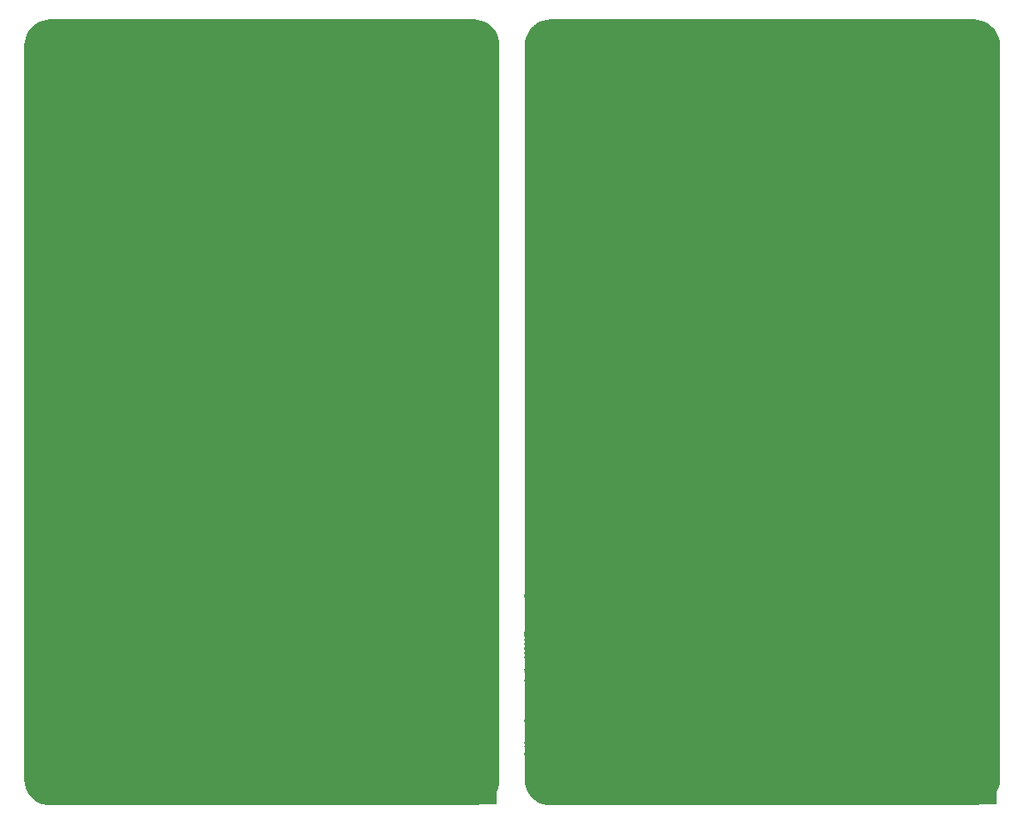
<source format=gbl>
%MOIN*%
%OFA0B0*%
%FSLAX25Y25*%
%IPPOS*%
%LPD*%
%AMOC8*
5,1,8,0,0,$1,22.5*%
%AMOC80*
5,1,8,0,0,$1,22.5*%
%ADD10R,0.0543X0.00106*%
%ADD11R,0.2085X0.00106*%
%ADD12R,0.0543X0.00107*%
%ADD13R,0.2085X0.00107*%
%ADD14R,0.0532X0.00106*%
%ADD15R,0.2085X0.00106*%
%ADD16R,0.001X0.00106*%
%ADD17R,0.0021X0.00106*%
%ADD18R,0.0011X0.00106*%
%ADD19R,0.0022X0.00106*%
%ADD20R,0.0022X0.00106*%
%ADD21R,0.249X0.00107*%
%ADD22R,0.249X0.00106*%
%ADD23R,0.25X0.00106*%
%ADD24R,0.0532X0.00107*%
%ADD25R,0.0542X0.00106*%
%ADD26R,0.0542X0.00106*%
%ADD27R,0.249X0.00106*%
%ADD28R,0.25X0.00106*%
%ADD29R,0.0542X0.00107*%
%ADD30R,0.0532X0.00106*%
%ADD31R,0.0553X0.00107*%
%ADD32R,0.25X0.00107*%
%ADD33R,0.0553X0.00106*%
%ADD34R,0.0543X0.00106*%
%ADD35R,0.0553X0.00106*%
%ADD36R,0.053100000000000008X0.00106*%
%ADD37R,0.0542X0.00106*%
%ADD38R,0.0542X0.00107*%
%ADD39R,0.0542X0.00106*%
%ADD40R,0.0564X0.00106*%
%ADD41R,0.0564X0.00107*%
%ADD42R,0.055400000000000005X0.00106*%
%ADD43R,0.055400000000000005X0.00106*%
%ADD44R,0.055400000000000005X0.00107*%
%ADD45R,0.2479X0.00107*%
%ADD46R,0.2489X0.00106*%
%ADD47R,0.2479X0.00106*%
%ADD48R,0.2469X0.00106*%
%ADD49R,0.2458X0.00107*%
%ADD50R,0.2458X0.00106*%
%ADD51R,0.2457X0.00106*%
%ADD52R,0.2447X0.00107*%
%ADD53R,0.2437X0.00106*%
%ADD54R,0.2426X0.00107*%
%ADD55R,0.0564X0.00106*%
%ADD56R,0.2436X0.00106*%
%ADD57R,0.2415X0.00106*%
%ADD58R,0.24050000000000002X0.00107*%
%ADD59R,0.2394X0.00106*%
%ADD60R,0.0564X0.00106*%
%ADD61R,0.2393X0.00106*%
%ADD62R,0.2373X0.00107*%
%ADD63R,0.0564X0.00106*%
%ADD64R,0.2362X0.00106*%
%ADD65R,0.0564X0.00107*%
%ADD66R,0.23520000000000002X0.00107*%
%ADD67R,0.2351X0.00106*%
%ADD68R,0.232X0.00106*%
%ADD69R,0.2298X0.00107*%
%ADD70R,0.2277X0.00106*%
%ADD71R,0.2255X0.00106*%
%ADD72R,0.2203X0.00107*%
%ADD73R,0.0574X0.00107*%
%ADD74R,0.0085X0.00106*%
%ADD75R,0.0245X0.00106*%
%ADD76R,0.0351X0.00106*%
%ADD77R,0.016X0.00106*%
%ADD78R,0.022299999999999997X0.00106*%
%ADD79R,0.0149X0.00106*%
%ADD80R,0.1266X0.00107*%
%ADD81R,0.1266X0.00106*%
%ADD82R,0.1277X0.00107*%
%ADD83R,0.1266X0.00106*%
%ADD84R,0.1277X0.00106*%
%ADD85R,0.1287X0.00107*%
%ADD86R,0.0532X0.00107*%
%ADD87R,0.0511X0.00106*%
%ADD88R,0.1277X0.00106*%
%ADD89R,0.05X0.00106*%
%ADD90R,0.1298X0.00106*%
%ADD91R,0.0011X0.00107*%
%ADD92R,0.0021X0.00107*%
%ADD93R,0.0022X0.00107*%
%ADD94R,0.0032000000000000006X0.00107*%
%ADD95R,0.0032000000000000006X0.00107*%
%ADD96R,0.0042X0.00107*%
%ADD97R,0.1288X0.00107*%
%ADD98R,0.1288X0.00106*%
%ADD99R,0.1288X0.00106*%
%ADD100R,0.1298X0.00107*%
%ADD101R,0.1308X0.00106*%
%ADD102R,0.1298X0.00106*%
%ADD103R,0.1308X0.00107*%
%ADD104R,0.0106X0.00106*%
%ADD105R,0.0075X0.00106*%
%ADD106R,0.0074X0.00106*%
%ADD107R,0.0086X0.00106*%
%ADD108R,0.0053X0.00106*%
%ADD109R,0.0054X0.00106*%
%ADD110R,0.0032000000000000006X0.00106*%
%ADD111R,0.0032000000000000006X0.00106*%
%ADD112R,0.3085X0.00106*%
%ADD113R,0.1319X0.00106*%
%ADD114R,0.3106X0.00107*%
%ADD115R,0.001X0.00107*%
%ADD116R,0.1309X0.00107*%
%ADD117R,0.3117X0.00106*%
%ADD118R,0.1309X0.00106*%
%ADD119R,0.3117X0.00107*%
%ADD120R,0.3128X0.00106*%
%ADD121R,0.1319X0.00106*%
%ADD122R,0.3117X0.00106*%
%ADD123R,0.0021X0.00106*%
%ADD124R,0.1309X0.00106*%
%ADD125R,0.3128X0.00107*%
%ADD126R,0.0086X0.00107*%
%ADD127R,0.012800000000000002X0.00106*%
%ADD128R,0.0203X0.00106*%
%ADD129R,0.133X0.00106*%
%ADD130R,0.0266X0.00107*%
%ADD131R,0.0031X0.00107*%
%ADD132R,0.132X0.00107*%
%ADD133R,0.3128X0.00106*%
%ADD134R,0.0309X0.00106*%
%ADD135R,0.022299999999999997X0.00106*%
%ADD136R,0.001X0.00106*%
%ADD137R,0.0011X0.00106*%
%ADD138R,0.132X0.00106*%
%ADD139R,0.0319X0.00107*%
%ADD140R,0.0382X0.00107*%
%ADD141R,0.0319X0.00106*%
%ADD142R,0.0382X0.00106*%
%ADD143R,0.132X0.00106*%
%ADD144R,0.0255X0.00107*%
%ADD145R,0.0372X0.00107*%
%ADD146R,0.0095X0.00106*%
%ADD147R,0.0361X0.00106*%
%ADD148R,0.133X0.00106*%
%ADD149R,0.133X0.00107*%
%ADD150R,0.0192X0.00106*%
%ADD151R,0.0053X0.00107*%
%ADD152R,0.134X0.00106*%
%ADD153R,0.0042X0.00107*%
%ADD154R,0.0064000000000000012X0.00107*%
%ADD155R,0.1351X0.00107*%
%ADD156R,0.0075X0.00106*%
%ADD157R,0.0096X0.00106*%
%ADD158R,0.1341X0.00106*%
%ADD159R,0.0107X0.00106*%
%ADD160R,0.1341X0.00106*%
%ADD161R,0.013800000000000002X0.00107*%
%ADD162R,0.0127X0.00107*%
%ADD163R,0.1341X0.00107*%
%ADD164R,0.0181X0.00106*%
%ADD165R,0.0117X0.00106*%
%ADD166R,0.1351X0.00106*%
%ADD167R,0.0202X0.00107*%
%ADD168R,0.0127X0.00107*%
%ADD169R,0.0203X0.00106*%
%ADD170R,0.012800000000000002X0.00106*%
%ADD171R,0.1352X0.00106*%
%ADD172R,0.0212X0.00106*%
%ADD173R,0.013800000000000002X0.00106*%
%ADD174R,0.022299999999999997X0.00107*%
%ADD175R,0.1362X0.00107*%
%ADD176R,0.022399999999999996X0.00106*%
%ADD177R,0.1352X0.00106*%
%ADD178R,0.022399999999999996X0.00106*%
%ADD179R,0.0149X0.00106*%
%ADD180R,0.0234X0.00107*%
%ADD181R,0.1352X0.00107*%
%ADD182R,0.0234X0.00106*%
%ADD183R,0.0159X0.00106*%
%ADD184R,0.1362X0.00106*%
%ADD185R,0.0245X0.00107*%
%ADD186R,0.0149X0.00107*%
%ADD187R,0.0213X0.00106*%
%ADD188R,0.0022X0.00106*%
%ADD189R,0.1362X0.00106*%
%ADD190R,0.0042X0.00106*%
%ADD191R,0.016X0.00107*%
%ADD192R,0.0171X0.00107*%
%ADD193R,0.1372X0.00107*%
%ADD194R,0.0074X0.00106*%
%ADD195R,0.017X0.00106*%
%ADD196R,0.0074X0.00107*%
%ADD197R,0.0075X0.00107*%
%ADD198R,0.017X0.00107*%
%ADD199R,0.1372X0.00106*%
%ADD200R,0.1373X0.00107*%
%ADD201R,0.3106X0.00106*%
%ADD202R,0.0191X0.00106*%
%ADD203R,0.3096X0.00106*%
%ADD204R,0.0085X0.00106*%
%ADD205R,0.0181X0.00106*%
%ADD206R,0.1373X0.00106*%
%ADD207R,0.0085X0.00107*%
%ADD208R,0.0063X0.00107*%
%ADD209R,0.012800000000000002X0.00107*%
%ADD210R,0.0191X0.00107*%
%ADD211R,0.1383X0.00107*%
%ADD212R,0.1373X0.00106*%
%ADD213R,0.013900000000000001X0.00107*%
%ADD214R,0.0117X0.00106*%
%ADD215R,0.1383X0.00106*%
%ADD216R,0.0096X0.00107*%
%ADD217R,0.0096X0.00106*%
%ADD218R,0.0043X0.00106*%
%ADD219R,0.1383X0.00106*%
%ADD220R,0.0095X0.00106*%
%ADD221R,0.1393X0.00107*%
%ADD222R,0.0107X0.00106*%
%ADD223R,0.0106X0.00107*%
%ADD224R,0.0031X0.00106*%
%ADD225R,0.1393X0.00106*%
%ADD226R,0.0447X0.00107*%
%ADD227R,0.0479X0.00106*%
%ADD228R,0.0106X0.00106*%
%ADD229R,0.1394X0.00106*%
%ADD230R,0.051X0.00107*%
%ADD231R,0.1394X0.00107*%
%ADD232R,0.0521X0.00106*%
%ADD233R,0.1404X0.00106*%
%ADD234R,0.1394X0.00106*%
%ADD235R,0.0117X0.00107*%
%ADD236R,0.1405X0.00107*%
%ADD237R,0.0181X0.00107*%
%ADD238R,0.0117X0.00106*%
%ADD239R,0.1415X0.00106*%
%ADD240R,0.1405X0.00106*%
%ADD241R,0.0192X0.00107*%
%ADD242R,0.1425X0.00107*%
%ADD243R,0.1405X0.00106*%
%ADD244R,0.1415X0.00106*%
%ADD245R,0.1415X0.00107*%
%ADD246R,0.1425X0.00106*%
%ADD247R,0.0191X0.00106*%
%ADD248R,0.1436X0.00107*%
%ADD249R,0.0192X0.00106*%
%ADD250R,0.0192X0.00106*%
%ADD251R,0.1426X0.00106*%
%ADD252R,0.0192X0.00107*%
%ADD253R,0.1426X0.00107*%
%ADD254R,0.1436X0.00106*%
%ADD255R,0.1426X0.00106*%
%ADD256R,0.0202X0.00106*%
%ADD257R,0.1437X0.00106*%
%ADD258R,0.0202X0.00106*%
%ADD259R,0.1437X0.00106*%
%ADD260R,0.0202X0.00107*%
%ADD261R,0.1437X0.00107*%
%ADD262R,0.1447X0.00106*%
%ADD263R,0.0202X0.00106*%
%ADD264R,0.0213X0.00107*%
%ADD265R,0.1447X0.00107*%
%ADD266R,0.0213X0.00106*%
%ADD267R,0.1457X0.00106*%
%ADD268R,0.1468X0.00107*%
%ADD269R,0.1458X0.00106*%
%ADD270R,0.0521X0.00107*%
%ADD271R,0.1458X0.00107*%
%ADD272R,0.1458X0.00106*%
%ADD273R,0.0479X0.00106*%
%ADD274R,0.1468X0.00106*%
%ADD275R,0.0457X0.00107*%
%ADD276R,0.022399999999999996X0.00107*%
%ADD277R,0.0404X0.00106*%
%ADD278R,0.1479X0.00107*%
%ADD279R,0.1469X0.00106*%
%ADD280R,0.1469X0.00107*%
%ADD281R,0.1469X0.00106*%
%ADD282R,0.1479X0.00106*%
%ADD283R,0.0235X0.00107*%
%ADD284R,0.0043X0.00107*%
%ADD285R,0.0064000000000000012X0.00107*%
%ADD286R,0.09569999999999998X0.00107*%
%ADD287R,0.0022X0.00106*%
%ADD288R,0.0032000000000000006X0.00106*%
%ADD289R,0.2383X0.00106*%
%ADD290R,0.0234X0.00106*%
%ADD291R,0.1489X0.00106*%
%ADD292R,0.3755X0.00106*%
%ADD293R,0.4649X0.00107*%
%ADD294R,0.4649X0.00106*%
%ADD295R,0.0234X0.00106*%
%ADD296R,0.4638X0.00106*%
%ADD297R,0.0234X0.00106*%
%ADD298R,0.0244X0.00107*%
%ADD299R,0.1489X0.00107*%
%ADD300R,0.4383X0.00106*%
%ADD301R,0.0063X0.00106*%
%ADD302R,0.149X0.00106*%
%ADD303R,0.2649X0.00107*%
%ADD304R,0.0095X0.00107*%
%ADD305R,0.0234X0.00107*%
%ADD306R,0.0415X0.00106*%
%ADD307R,0.0127X0.00106*%
%ADD308R,0.0042X0.00106*%
%ADD309R,0.0054X0.00106*%
%ADD310R,0.0032000000000000006X0.00106*%
%ADD311R,0.0245X0.00106*%
%ADD312R,0.149X0.00106*%
%ADD313R,0.149X0.00107*%
%ADD314R,0.15X0.00106*%
%ADD315R,0.0255X0.00106*%
%ADD316R,0.15X0.00106*%
%ADD317R,0.0244X0.00107*%
%ADD318R,0.0244X0.00106*%
%ADD319R,0.0255X0.00106*%
%ADD320R,0.151X0.00106*%
%ADD321R,0.15X0.00107*%
%ADD322R,0.025600000000000005X0.00107*%
%ADD323R,0.025600000000000005X0.00106*%
%ADD324R,0.025600000000000005X0.00106*%
%ADD325R,0.1511X0.00107*%
%ADD326R,0.1521X0.00106*%
%ADD327R,0.1511X0.00106*%
%ADD328R,0.1511X0.00106*%
%ADD329R,0.0266X0.00106*%
%ADD330R,0.1522X0.00106*%
%ADD331R,0.1522X0.00107*%
%ADD332R,0.0266X0.00106*%
%ADD333R,0.1522X0.00106*%
%ADD334R,0.1532X0.00107*%
%ADD335R,0.027600000000000003X0.00106*%
%ADD336R,0.1532X0.00106*%
%ADD337R,0.027600000000000003X0.00106*%
%ADD338R,0.1532X0.00106*%
%ADD339R,0.1542X0.00107*%
%ADD340R,0.0053X0.00106*%
%ADD341R,0.1543X0.00107*%
%ADD342R,0.017X0.00106*%
%ADD343R,0.1543X0.00106*%
%ADD344R,0.0298X0.00106*%
%ADD345R,0.1553X0.00106*%
%ADD346R,0.033X0.00107*%
%ADD347R,0.0373X0.00106*%
%ADD348R,0.1543X0.00106*%
%ADD349R,0.049X0.00106*%
%ADD350R,0.1554X0.00107*%
%ADD351R,0.1554X0.00106*%
%ADD352R,0.0627X0.00106*%
%ADD353R,0.1554X0.00106*%
%ADD354R,0.0649X0.00107*%
%ADD355R,0.068X0.00106*%
%ADD356R,0.0691X0.00106*%
%ADD357R,0.0691X0.00107*%
%ADD358R,0.1574X0.00107*%
%ADD359R,0.0692X0.00106*%
%ADD360R,0.0692X0.00107*%
%ADD361R,0.1564X0.00107*%
%ADD362R,0.1564X0.00106*%
%ADD363R,0.0702X0.00106*%
%ADD364R,0.1564X0.00106*%
%ADD365R,0.0702X0.00107*%
%ADD366R,0.0691X0.00106*%
%ADD367R,0.0702X0.00107*%
%ADD368R,0.0702X0.00106*%
%ADD369R,0.1575X0.00106*%
%ADD370R,0.0702X0.00106*%
%ADD371R,0.0703X0.00107*%
%ADD372R,0.1575X0.00107*%
%ADD373R,0.0703X0.00106*%
%ADD374R,0.0713X0.00106*%
%ADD375R,0.1585X0.00106*%
%ADD376R,0.0713X0.00107*%
%ADD377R,0.0713X0.00106*%
%ADD378R,0.1575X0.00106*%
%ADD379R,0.1586X0.00107*%
%ADD380R,0.0724X0.00106*%
%ADD381R,0.1586X0.00106*%
%ADD382R,0.1596X0.00106*%
%ADD383R,0.0724X0.00107*%
%ADD384R,0.0724X0.00106*%
%ADD385R,0.1586X0.00106*%
%ADD386R,0.0734X0.00107*%
%ADD387R,0.0723X0.00106*%
%ADD388R,0.0734X0.00107*%
%ADD389R,0.0734X0.00106*%
%ADD390R,0.1606X0.00106*%
%ADD391R,0.0744X0.00106*%
%ADD392R,0.1596X0.00107*%
%ADD393R,0.0734X0.00106*%
%ADD394R,0.0745X0.00107*%
%ADD395R,0.0745X0.00106*%
%ADD396R,0.0745X0.00106*%
%ADD397R,0.1607X0.00107*%
%ADD398R,0.0755X0.00107*%
%ADD399R,0.0755X0.00106*%
%ADD400R,0.1607X0.00106*%
%ADD401R,0.0744X0.00106*%
%ADD402R,0.1607X0.00106*%
%ADD403R,0.16169999999999998X0.00107*%
%ADD404R,0.0755X0.00106*%
%ADD405R,0.16179999999999997X0.00106*%
%ADD406R,0.0766X0.00107*%
%ADD407R,0.0766X0.00106*%
%ADD408R,0.16179999999999997X0.00106*%
%ADD409R,0.0756X0.00107*%
%ADD410R,0.1628X0.00107*%
%ADD411R,0.0766X0.00106*%
%ADD412R,0.0777X0.00107*%
%ADD413R,0.16179999999999997X0.00107*%
%ADD414R,0.0777X0.00106*%
%ADD415R,0.1628X0.00106*%
%ADD416R,0.0777X0.00107*%
%ADD417R,0.0777X0.00106*%
%ADD418R,0.1638X0.00106*%
%ADD419R,0.0787X0.00107*%
%ADD420R,0.0776X0.00106*%
%ADD421R,0.1628X0.00106*%
%ADD422R,0.0776X0.00106*%
%ADD423R,0.0787X0.00106*%
%ADD424R,0.1639X0.00107*%
%ADD425R,0.0787X0.00106*%
%ADD426R,0.1639X0.00106*%
%ADD427R,0.0798X0.00107*%
%ADD428R,0.0798X0.00106*%
%ADD429R,0.1639X0.00106*%
%ADD430R,0.16489999999999996X0.00107*%
%ADD431R,0.0798X0.00106*%
%ADD432R,0.0808X0.00106*%
%ADD433R,0.16489999999999996X0.00106*%
%ADD434R,0.0797X0.00106*%
%ADD435R,0.0797X0.00107*%
%ADD436R,0.1659X0.00107*%
%ADD437R,0.0808X0.00106*%
%ADD438R,0.16489999999999996X0.00106*%
%ADD439R,0.0808X0.00107*%
%ADD440R,0.0819X0.00106*%
%ADD441R,0.166X0.00106*%
%ADD442R,0.080899999999999986X0.00107*%
%ADD443R,0.0819X0.00106*%
%ADD444R,0.166X0.00106*%
%ADD445R,0.16699999999999998X0.00106*%
%ADD446R,0.083X0.00107*%
%ADD447R,0.166X0.00107*%
%ADD448R,0.083X0.00106*%
%ADD449R,0.0819X0.00107*%
%ADD450R,0.083X0.00106*%
%ADD451R,0.16709999999999997X0.00107*%
%ADD452R,0.084X0.00106*%
%ADD453R,0.16709999999999997X0.00106*%
%ADD454R,0.0841X0.00106*%
%ADD455R,0.16709999999999997X0.00106*%
%ADD456R,0.0841X0.00106*%
%ADD457R,0.0841X0.00107*%
%ADD458R,0.1681X0.00106*%
%ADD459R,0.085099999999999981X0.00106*%
%ADD460R,0.1681X0.00106*%
%ADD461R,0.0894X0.00107*%
%ADD462R,0.091499999999999984X0.00106*%
%ADD463R,0.0958X0.00107*%
%ADD464R,0.1681X0.00107*%
%ADD465R,0.0064000000000000012X0.00106*%
%ADD466R,0.0107X0.00106*%
%ADD467R,0.097900000000000015X0.00106*%
%ADD468R,0.1691X0.00106*%
%ADD469R,0.0383X0.00106*%
%ADD470R,0.0989X0.00106*%
%ADD471R,0.0447X0.00107*%
%ADD472R,0.0458X0.00107*%
%ADD473R,0.10210000000000001X0.00107*%
%ADD474R,0.10320000000000001X0.00106*%
%ADD475R,0.1692X0.00106*%
%ADD476R,0.0585X0.00106*%
%ADD477R,0.0086X0.00106*%
%ADD478R,0.1064X0.00106*%
%ADD479R,0.066X0.00106*%
%ADD480R,0.0628X0.00107*%
%ADD481R,0.0639X0.00107*%
%ADD482R,0.1075X0.00107*%
%ADD483R,0.0692X0.00107*%
%ADD484R,0.0628X0.00106*%
%ADD485R,0.10850000000000001X0.00106*%
%ADD486R,0.0511X0.00106*%
%ADD487R,0.0638X0.00107*%
%ADD488R,0.1107X0.00107*%
%ADD489R,0.0426X0.00107*%
%ADD490R,0.0649X0.00106*%
%ADD491R,0.1117X0.00106*%
%ADD492R,0.0394X0.00106*%
%ADD493R,0.0522X0.00106*%
%ADD494R,0.0649X0.00106*%
%ADD495R,0.080899999999999986X0.00106*%
%ADD496R,0.1128X0.00106*%
%ADD497R,0.0351X0.00106*%
%ADD498R,0.066X0.00107*%
%ADD499R,0.1149X0.00107*%
%ADD500R,0.0437X0.00107*%
%ADD501R,0.066X0.00106*%
%ADD502R,0.0883X0.00106*%
%ADD503R,0.116X0.00106*%
%ADD504R,0.027700000000000002X0.00106*%
%ADD505R,0.0405X0.00106*%
%ADD506R,0.067X0.00107*%
%ADD507R,0.09039999999999998X0.00107*%
%ADD508R,0.117X0.00107*%
%ADD509R,0.0383X0.00107*%
%ADD510R,0.067X0.00106*%
%ADD511R,0.0936X0.00106*%
%ADD512R,0.1181X0.00106*%
%ADD513R,0.0341X0.00106*%
%ADD514R,0.067X0.00106*%
%ADD515R,0.096799999999999983X0.00106*%
%ADD516R,0.1202X0.00106*%
%ADD517R,0.0681X0.00107*%
%ADD518R,0.1X0.00107*%
%ADD519R,0.1202X0.00107*%
%ADD520R,0.0288X0.00107*%
%ADD521R,0.0681X0.00106*%
%ADD522R,0.1011X0.00106*%
%ADD523R,0.1212X0.00106*%
%ADD524R,0.1054X0.00106*%
%ADD525R,0.0235X0.00106*%
%ADD526R,0.1064X0.00107*%
%ADD527R,0.1245X0.00107*%
%ADD528R,0.0117X0.00107*%
%ADD529R,0.0681X0.00106*%
%ADD530R,0.1095X0.00106*%
%ADD531R,0.1117X0.00107*%
%ADD532R,0.11380000000000001X0.00106*%
%ADD533R,0.0692X0.00106*%
%ADD534R,0.1192X0.00107*%
%ADD535R,0.134X0.00107*%
%ADD536R,0.0107X0.00107*%
%ADD537R,0.1213X0.00106*%
%ADD538R,0.1361X0.00106*%
%ADD539R,0.0883X0.00107*%
%ADD540R,0.1372X0.00107*%
%ADD541R,0.033X0.00106*%
%ADD542R,0.0893X0.00106*%
%ADD543R,0.0936X0.00107*%
%ADD544R,0.0617X0.00107*%
%ADD545R,0.09569999999999998X0.00106*%
%ADD546R,0.0319X0.00106*%
%ADD547R,0.1447X0.00106*%
%ADD548R,0.0947X0.00106*%
%ADD549R,0.1457X0.00106*%
%ADD550R,0.085099999999999981X0.00107*%
%ADD551R,0.1489X0.00106*%
%ADD552R,0.097900000000000015X0.00107*%
%ADD553R,0.092600000000000016X0.00106*%
%ADD554R,0.034X0.00106*%
%ADD555R,0.0159X0.00106*%
%ADD556R,0.10320000000000001X0.00106*%
%ADD557R,0.0914X0.00106*%
%ADD558R,0.091499999999999984X0.00107*%
%ADD559R,0.034X0.00107*%
%ADD560R,0.1532X0.00107*%
%ADD561R,0.1128X0.00107*%
%ADD562R,0.09039999999999998X0.00106*%
%ADD563R,0.034X0.00106*%
%ADD564R,0.11800000000000001X0.00106*%
%ADD565R,0.0351X0.00107*%
%ADD566R,0.1553X0.00107*%
%ADD567R,0.0309X0.00107*%
%ADD568R,0.1234X0.00107*%
%ADD569R,0.0447X0.00106*%
%ADD570R,0.0894X0.00106*%
%ADD571R,0.033X0.00106*%
%ADD572R,0.0437X0.00106*%
%ADD573R,0.0415X0.00107*%
%ADD574R,0.0447X0.00106*%
%ADD575R,0.0447X0.00106*%
%ADD576R,0.0458X0.00106*%
%ADD577R,0.0893X0.00106*%
%ADD578R,0.0362X0.00106*%
%ADD579R,0.16169999999999998X0.00106*%
%ADD580R,0.049X0.00106*%
%ADD581R,0.0872X0.00107*%
%ADD582R,0.0511X0.00107*%
%ADD583R,0.0468X0.00106*%
%ADD584R,0.0361X0.00106*%
%ADD585R,0.16169999999999998X0.00106*%
%ADD586R,0.0457X0.00107*%
%ADD587R,0.0606X0.00107*%
%ADD588R,0.0468X0.00106*%
%ADD589R,0.0872X0.00106*%
%ADD590R,0.0383X0.00106*%
%ADD591R,0.0638X0.00106*%
%ADD592R,0.1553X0.00106*%
%ADD593R,0.087299999999999989X0.00106*%
%ADD594R,0.0372X0.00106*%
%ADD595R,0.1659X0.00106*%
%ADD596R,0.0468X0.00107*%
%ADD597R,0.0723X0.00107*%
%ADD598R,0.086199999999999985X0.00106*%
%ADD599R,0.047800000000000009X0.00106*%
%ADD600R,0.086199999999999985X0.00106*%
%ADD601R,0.0788X0.00106*%
%ADD602R,0.047800000000000009X0.00107*%
%ADD603R,0.086199999999999985X0.00107*%
%ADD604R,0.17019999999999996X0.00107*%
%ADD605R,0.0861X0.00106*%
%ADD606R,0.0393X0.00106*%
%ADD607R,0.1734X0.00106*%
%ADD608R,0.0479X0.00107*%
%ADD609R,0.092600000000000016X0.00107*%
%ADD610R,0.1766X0.00107*%
%ADD611R,0.085099999999999981X0.00106*%
%ADD612R,0.17019999999999996X0.00106*%
%ADD613R,0.0947X0.00106*%
%ADD614R,0.1787X0.00106*%
%ADD615R,0.0393X0.00106*%
%ADD616R,0.17019999999999996X0.00106*%
%ADD617R,0.1X0.00106*%
%ADD618R,0.1809X0.00106*%
%ADD619R,0.084X0.00107*%
%ADD620R,0.0393X0.00107*%
%ADD621R,0.10320000000000001X0.00107*%
%ADD622R,0.182X0.00107*%
%ADD623R,0.17229999999999998X0.00106*%
%ADD624R,0.10740000000000001X0.00106*%
%ADD625R,0.1841X0.00106*%
%ADD626R,0.0489X0.00107*%
%ADD627R,0.0404X0.00107*%
%ADD628R,0.17229999999999998X0.00107*%
%ADD629R,0.1106X0.00107*%
%ADD630R,0.18520000000000003X0.00107*%
%ADD631R,0.0489X0.00106*%
%ADD632R,0.0852X0.00106*%
%ADD633R,0.0404X0.00106*%
%ADD634R,0.1872X0.00106*%
%ADD635R,0.0489X0.00106*%
%ADD636R,0.084X0.00106*%
%ADD637R,0.0404X0.00106*%
%ADD638R,0.17229999999999998X0.00106*%
%ADD639R,0.11270000000000001X0.00106*%
%ADD640R,0.1873X0.00106*%
%ADD641R,0.0489X0.00107*%
%ADD642R,0.041399999999999992X0.00107*%
%ADD643R,0.1734X0.00107*%
%ADD644R,0.18829999999999997X0.00107*%
%ADD645R,0.0489X0.00106*%
%ADD646R,0.041399999999999992X0.00106*%
%ADD647R,0.1745X0.00106*%
%ADD648R,0.1106X0.00106*%
%ADD649R,0.1894X0.00106*%
%ADD650R,0.19050000000000003X0.00106*%
%ADD651R,0.049X0.00107*%
%ADD652R,0.04250000000000001X0.00107*%
%ADD653R,0.1745X0.00107*%
%ADD654R,0.10850000000000001X0.00107*%
%ADD655R,0.1915X0.00107*%
%ADD656R,0.05X0.00106*%
%ADD657R,0.0829X0.00106*%
%ADD658R,0.1745X0.00106*%
%ADD659R,0.1075X0.00106*%
%ADD660R,0.1926X0.00106*%
%ADD661R,0.05X0.00107*%
%ADD662R,0.1756X0.00107*%
%ADD663R,0.1947X0.00107*%
%ADD664R,0.0426X0.00106*%
%ADD665R,0.1756X0.00106*%
%ADD666R,0.1064X0.00106*%
%ADD667R,0.1947X0.00106*%
%ADD668R,0.1766X0.00106*%
%ADD669R,0.1053X0.00106*%
%ADD670R,0.19580000000000003X0.00106*%
%ADD671R,0.10430000000000002X0.00107*%
%ADD672R,0.1969X0.00107*%
%ADD673R,0.051X0.00106*%
%ADD674R,0.08199999999999999X0.00106*%
%ADD675R,0.0436X0.00106*%
%ADD676R,0.1756X0.00106*%
%ADD677R,0.10430000000000002X0.00106*%
%ADD678R,0.1979X0.00106*%
%ADD679R,0.1022X0.00107*%
%ADD680R,0.19890000000000002X0.00107*%
%ADD681R,0.0436X0.00106*%
%ADD682R,0.1022X0.00106*%
%ADD683R,0.199X0.00106*%
%ADD684R,0.2X0.00106*%
%ADD685R,0.0819X0.00107*%
%ADD686R,0.0436X0.00107*%
%ADD687R,0.1011X0.00107*%
%ADD688R,0.20110000000000003X0.00107*%
%ADD689R,0.1766X0.00106*%
%ADD690R,0.2022X0.00106*%
%ADD691R,0.080899999999999986X0.00106*%
%ADD692R,0.1X0.00106*%
%ADD693R,0.2032X0.00106*%
%ADD694R,0.0437X0.00107*%
%ADD695R,0.2032X0.00107*%
%ADD696R,0.17760000000000004X0.00106*%
%ADD697R,0.097900000000000015X0.00106*%
%ADD698R,0.2053X0.00106*%
%ADD699R,0.2054X0.00107*%
%ADD700R,0.2054X0.00106*%
%ADD701R,0.080899999999999986X0.00106*%
%ADD702R,0.0458X0.00106*%
%ADD703R,0.0958X0.00106*%
%ADD704R,0.20640000000000003X0.00106*%
%ADD705R,0.2075X0.00107*%
%ADD706R,0.2096X0.00106*%
%ADD707R,0.0947X0.00107*%
%ADD708R,0.20860000000000004X0.00107*%
%ADD709R,0.0457X0.00106*%
%ADD710R,0.0946X0.00106*%
%ADD711R,0.2096X0.00106*%
%ADD712R,0.0457X0.00106*%
%ADD713R,0.0787X0.00107*%
%ADD714R,0.2107X0.00107*%
%ADD715R,0.0787X0.00106*%
%ADD716R,0.21180000000000002X0.00106*%
%ADD717R,0.0787X0.00106*%
%ADD718R,0.0074X0.00106*%
%ADD719R,0.0925X0.00106*%
%ADD720R,0.21180000000000002X0.00106*%
%ADD721R,0.0788X0.00107*%
%ADD722R,0.0925X0.00107*%
%ADD723R,0.2138X0.00107*%
%ADD724R,0.117X0.00106*%
%ADD725R,0.1734X0.00106*%
%ADD726R,0.091499999999999984X0.00106*%
%ADD727R,0.1063X0.00106*%
%ADD728R,0.0479X0.00106*%
%ADD729R,0.10210000000000001X0.00106*%
%ADD730R,0.0479X0.00107*%
%ADD731R,0.0788X0.00106*%
%ADD732R,0.0489X0.00106*%
%ADD733R,0.0777X0.00106*%
%ADD734R,0.09039999999999998X0.00106*%
%ADD735R,0.060700000000000004X0.00106*%
%ADD736R,0.0776X0.00107*%
%ADD737R,0.0905X0.00107*%
%ADD738R,0.0947X0.00107*%
%ADD739R,0.0586X0.00107*%
%ADD740R,0.0905X0.00106*%
%ADD741R,0.0894X0.00106*%
%ADD742R,0.0521X0.00106*%
%ADD743R,0.0893X0.00107*%
%ADD744R,0.0777X0.00106*%
%ADD745R,0.0894X0.00107*%
%ADD746R,0.086199999999999985X0.00107*%
%ADD747R,0.04689999999999999X0.00107*%
%ADD748R,0.0894X0.00106*%
%ADD749R,0.0756X0.00106*%
%ADD750R,0.0894X0.00106*%
%ADD751R,0.08199999999999999X0.00107*%
%ADD752R,0.0394X0.00107*%
%ADD753R,0.1596X0.00106*%
%ADD754R,0.0394X0.00106*%
%ADD755R,0.0362X0.00106*%
%ADD756R,0.0744X0.00107*%
%ADD757R,0.0522X0.00107*%
%ADD758R,0.0352X0.00107*%
%ADD759R,0.0341X0.00106*%
%ADD760R,0.0341X0.00107*%
%ADD761R,0.1532X0.00106*%
%ADD762R,0.0734X0.00106*%
%ADD763R,0.032X0.00106*%
%ADD764R,0.0522X0.00107*%
%ADD765R,0.032X0.00107*%
%ADD766R,0.0744X0.00106*%
%ADD767R,0.0522X0.00106*%
%ADD768R,0.1479X0.00106*%
%ADD769R,0.092600000000000016X0.00106*%
%ADD770R,0.0298X0.00107*%
%ADD771R,0.093700000000000019X0.00106*%
%ADD772R,0.0288X0.00106*%
%ADD773R,0.0734X0.00106*%
%ADD774R,0.0532X0.00106*%
%ADD775R,0.1404X0.00106*%
%ADD776R,0.0936X0.00106*%
%ADD777R,0.0756X0.00106*%
%ADD778R,0.0298X0.00106*%
%ADD779R,0.027700000000000002X0.00106*%
%ADD780R,0.0372X0.00106*%
%ADD781R,0.0532X0.00106*%
%ADD782R,0.0372X0.00107*%
%ADD783R,0.1361X0.00106*%
%ADD784R,0.0362X0.00107*%
%ADD785R,0.0362X0.00106*%
%ADD786R,0.0978X0.00106*%
%ADD787R,0.047800000000000009X0.00106*%
%ADD788R,0.0978X0.00107*%
%ADD789R,0.1255X0.00106*%
%ADD790R,0.097900000000000015X0.00106*%
%ADD791R,0.0522X0.00106*%
%ADD792R,0.1245X0.00106*%
%ADD793R,0.0235X0.00106*%
%ADD794R,0.1213X0.00107*%
%ADD795R,0.101X0.00107*%
%ADD796R,0.1191X0.00106*%
%ADD797R,0.0712X0.00106*%
%ADD798R,0.1149X0.00106*%
%ADD799R,0.1022X0.00106*%
%ADD800R,0.0723X0.00106*%
%ADD801R,0.0596X0.00106*%
%ADD802R,0.11270000000000001X0.00106*%
%ADD803R,0.10320000000000001X0.00106*%
%ADD804R,0.0606X0.00106*%
%ADD805R,0.1096X0.00107*%
%ADD806R,0.0309X0.00106*%
%ADD807R,0.0712X0.00106*%
%ADD808R,0.1054X0.00106*%
%ADD809R,0.1064X0.00106*%
%ADD810R,0.1075X0.00106*%
%ADD811R,0.0287X0.00106*%
%ADD812R,0.0287X0.00106*%
%ADD813R,0.087299999999999989X0.00106*%
%ADD814R,0.0287X0.00107*%
%ADD815R,0.027700000000000002X0.00107*%
%ADD816R,0.0203X0.00107*%
%ADD817R,0.0563X0.00106*%
%ADD818R,0.0659X0.00106*%
%ADD819R,0.1181X0.00106*%
%ADD820R,0.060700000000000004X0.00107*%
%ADD821R,0.1213X0.00106*%
%ADD822R,0.0712X0.00107*%
%ADD823R,0.0575X0.00107*%
%ADD824R,0.0575X0.00106*%
%ADD825R,0.10430000000000002X0.00106*%
%ADD826R,0.0574X0.00107*%
%ADD827R,0.096799999999999983X0.00107*%
%ADD828R,0.0575X0.00106*%
%ADD829R,0.0638X0.00106*%
%ADD830R,0.0574X0.00106*%
%ADD831R,0.0585X0.00107*%
%ADD832R,0.0617X0.00106*%
%ADD833R,0.0639X0.00107*%
%ADD834R,0.0596X0.00107*%
%ADD835R,0.0596X0.00106*%
%ADD836R,0.0585X0.00106*%
%ADD837R,0.055400000000000005X0.00107*%
%ADD838R,0.0361X0.00107*%
%ADD839R,0.10320000000000001X0.00106*%
%ADD840R,0.0308X0.00106*%
%ADD841R,0.0149X0.00106*%
%ADD842R,0.0595X0.00107*%
%ADD843R,0.0064000000000000012X0.00106*%
%ADD844R,0.013900000000000001X0.00106*%
%ADD845R,0.0872X0.00106*%
%ADD846R,0.0595X0.00106*%
%ADD847R,0.0606X0.00106*%
%ADD848R,0.0712X0.00107*%
%ADD849R,0.0628X0.00106*%
%ADD850R,0.060700000000000004X0.00107*%
%ADD851R,0.0595X0.00106*%
%ADD852R,0.060700000000000004X0.00106*%
%ADD853R,0.0415X0.00106*%
%ADD854R,0.0617X0.00106*%
%ADD855R,0.0617X0.00107*%
%ADD856R,0.0617X0.00106*%
%ADD857R,0.0437X0.00106*%
%ADD858R,0.060700000000000004X0.00106*%
%ADD859R,0.0617X0.00106*%
%ADD860R,0.0883X0.00106*%
%ADD861R,0.09039999999999998X0.00106*%
%ADD862R,0.0925X0.00106*%
%ADD863R,0.0958X0.00106*%
%ADD864R,0.096799999999999983X0.00106*%
%ADD865R,0.0618X0.00106*%
%ADD866R,0.101X0.00106*%
%ADD867R,0.0671X0.00106*%
%ADD868R,0.1042X0.00107*%
%ADD869R,0.0649X0.00106*%
%ADD870R,0.1128X0.00106*%
%ADD871R,0.0659X0.00106*%
%ADD872R,0.21180000000000002X0.00107*%
%ADD873R,0.2107X0.00106*%
%ADD874R,0.21170000000000003X0.00106*%
%ADD875R,0.2096X0.00107*%
%ADD876R,0.0702X0.00106*%
%ADD877R,0.20860000000000004X0.00106*%
%ADD878R,0.20860000000000004X0.00106*%
%ADD879R,0.1117X0.00106*%
%ADD880R,0.20640000000000003X0.00106*%
%ADD881R,0.2043X0.00106*%
%ADD882R,0.1096X0.00106*%
%ADD883R,0.10740000000000001X0.00107*%
%ADD884R,0.2021X0.00107*%
%ADD885R,0.1053X0.00107*%
%ADD886R,0.199X0.00107*%
%ADD887R,0.10210000000000001X0.00106*%
%ADD888R,0.1969X0.00106*%
%ADD889R,0.0989X0.00107*%
%ADD890R,0.19570000000000004X0.00107*%
%ADD891R,0.1937X0.00106*%
%ADD892R,0.19040000000000004X0.00106*%
%ADD893R,0.1862X0.00107*%
%ADD894R,0.18520000000000003X0.00106*%
%ADD895R,0.18299999999999997X0.00106*%
%ADD896R,0.18299999999999997X0.00107*%
%ADD897R,0.0659X0.00107*%
%ADD898R,0.1787X0.00107*%
%ADD899R,0.0405X0.00107*%
%ADD900R,0.1351X0.00106*%
%ADD901R,0.1255X0.00107*%
%ADD902R,0.1202X0.00106*%
%ADD903R,0.117X0.00106*%
%ADD904R,0.0074X0.00107*%
%ADD905R,0.0022X0.00107*%
%ADD906R,0.3362X0.00107*%
%ADD907R,0.4426X0.00106*%
%ADD908R,0.4436X0.00106*%
%ADD909R,0.4436X0.00107*%
%ADD910R,0.4426X0.00107*%
%ADD911R,0.2255X0.00106*%
%ADD912R,0.0457X0.00106*%
%ADD913R,0.0063X0.00106*%
%ADD914R,0.027700000000000002X0.00106*%
%ADD915R,0.0362X0.00106*%
%ADD916R,0.0309X0.00106*%
%ADD917R,0.093700000000000019X0.00107*%
%ADD918R,0.1234X0.00106*%
%ADD919R,0.0978X0.00106*%
%ADD920R,0.1606X0.00107*%
%ADD921R,0.1117X0.00107*%
%ADD922R,0.1692X0.00106*%
%ADD923R,0.1149X0.00106*%
%ADD924R,0.1191X0.00107*%
%ADD925R,0.184X0.00106*%
%ADD926R,0.1915X0.00106*%
%ADD927R,0.1968X0.00107*%
%ADD928R,0.2032X0.00106*%
%ADD929R,0.1329X0.00106*%
%ADD930R,0.2106X0.00106*%
%ADD931R,0.2149X0.00107*%
%ADD932R,0.22240000000000001X0.00106*%
%ADD933R,0.2288X0.00107*%
%ADD934R,0.1447X0.00107*%
%ADD935R,0.2341X0.00106*%
%ADD936R,0.1479X0.00106*%
%ADD937R,0.2436X0.00107*%
%ADD938R,0.2542X0.00107*%
%ADD939R,0.1585X0.00107*%
%ADD940R,0.2585X0.00106*%
%ADD941R,0.2639X0.00106*%
%ADD942R,0.16479999999999997X0.00106*%
%ADD943R,0.2692X0.00107*%
%ADD944R,0.2734X0.00106*%
%ADD945R,0.2776X0.00106*%
%ADD946R,0.2819X0.00107*%
%ADD947R,0.17549999999999996X0.00107*%
%ADD948R,0.2862X0.00106*%
%ADD949R,0.1787X0.00106*%
%ADD950R,0.2904X0.00107*%
%ADD951R,0.1819X0.00107*%
%ADD952R,0.2946X0.00106*%
%ADD953R,0.1841X0.00106*%
%ADD954R,0.299X0.00106*%
%ADD955R,0.3032X0.00107*%
%ADD956R,0.19040000000000004X0.00107*%
%ADD957R,0.3074X0.00106*%
%ADD958R,0.1937X0.00106*%
%ADD959R,0.3107X0.00106*%
%ADD960R,0.19580000000000003X0.00106*%
%ADD961R,0.3138X0.00107*%
%ADD962R,0.3181X0.00106*%
%ADD963R,0.2021X0.00106*%
%ADD964R,0.3224X0.00107*%
%ADD965R,0.2053X0.00107*%
%ADD966R,0.3244X0.00106*%
%ADD967R,0.2074X0.00106*%
%ADD968R,0.3288X0.00106*%
%ADD969R,0.333X0.00107*%
%ADD970R,0.3361X0.00106*%
%ADD971R,0.3394X0.00107*%
%ADD972R,0.2106X0.00107*%
%ADD973R,0.3436X0.00106*%
%ADD974R,0.3458X0.00106*%
%ADD975R,0.2128X0.00106*%
%ADD976R,0.35X0.00107*%
%ADD977R,0.2128X0.00107*%
%ADD978R,0.35219999999999996X0.00106*%
%ADD979R,0.2149X0.00106*%
%ADD980R,0.3564X0.00106*%
%ADD981R,0.2138X0.00106*%
%ADD982R,0.1691X0.00107*%
%ADD983R,0.2149X0.00107*%
%ADD984R,0.2159X0.00106*%
%ADD985R,0.2159X0.00107*%
%ADD986R,0.21700000000000003X0.00106*%
%ADD987R,0.2181X0.00106*%
%ADD988R,0.1319X0.00107*%
%ADD989R,0.2191X0.00107*%
%ADD990R,0.1308X0.00106*%
%ADD991R,0.1297X0.00106*%
%ADD992R,0.2191X0.00106*%
%ADD993R,0.1277X0.00107*%
%ADD994R,0.2192X0.00107*%
%ADD995R,0.1244X0.00106*%
%ADD996R,0.2202X0.00106*%
%ADD997R,0.1224X0.00106*%
%ADD998R,0.2213X0.00106*%
%ADD999R,0.1181X0.00107*%
%ADD1000R,0.2213X0.00107*%
%ADD1001R,0.22240000000000001X0.00106*%
%ADD1002R,0.1159X0.00106*%
%ADD1003R,0.1148X0.00106*%
%ADD1004R,0.2234X0.00106*%
%ADD1005R,0.11380000000000001X0.00107*%
%ADD1006R,0.2245X0.00107*%
%ADD1007R,0.1117X0.00106*%
%ADD1008R,0.1107X0.00106*%
%ADD1009R,0.2256X0.00106*%
%ADD1010R,0.1096X0.00106*%
%ADD1011R,0.10850000000000001X0.00106*%
%ADD1012R,0.2266X0.00106*%
%ADD1013R,0.2266X0.00106*%
%ADD1014R,0.1054X0.00107*%
%ADD1015R,0.2277X0.00107*%
%ADD1016R,0.2277X0.00106*%
%ADD1017R,0.10320000000000001X0.00107*%
%ADD1018R,0.2287X0.00107*%
%ADD1019R,0.1011X0.00106*%
%ADD1020R,0.2298X0.00106*%
%ADD1021R,0.2297X0.00106*%
%ADD1022R,0.099000000000000019X0.00107*%
%ADD1023R,0.2297X0.00107*%
%ADD1024R,0.2308X0.00106*%
%ADD1025R,0.2319X0.00106*%
%ADD1026R,0.23290000000000002X0.00107*%
%ADD1027R,0.23290000000000002X0.00106*%
%ADD1028R,0.234X0.00107*%
%ADD1029R,0.097900000000000015X0.00106*%
%ADD1030R,0.2361X0.00106*%
%ADD1031R,0.2351X0.00107*%
%ADD1032R,0.2362X0.00106*%
%ADD1033R,0.2373X0.00106*%
%ADD1034R,0.2383X0.00107*%
%ADD1035R,0.2383X0.00106*%
%ADD1036R,0.2394X0.00107*%
%ADD1037R,0.2404X0.00106*%
%ADD1038R,0.1107X0.00106*%
%ADD1039R,0.2415X0.00106*%
%ADD1040R,0.0861X0.00107*%
%ADD1041R,0.2404X0.00107*%
%ADD1042R,0.1521X0.00107*%
%ADD1043R,0.2425X0.00107*%
%ADD1044R,0.2447X0.00106*%
%ADD1045R,0.40960000000000008X0.00106*%
%ADD1046R,0.40849999999999992X0.00107*%
%ADD1047R,0.4074X0.00106*%
%ADD1048R,0.40530000000000005X0.00106*%
%ADD1049R,0.4032X0.00107*%
%ADD1050R,0.4011X0.00106*%
%ADD1051R,0.4X0.00107*%
%ADD1052R,0.39900000000000008X0.00106*%
%ADD1053R,0.3969X0.00106*%
%ADD1054R,0.3958X0.00107*%
%ADD1055R,0.39470000000000005X0.00106*%
%ADD1056R,0.0797X0.00107*%
%ADD1057R,0.39150000000000007X0.00107*%
%ADD1058R,0.3904X0.00106*%
%ADD1059R,0.3894X0.00106*%
%ADD1060R,0.3883X0.00107*%
%ADD1061R,0.38719999999999993X0.00106*%
%ADD1062R,0.3851X0.00106*%
%ADD1063R,0.38410000000000005X0.00107*%
%ADD1064R,0.383X0.00106*%
%ADD1065R,0.3819X0.00107*%
%ADD1066R,0.3798X0.00106*%
%ADD1067R,0.3787X0.00106*%
%ADD1068R,0.37659999999999993X0.00107*%
%ADD1069R,0.37659999999999993X0.00106*%
%ADD1070R,0.3744X0.00107*%
%ADD1071R,0.37340000000000007X0.00106*%
%ADD1072R,0.3723X0.00106*%
%ADD1073R,0.3723X0.00107*%
%ADD1074R,0.0724X0.00106*%
%ADD1075R,0.3713X0.00106*%
%ADD1076R,0.3713X0.00106*%
%ADD1077R,0.3713X0.00107*%
%ADD1078R,0.3702X0.00106*%
%ADD1079R,0.0692X0.00106*%
%ADD1080R,0.3702X0.00106*%
%ADD1081R,0.3702X0.00107*%
%ADD1082R,0.36909999999999993X0.00107*%
%ADD1083R,0.36909999999999993X0.00106*%
%ADD1084R,0.068X0.00107*%
%ADD1085R,0.36909999999999993X0.00106*%
%ADD1086R,0.3681X0.00106*%
%ADD1087R,0.0671X0.00107*%
%ADD1088R,0.3681X0.00107*%
%ADD1089R,0.3681X0.00106*%
%ADD1090R,0.0308X0.00106*%
%ADD1091R,0.367X0.00106*%
%ADD1092R,0.04250000000000001X0.00106*%
%ADD1093R,0.367X0.00106*%
%ADD1094R,0.367X0.00107*%
%ADD1095R,0.0627X0.00107*%
%ADD1096R,0.0639X0.00106*%
%ADD1097R,0.1063X0.00106*%
%ADD1098R,0.36589999999999995X0.00106*%
%ADD1099R,0.36589999999999995X0.00107*%
%ADD1100R,0.1192X0.00106*%
%ADD1101R,0.0627X0.00107*%
%ADD1102R,0.1244X0.00107*%
%ADD1103R,0.1287X0.00106*%
%ADD1104R,0.36589999999999995X0.00106*%
%ADD1105R,0.0872X0.00107*%
%ADD1106R,0.0627X0.00106*%
%ADD1107R,0.1447X0.00106*%
%ADD1108R,0.3649X0.00106*%
%ADD1109R,0.2107X0.00107*%
%ADD1110R,0.3649X0.00107*%
%ADD1111R,0.21170000000000003X0.00106*%
%ADD1112R,0.3649X0.00106*%
%ADD1113R,0.21170000000000003X0.00107*%
%ADD1114R,0.2127X0.00106*%
%ADD1115R,0.2127X0.00106*%
%ADD1116R,0.216X0.00106*%
%ADD1117R,0.3638X0.00106*%
%ADD1118R,0.216X0.00107*%
%ADD1119R,0.1095X0.00106*%
%ADD1120R,0.3638X0.00106*%
%ADD1121R,0.21700000000000003X0.00107*%
%ADD1122R,0.3638X0.00107*%
%ADD1123R,0.11270000000000001X0.00106*%
%ADD1124R,0.21700000000000003X0.00106*%
%ADD1125R,0.11380000000000001X0.00106*%
%ADD1126R,0.1139X0.00107*%
%ADD1127R,0.2181X0.00107*%
%ADD1128R,0.116X0.00107*%
%ADD1129R,0.2181X0.00106*%
%ADD1130R,0.37340000000000007X0.00106*%
%ADD1131R,0.3745X0.00107*%
%ADD1132R,0.1203X0.00106*%
%ADD1133R,0.1202X0.00107*%
%ADD1134R,0.3776X0.00107*%
%ADD1135R,0.21710000000000002X0.00106*%
%ADD1136R,0.1224X0.00106*%
%ADD1137R,0.3787X0.00106*%
%ADD1138R,0.38080000000000008X0.00107*%
%ADD1139R,0.3819X0.00106*%
%ADD1140R,0.2159X0.00106*%
%ADD1141R,0.1223X0.00106*%
%ADD1142R,0.1212X0.00107*%
%ADD1143R,0.38400000000000006X0.00107*%
%ADD1144R,0.2149X0.00106*%
%ADD1145R,0.3862X0.00106*%
%ADD1146R,0.38719999999999993X0.00107*%
%ADD1147R,0.2128X0.00106*%
%ADD1148R,0.3883X0.00106*%
%ADD1149R,0.3893X0.00106*%
%ADD1150R,0.3925X0.00106*%
%ADD1151R,0.2032X0.00106*%
%ADD1152R,0.3936X0.00106*%
%ADD1153R,0.1819X0.00107*%
%ADD1154R,0.39470000000000005X0.00107*%
%ADD1155R,0.3968X0.00106*%
%ADD1156R,0.4894X0.00107*%
%ADD1157R,0.4873X0.00106*%
%ADD1158R,0.4862X0.00106*%
%ADD1159R,0.48410000000000003X0.00107*%
%ADD1160R,0.483X0.00106*%
%ADD1161R,0.1404X0.00107*%
%ADD1162R,0.4808X0.00107*%
%ADD1163R,0.4809X0.00106*%
%ADD1164R,0.1362X0.00106*%
%ADD1165R,0.4787X0.00106*%
%ADD1166R,0.4798X0.00107*%
%ADD1167R,0.4787X0.00106*%
%ADD1168R,0.1276X0.00106*%
%ADD1169R,0.4776X0.00106*%
%ADD1170R,0.4777X0.00107*%
%ADD1171R,0.4776X0.00106*%
%ADD1172R,0.4755X0.00107*%
%ADD1173R,0.1202X0.00106*%
%ADD1174R,0.47650000000000003X0.00106*%
%ADD1175R,0.1192X0.00106*%
%ADD1176R,0.4766X0.00106*%
%ADD1177R,0.4745X0.00107*%
%ADD1178R,0.1149X0.00106*%
%ADD1179R,0.4755X0.00106*%
%ADD1180R,0.1159X0.00106*%
%ADD1181R,0.4755X0.00106*%
%ADD1182R,0.4756X0.00107*%
%ADD1183R,0.4744X0.00106*%
%ADD1184R,0.1107X0.00107*%
%ADD1185R,0.4745X0.00106*%
%ADD1186R,0.1086X0.00106*%
%ADD1187R,0.4744X0.00106*%
%ADD1188R,0.10740000000000001X0.00107*%
%ADD1189R,0.47340000000000004X0.00106*%
%ADD1190R,0.1031X0.00106*%
%ADD1191R,0.4744X0.00106*%
%ADD1192R,0.47340000000000004X0.00106*%
%ADD1193R,0.47340000000000004X0.00107*%
%ADD1194R,0.4745X0.00106*%
%ADD1195R,0.47340000000000004X0.00107*%
%ADD1196R,0.0947X0.00106*%
%ADD1197R,0.47350000000000003X0.00106*%
%ADD1198R,0.013900000000000001X0.00107*%
%ADD1199R,0.093700000000000019X0.00106*%
%ADD1200R,0.4744X0.00106*%
%ADD1201R,0.0287X0.00106*%
%ADD1202R,0.0457X0.00106*%
%ADD1203R,0.4744X0.00107*%
%ADD1204R,0.1022X0.00107*%
%ADD1205R,0.4756X0.00106*%
%ADD1206R,0.1107X0.00106*%
%ADD1207R,0.1255X0.00106*%
%ADD1208R,0.47650000000000003X0.00106*%
%ADD1209R,0.1574X0.00106*%
%ADD1210R,0.6362X0.00107*%
%ADD1211R,0.6362X0.00106*%
%ADD1212R,0.6362X0.00107*%
%ADD1213R,0.6361X0.00106*%
%ADD1214R,0.6361X0.00106*%
%ADD1215R,0.63509999999999989X0.00106*%
%ADD1216R,0.6362X0.00106*%
%ADD1217R,0.63509999999999989X0.00107*%
%ADD1218R,0.63509999999999989X0.00106*%
%ADD1219R,0.63519999999999988X0.00107*%
%ADD1220R,0.63519999999999988X0.00106*%
%ADD1221R,0.6361X0.00107*%
%ADD1222R,0.0744X0.00106*%
%ADD1223R,0.051X0.00106*%
%ADD1224R,0.634X0.00107*%
%ADD1225R,0.6362X0.00106*%
%ADD1226R,0.6372X0.00107*%
%ADD1227R,0.6372X0.00106*%
%ADD1228R,0.63829999999999987X0.00106*%
%ADD1229R,0.63829999999999987X0.00107*%
%ADD1230R,0.63829999999999987X0.00106*%
%ADD1231R,0.6393X0.00107*%
%ADD1232R,0.0692X0.00106*%
%ADD1233R,0.6393X0.00106*%
%ADD1234R,0.6404X0.00106*%
%ADD1235R,0.6404X0.00107*%
%ADD1236R,0.5458X0.00106*%
%ADD1237R,0.5405X0.00106*%
%ADD1238R,0.5341X0.00107*%
%ADD1239R,0.5266X0.00106*%
%ADD1240R,0.5191X0.00107*%
%ADD1241R,0.516X0.00106*%
%ADD1242R,0.5117X0.00106*%
%ADD1243R,0.5096X0.00107*%
%ADD1244R,0.5075X0.00106*%
%ADD1245R,0.5032X0.00107*%
%ADD1246R,0.5X0.00106*%
%ADD1247R,0.4978X0.00106*%
%ADD1248R,0.49470000000000003X0.00107*%
%ADD1249R,0.4915X0.00106*%
%ADD1250R,0.4894X0.00106*%
%ADD1251R,0.4862X0.00107*%
%ADD1252R,0.483X0.00106*%
%ADD1253R,0.0659X0.00107*%
%ADD1254R,0.4819X0.00107*%
%ADD1255R,0.4798X0.00106*%
%ADD1256R,0.4777X0.00107*%
%ADD1257R,0.4712X0.00106*%
%ADD1258R,0.4713X0.00106*%
%ADD1259R,0.4681X0.00107*%
%ADD1260R,0.0671X0.00106*%
%ADD1261R,0.46590000000000004X0.00106*%
%ADD1262R,0.0649X0.00107*%
%ADD1263R,0.46280000000000004X0.00107*%
%ADD1264R,0.0639X0.00106*%
%ADD1265R,0.4607X0.00106*%
%ADD1266R,0.4606X0.00107*%
%ADD1267R,0.4574X0.00106*%
%ADD1268R,0.4563X0.00106*%
%ADD1269R,0.45530000000000004X0.00107*%
%ADD1270R,0.4543X0.00106*%
%ADD1271R,0.4521X0.00107*%
%ADD1272R,0.4511X0.00106*%
%ADD1273R,0.4511X0.00106*%
%ADD1274R,0.449X0.00107*%
%ADD1275R,0.4489X0.00106*%
%ADD1276R,0.0649X0.00106*%
%ADD1277R,0.4468X0.00106*%
%ADD1278R,0.4457X0.00107*%
%ADD1279R,0.44470000000000004X0.00106*%
%ADD1280R,0.0639X0.00106*%
%ADD1281R,0.4426X0.00106*%
%ADD1282R,0.44150000000000006X0.00106*%
%ADD1283R,0.4405X0.00107*%
%ADD1284R,0.4394X0.00106*%
%ADD1285R,0.4373X0.00106*%
%ADD1286R,0.43720000000000003X0.00107*%
%ADD1287R,0.4351X0.00106*%
%ADD1288R,0.43400000000000005X0.00107*%
%ADD1289R,0.433X0.00106*%
%ADD1290R,0.433X0.00106*%
%ADD1291R,0.4319X0.00107*%
%ADD1292R,0.4308X0.00106*%
%ADD1293R,0.4308X0.00107*%
%ADD1294R,0.4297X0.00106*%
%ADD1295R,0.4298X0.00106*%
%ADD1296R,0.4276X0.00107*%
%ADD1297R,0.4276X0.00106*%
%ADD1298R,0.42660000000000003X0.00106*%
%ADD1299R,0.4256X0.00107*%
%ADD1300R,0.4256X0.00106*%
%ADD1301R,0.4245X0.00107*%
%ADD1302R,0.42340000000000005X0.00106*%
%ADD1303R,0.4223X0.00106*%
%ADD1304R,0.4223X0.00107*%
%ADD1305R,0.060700000000000004X0.00106*%
%ADD1306R,0.4213X0.00106*%
%ADD1307R,0.42020000000000007X0.00107*%
%ADD1308R,0.41909999999999992X0.00106*%
%ADD1309R,0.42020000000000007X0.00106*%
%ADD1310R,0.4181X0.00107*%
%ADD1311R,0.4171X0.00106*%
%ADD1312R,0.417X0.00106*%
%ADD1313R,0.417X0.00107*%
%ADD1314R,0.4139X0.00106*%
%ADD1315R,0.4117X0.00107*%
%ADD1316R,0.4106X0.00106*%
%ADD1317R,0.40849999999999992X0.00106*%
%ADD1318R,0.4064X0.00107*%
%ADD1319R,0.4032X0.00106*%
%ADD1320R,0.40210000000000007X0.00107*%
%ADD1321R,0.4X0.00106*%
%ADD1322R,0.39470000000000005X0.00107*%
%ADD1323R,0.39150000000000007X0.00106*%
%ADD1324R,0.0586X0.00106*%
%ADD1325R,0.3861X0.00106*%
%ADD1326R,0.3851X0.00107*%
%ADD1327R,0.382X0.00106*%
%ADD1328R,0.3798X0.00106*%
%ADD1329R,0.3787X0.00107*%
%ADD1330R,0.0574X0.00106*%
%ADD1331R,0.3702X0.00106*%
%ADD1332R,0.0574X0.00106*%
%ADD1333R,0.36280000000000007X0.00106*%
%ADD1334R,0.3617X0.00107*%
%ADD1335R,0.0574X0.00106*%
%ADD1336R,0.35849999999999993X0.00106*%
%ADD1337R,0.3564X0.00107*%
%ADD1338R,0.3542X0.00106*%
%ADD1339R,0.3532X0.00106*%
%ADD1340R,0.34789999999999993X0.00106*%
%ADD1341R,0.3468X0.00106*%
%ADD1342R,0.34469999999999995X0.00107*%
%ADD1343R,0.3425X0.00106*%
%ADD1344R,0.3405X0.00107*%
%ADD1345R,0.3394X0.00106*%
%ADD1346R,0.3362X0.00106*%
%ADD1347R,0.3351X0.00107*%
%ADD1348R,0.3329X0.00106*%
%ADD1349R,0.3308X0.00107*%
%ADD1350R,0.3287X0.00106*%
%ADD1351R,0.3277X0.00106*%
%ADD1352R,0.0563X0.00107*%
%ADD1353R,0.3255X0.00107*%
%ADD1354R,0.32339999999999997X0.00106*%
%ADD1355R,0.0563X0.00106*%
%ADD1356R,0.3212X0.00106*%
%ADD1357R,0.3202X0.00107*%
%ADD1358R,0.317X0.00106*%
%ADD1359R,0.31599999999999995X0.00107*%
%ADD1360R,0.3138X0.00106*%
%ADD1361R,0.3127X0.00106*%
%ADD1362R,0.3096X0.00107*%
%ADD1363R,0.3075X0.00106*%
%ADD1364R,0.3064X0.00107*%
%ADD1365R,0.3053X0.00106*%
%ADD1366R,0.3021X0.00106*%
%ADD1367R,0.301X0.00107*%
%ADD1368R,0.2968X0.00106*%
%ADD1369R,0.2947X0.00107*%
%ADD1370R,0.2925X0.00106*%
%ADD1371R,0.2893X0.00106*%
%ADD1372R,0.2873X0.00106*%
%ADD1373R,0.2862X0.00107*%
%ADD1374R,0.284X0.00106*%
%ADD1375R,0.2819X0.00106*%
%ADD1376R,0.2808X0.00107*%
%ADD1377R,0.2787X0.00106*%
%ADD1378R,0.2766X0.00107*%
%ADD1379R,0.2755X0.00106*%
%ADD1380R,0.2744X0.00106*%
%ADD1381R,0.2723X0.00107*%
%ADD1382R,0.2702X0.00106*%
%ADD1383R,0.2692X0.00107*%
%ADD1384R,0.267X0.00106*%
%ADD1385R,0.2649X0.00106*%
%ADD1386R,0.2638X0.00107*%
%ADD1387R,0.2617X0.00106*%
%ADD1388R,0.2596X0.00106*%
%ADD1389R,0.2575X0.00107*%
%ADD1390R,0.2564X0.00106*%
%ADD1391R,0.2543X0.00107*%
%ADD1392R,0.2532X0.00106*%
%ADD1393R,0.251X0.00106*%
%ADD1394R,0.2489X0.00106*%
%ADD1395R,0.2468X0.00107*%
%ADD1396R,0.2468X0.00106*%
%ADD1397R,0.2457X0.00107*%
%ADD1398R,0.2457X0.00106*%
%ADD1399R,0.2446X0.00107*%
%ADD1400R,0.2457X0.00106*%
%ADD1401R,0.2457X0.00107*%
%ADD1402R,0.2447X0.00106*%
%ADD1403R,0.2447X0.00106*%
%ADD1404R,0.2447X0.00107*%
%ADD1405R,0.2436X0.00106*%
%ADD1406R,0.2426X0.00106*%
%ADD1407R,0.2426X0.00106*%
%ADD1408R,0.2425X0.00106*%
%ADD1409R,0.0861X0.00106*%
%ADD1410R,0.2415X0.00107*%
%ADD1411R,0.09569999999999998X0.00106*%
%ADD1412R,0.0989X0.00106*%
%ADD1413R,0.1117X0.00106*%
%ADD1414R,0.1139X0.00106*%
%ADD1415R,0.1191X0.00106*%
%ADD1416R,0.1234X0.00106*%
%ADD1417R,0.1276X0.00106*%
%ADD1418R,0.1297X0.00107*%
%ADD1419R,0.134X0.00106*%
%ADD1420R,0.1287X0.00106*%
%ADD1421R,0.2425X0.00106*%
%ADD1422R,0.11270000000000001X0.00107*%
%ADD1423R,0.10740000000000001X0.00106*%
%ADD1424R,0.1042X0.00106*%
%ADD1425R,0.09569999999999998X0.00106*%
%ADD1426R,0.093700000000000019X0.00107*%
%ADD1427R,0.2457X0.00106*%
%ADD1428R,0.0872X0.00106*%
%ADD1429R,0.087299999999999989X0.00107*%
%ADD1430R,0.2479X0.00106*%
%ADD1431R,0.2511X0.00107*%
%ADD1432R,0.2532X0.00106*%
%ADD1433R,0.2554X0.00107*%
%ADD1434R,0.2564X0.00106*%
%ADD1435R,0.2575X0.00106*%
%ADD1436R,0.2595X0.00107*%
%ADD1437R,0.0819X0.00106*%
%ADD1438R,0.2617X0.00106*%
%ADD1439R,0.2627X0.00107*%
%ADD1440R,0.2649X0.00106*%
%ADD1441R,0.267X0.00106*%
%ADD1442R,0.2681X0.00107*%
%ADD1443R,0.2703X0.00106*%
%ADD1444R,0.2724X0.00106*%
%ADD1445R,0.2735X0.00107*%
%ADD1446R,0.2766X0.00106*%
%ADD1447R,0.2776X0.00107*%
%ADD1448R,0.2787X0.00106*%
%ADD1449R,0.2809X0.00106*%
%ADD1450R,0.283X0.00107*%
%ADD1451R,0.2841X0.00106*%
%ADD1452R,0.2861X0.00107*%
%ADD1453R,0.2883X0.00106*%
%ADD1454R,0.2893X0.00106*%
%ADD1455R,0.2915X0.00107*%
%ADD1456R,0.2936X0.00106*%
%ADD1457R,0.2947X0.00106*%
%ADD1458R,0.2968X0.00107*%
%ADD1459R,0.3X0.00107*%
%ADD1460R,0.3032X0.00106*%
%ADD1461R,0.3032X0.00106*%
%ADD1462R,0.3064X0.00107*%
%ADD1463R,0.3107X0.00107*%
%ADD1464R,0.3117X0.00106*%
%ADD1465R,0.3138X0.00106*%
%ADD1466R,0.317X0.00107*%
%ADD1467R,0.0627X0.00106*%
%ADD1468R,0.3192X0.00106*%
%ADD1469R,0.32339999999999997X0.00106*%
%ADD1470R,0.3276X0.00106*%
%ADD1471R,0.32979999999999993X0.00106*%
%ADD1472R,0.33090000000000008X0.00107*%
%ADD1473R,0.3329X0.00106*%
%ADD1474R,0.3351X0.00106*%
%ADD1475R,0.33719999999999994X0.00107*%
%ADD1476R,0.34150000000000008X0.00107*%
%ADD1477R,0.3426X0.00106*%
%ADD1478R,0.34459999999999996X0.00106*%
%ADD1479R,0.1159X0.00107*%
%ADD1480R,0.3468X0.00107*%
%ADD1481R,0.3489X0.00106*%
%ADD1482R,0.3532X0.00106*%
%ADD1483R,0.3543X0.00106*%
%ADD1484R,0.1064X0.00106*%
%ADD1485R,0.3606X0.00106*%
%ADD1486R,0.3639X0.00107*%
%ADD1487R,0.37340000000000007X0.00107*%
%ADD1488R,0.3755X0.00106*%
%ADD1489R,0.3787X0.00107*%
%ADD1490R,0.3829X0.00106*%
%ADD1491R,0.0872X0.00106*%
%ADD1492R,0.3862X0.00106*%
%ADD1493R,0.39789999999999992X0.00106*%
%ADD1494R,0.4X0.00106*%
%ADD1495R,0.401X0.00107*%
%ADD1496R,0.4043X0.00106*%
%ADD1497R,0.4064X0.00107*%
%ADD1498R,0.40849999999999992X0.00106*%
%ADD1499R,0.40960000000000008X0.00106*%
%ADD1500R,0.4107X0.00107*%
%ADD1501R,0.4106X0.00106*%
%ADD1502R,0.068X0.00106*%
%ADD1503R,0.4117X0.00106*%
%ADD1504R,0.4117X0.00107*%
%ADD1505R,0.4117X0.00106*%
%ADD1506R,0.41270000000000007X0.00107*%
%ADD1507R,0.41270000000000007X0.00106*%
%ADD1508R,0.4139X0.00107*%
%ADD1509R,0.41600000000000004X0.00106*%
%ADD1510R,0.41600000000000004X0.00106*%
%ADD1511R,0.41909999999999992X0.00107*%
%ADD1512R,0.0627X0.00106*%
%ADD1513R,0.42020000000000007X0.00106*%
%ADD1514R,0.4213X0.00106*%
%ADD1515R,0.4213X0.00107*%
%ADD1516R,0.4224X0.00106*%
%ADD1517R,0.42340000000000005X0.00106*%
%ADD1518R,0.4245X0.00106*%
%ADD1519R,0.4255X0.00106*%
%ADD1520R,0.4255X0.00107*%
%ADD1521R,0.4276X0.00106*%
%ADD1522R,0.4287X0.00106*%
%ADD1523R,0.4298X0.00107*%
%ADD1524R,0.43090000000000006X0.00106*%
%ADD1525R,0.43400000000000005X0.00106*%
%ADD1526R,0.4351X0.00107*%
%ADD1527R,0.4362X0.00106*%
%ADD1528R,0.4373X0.00106*%
%ADD1529R,0.4383X0.00107*%
%ADD1530R,0.4404X0.00107*%
%ADD1531R,0.44150000000000006X0.00106*%
%ADD1532R,0.4425X0.00106*%
%ADD1533R,0.4457X0.00106*%
%ADD1534R,0.4458X0.00107*%
%ADD1535R,0.4479X0.00106*%
%ADD1536R,0.449X0.00106*%
%ADD1537R,0.4489X0.00107*%
%ADD1538R,0.0659X0.00106*%
%ADD1539R,0.4521X0.00106*%
%ADD1540R,0.4532X0.00107*%
%ADD1541R,0.4532X0.00106*%
%ADD1542R,0.4564X0.00106*%
%ADD1543R,0.0352X0.00106*%
%ADD1544R,0.4585X0.00106*%
%ADD1545R,0.4607X0.00107*%
%ADD1546R,0.4617X0.00106*%
%ADD1547R,0.041399999999999992X0.00106*%
%ADD1548R,0.4648X0.00107*%
%ADD1549R,0.467X0.00106*%
%ADD1550R,0.467X0.00107*%
%ADD1551R,0.4702X0.00106*%
%ADD1552R,0.4713X0.00106*%
%ADD1553R,0.4777X0.00106*%
%ADD1554R,0.4798X0.00106*%
%ADD1555R,0.4819X0.00107*%
%ADD1556R,0.48410000000000003X0.00106*%
%ADD1557R,0.4861X0.00106*%
%ADD1558R,0.4893X0.00107*%
%ADD1559R,0.4925X0.00106*%
%ADD1560R,0.4979X0.00106*%
%ADD1561R,0.5043X0.00107*%
%ADD1562R,0.5064X0.00106*%
%ADD1563R,0.5085X0.00107*%
%ADD1564R,0.5117X0.00106*%
%ADD1565R,0.5149X0.00106*%
%ADD1566R,0.5234X0.00107*%
%ADD1567R,0.5288X0.00106*%
%ADD1568R,0.5351X0.00106*%
%ADD1569R,0.5394X0.00107*%
%ADD1570R,0.5446X0.00106*%
%ADD1571R,0.055400000000000005X0.00106*%
%ADD1572R,0.6372X0.00106*%
%ADD1573R,0.055400000000000005X0.00106*%
%ADD1574R,0.634X0.00106*%
%ADD1575R,0.633X0.00106*%
%ADD1576R,0.633X0.00106*%
%ADD1577R,0.63189999999999991X0.00107*%
%ADD1578R,0.63189999999999991X0.00106*%
%ADD1579R,0.6308X0.00106*%
%ADD1580R,0.6308X0.00107*%
%ADD1581R,0.6298X0.00106*%
%ADD1582R,0.6298X0.00107*%
%ADD1583R,0.6287X0.00106*%
%ADD1584R,0.6287X0.00106*%
%ADD1585R,0.6276X0.00107*%
%ADD1586R,0.08199999999999999X0.00106*%
%ADD1587R,0.6276X0.00106*%
%ADD1588R,0.6266X0.00107*%
%ADD1589R,0.6266X0.00106*%
%ADD1590R,0.6255X0.00106*%
%ADD1591R,0.6255X0.00107*%
%ADD1592R,0.0829X0.00106*%
%ADD1593R,0.6245X0.00106*%
%ADD1594R,0.6234X0.00106*%
%ADD1595R,0.6234X0.00107*%
%ADD1596R,0.6223X0.00106*%
%ADD1597R,0.6223X0.00107*%
%ADD1598R,0.6223X0.00106*%
%ADD1599R,0.6213X0.00106*%
%ADD1600R,0.6202X0.00107*%
%ADD1601R,0.6202X0.00106*%
%ADD1602R,0.1457X0.00106*%
%ADD1603R,0.6191X0.00106*%
%ADD1604R,0.6181X0.00106*%
%ADD1605R,0.6181X0.00107*%
%ADD1606R,0.617X0.00106*%
%ADD1607R,0.617X0.00106*%
%ADD1608R,0.6159X0.00107*%
%ADD1609R,0.4574X0.00106*%
%ADD1610R,0.1574X0.00106*%
%ADD1611R,0.4564X0.00107*%
%ADD1612R,0.4542X0.00106*%
%ADD1613R,0.1287X0.00107*%
%ADD1614R,0.4542X0.00107*%
%ADD1615R,0.1256X0.00107*%
%ADD1616R,0.451X0.00106*%
%ADD1617R,0.45X0.00107*%
%ADD1618R,0.4468X0.00107*%
%ADD1619R,0.4457X0.00106*%
%ADD1620R,0.4457X0.00107*%
%ADD1621R,0.027600000000000003X0.00107*%
%ADD1622R,0.44470000000000004X0.00106*%
%ADD1623R,0.4436X0.00106*%
%ADD1624R,0.0064000000000000012X0.00106*%
%ADD1625R,0.4425X0.00107*%
%ADD1626R,0.099000000000000019X0.00106*%
%ADD1627R,0.4393X0.00106*%
%ADD1628R,0.43720000000000003X0.00106*%
%ADD1629R,0.4362X0.00107*%
%ADD1630R,0.0882X0.00107*%
%ADD1631R,0.4319X0.00106*%
%ADD1632R,0.4298X0.00106*%
%ADD1633R,0.42660000000000003X0.00106*%
%ADD1634R,0.42660000000000003X0.00107*%
%ADD1635R,0.42340000000000005X0.00107*%
%ADD1636R,0.4223X0.00106*%
%ADD1637R,0.41590000000000005X0.00106*%
%ADD1638R,0.41590000000000005X0.00106*%
%ADD1639R,0.4149X0.00107*%
%ADD1640R,0.4138X0.00106*%
%ADD1641R,0.40960000000000008X0.00107*%
%ADD1642R,0.4074X0.00107*%
%ADD1643R,0.4064X0.00106*%
%ADD1644R,0.4042X0.00107*%
%ADD1645R,0.40210000000000007X0.00106*%
%ADD1646R,0.39789999999999992X0.00107*%
%ADD1647R,0.3968X0.00106*%
%ADD1648R,0.3957X0.00106*%
%ADD1649R,0.3904X0.00107*%
%ADD1650R,0.38719999999999993X0.00106*%
%ADD1651R,0.38080000000000008X0.00106*%
%ADD1652R,0.3776X0.00106*%
%ADD1653R,0.3724X0.00106*%
%ADD1654R,0.3724X0.00107*%
%ADD1655R,0.37340000000000007X0.00106*%
%ADD1656R,0.37340000000000007X0.00107*%
%ADD1657R,0.3745X0.00106*%
%ADD1658R,0.3755X0.00107*%
%ADD1659R,0.37659999999999993X0.00106*%
%ADD1660R,0.3777X0.00106*%
%ADD1661R,0.3777X0.00106*%
%ADD1662R,0.3777X0.00107*%
%ADD1663R,0.3787X0.00106*%
%ADD1664R,0.3798X0.00107*%
%ADD1665R,0.3819X0.00106*%
%ADD1666R,0.383X0.00107*%
%ADD1667R,0.38400000000000006X0.00106*%
%ADD1668R,0.3851X0.00106*%
%ADD1669R,0.3861X0.00107*%
%ADD1670R,0.3883X0.00106*%
%ADD1671R,0.0522X0.00106*%
%ADD1672R,0.3894X0.00106*%
%ADD1673R,0.3894X0.00107*%
%ADD1674R,0.3905X0.00106*%
%ADD1675R,0.3926X0.00106*%
%ADD1676R,0.3926X0.00107*%
%ADD1677R,0.04250000000000001X0.00106*%
%ADD1678R,0.3936X0.00106*%
%ADD1679R,0.39460000000000006X0.00107*%
%ADD1680R,0.3957X0.00107*%
%ADD1681R,0.0297X0.00106*%
%ADD1682R,0.3968X0.00107*%
%ADD1683R,0.3989X0.00107*%
%ADD1684R,0.39780000000000004X0.00106*%
%ADD1685R,0.0586X0.00106*%
%ADD1686R,0.3989X0.00106*%
%ADD1687R,0.4011X0.00106*%
%ADD1688R,0.4011X0.00107*%
%ADD1689R,0.24050000000000002X0.00106*%
%ADD1690R,0.2393X0.00107*%
%ADD1691R,0.2372X0.00107*%
%ADD1692R,0.234X0.00106*%
%ADD1693R,0.2351X0.00106*%
%ADD1694R,0.2341X0.00107*%
%ADD1695R,0.233X0.00106*%
%ADD1696R,0.2319X0.00107*%
%ADD1697R,0.2309X0.00106*%
%ADD1698R,0.2309X0.00107*%
%ADD1699R,0.2287X0.00106*%
%ADD1700R,0.2288X0.00106*%
%ADD1701R,0.2266X0.00107*%
%ADD1702R,0.2256X0.00106*%
%ADD1703R,0.0618X0.00107*%
%ADD1704R,0.2255X0.00107*%
%ADD1705R,0.2245X0.00106*%
%ADD1706R,0.2234X0.00106*%
%ADD1707R,0.22230000000000003X0.00107*%
%ADD1708R,0.22230000000000003X0.00106*%
%ADD1709R,0.22240000000000001X0.00107*%
%ADD1710R,0.2192X0.00106*%
%ADD1711R,0.2127X0.00107*%
%ADD1712R,0.20640000000000003X0.00107*%
%ADD1713R,0.1979X0.00106*%
%ADD1714R,0.1946X0.00106*%
%ADD1715R,0.19050000000000003X0.00106*%
%ADD1716R,0.1872X0.00106*%
%ADD1717R,0.184X0.00107*%
%ADD1718R,0.1809X0.00106*%
%ADD1719R,0.0724X0.00107*%
%ADD1720R,0.1563X0.00107*%
%ADD1721R,0.1446X0.00106*%
%ADD1722R,0.1404X0.00107*%
%ADD1723R,0.1287X0.00106*%
%ADD1724R,0.1223X0.00107*%
%ADD1725R,0.080899999999999986X0.00106*%
%ADD1726R,0.1106X0.00106*%
%ADD1727R,0.1064X0.00107*%
%ADD1728R,0.086199999999999985X0.00106*%
%ADD1729R,0.0905X0.00106*%
%ADD1730R,0.0989X0.00107*%
%ADD1731R,0.027700000000000002X0.00107*%
%ADD1732R,0.1063X0.00107*%
%ADD1733R,0.1171X0.00107*%
%ADD1734R,0.1223X0.00106*%
%ADD1735R,0.3287X0.00107*%
%ADD1736R,0.3245X0.00106*%
%ADD1737R,0.3223X0.00106*%
%ADD1738R,0.3192X0.00107*%
%ADD1739R,0.31589999999999996X0.00106*%
%ADD1740R,0.3139X0.00107*%
%ADD1741R,0.3095X0.00106*%
%ADD1742R,0.3075X0.00106*%
%ADD1743R,0.3031X0.00107*%
%ADD1744R,0.3011X0.00106*%
%ADD1745R,0.2969X0.00107*%
%ADD1746R,0.2936X0.00106*%
%ADD1747R,0.2905X0.00106*%
%ADD1748R,0.2841X0.00106*%
%ADD1749R,0.2797X0.00106*%
%ADD1750R,0.2755X0.00107*%
%ADD1751R,0.2723X0.00106*%
%ADD1752R,0.2691X0.00107*%
%ADD1753R,0.2607X0.00106*%
%ADD1754R,0.2563X0.00107*%
%ADD1755R,0.2532X0.00106*%
%ADD1756R,0.2393X0.00106*%
%ADD1757R,0.2309X0.00106*%
%ADD1758R,0.2159X0.00106*%
%ADD1759R,0.2053X0.00106*%
%ADD1760R,0.20110000000000003X0.00106*%
%ADD1761R,0.17769999999999997X0.00106*%
%ADD1762R,0.1713X0.00106*%
%ADD1763R,0.1638X0.00107*%
%ADD1764R,0.1574X0.00106*%
%ADD1765R,0.1031X0.00106*%
%ADD1766C,0.006000000000000001*%
%ADD1777R,0.0543X0.00106*%
%ADD1778R,0.2085X0.00106*%
%ADD1779R,0.0543X0.00107*%
%ADD1780R,0.2085X0.00107*%
%ADD1781R,0.0532X0.00106*%
%ADD1782R,0.2085X0.00106*%
%ADD1783R,0.001X0.00106*%
%ADD1784R,0.0021X0.00106*%
%ADD1785R,0.0011X0.00106*%
%ADD1786R,0.0022X0.00106*%
%ADD1787R,0.0022X0.00106*%
%ADD1788R,0.249X0.00107*%
%ADD1789R,0.249X0.00106*%
%ADD1790R,0.25X0.00106*%
%ADD1791R,0.0532X0.00107*%
%ADD1792R,0.0542X0.00106*%
%ADD1793R,0.0542X0.00106*%
%ADD1794R,0.249X0.00106*%
%ADD1795R,0.25X0.00106*%
%ADD1796R,0.0542X0.00107*%
%ADD1797R,0.0532X0.00106*%
%ADD1798R,0.0553X0.00107*%
%ADD1799R,0.25X0.00107*%
%ADD1800R,0.0553X0.00106*%
%ADD1801R,0.0543X0.00106*%
%ADD1802R,0.0553X0.00106*%
%ADD1803R,0.053100000000000008X0.00106*%
%ADD1804R,0.0542X0.00106*%
%ADD1805R,0.0542X0.00107*%
%ADD1806R,0.0542X0.00106*%
%ADD1807R,0.0564X0.00106*%
%ADD1808R,0.0564X0.00107*%
%ADD1809R,0.055400000000000005X0.00106*%
%ADD1810R,0.055400000000000005X0.00106*%
%ADD1811R,0.055400000000000005X0.00107*%
%ADD1812R,0.2479X0.00107*%
%ADD1813R,0.2489X0.00106*%
%ADD1814R,0.2479X0.00106*%
%ADD1815R,0.2469X0.00106*%
%ADD1816R,0.2458X0.00107*%
%ADD1817R,0.2458X0.00106*%
%ADD1818R,0.2457X0.00106*%
%ADD1819R,0.2447X0.00107*%
%ADD1820R,0.2437X0.00106*%
%ADD1821R,0.2426X0.00107*%
%ADD1822R,0.0564X0.00106*%
%ADD1823R,0.2436X0.00106*%
%ADD1824R,0.2415X0.00106*%
%ADD1825R,0.24050000000000002X0.00107*%
%ADD1826R,0.2394X0.00106*%
%ADD1827R,0.0564X0.00106*%
%ADD1828R,0.2393X0.00106*%
%ADD1829R,0.2373X0.00107*%
%ADD1830R,0.0564X0.00106*%
%ADD1831R,0.2362X0.00106*%
%ADD1832R,0.0564X0.00107*%
%ADD1833R,0.23520000000000002X0.00107*%
%ADD1834R,0.2351X0.00106*%
%ADD1835R,0.232X0.00106*%
%ADD1836R,0.2298X0.00107*%
%ADD1837R,0.2277X0.00106*%
%ADD1838R,0.2255X0.00106*%
%ADD1839R,0.2203X0.00107*%
%ADD1840R,0.0574X0.00107*%
%ADD1841R,0.0085X0.00106*%
%ADD1842R,0.0245X0.00106*%
%ADD1843R,0.0351X0.00106*%
%ADD1844R,0.016X0.00106*%
%ADD1845R,0.022299999999999997X0.00106*%
%ADD1846R,0.0149X0.00106*%
%ADD1847R,0.1266X0.00107*%
%ADD1848R,0.1266X0.00106*%
%ADD1849R,0.1277X0.00107*%
%ADD1850R,0.1266X0.00106*%
%ADD1851R,0.1277X0.00106*%
%ADD1852R,0.1287X0.00107*%
%ADD1853R,0.0532X0.00107*%
%ADD1854R,0.0511X0.00106*%
%ADD1855R,0.1277X0.00106*%
%ADD1856R,0.05X0.00106*%
%ADD1857R,0.1298X0.00106*%
%ADD1858R,0.0011X0.00107*%
%ADD1859R,0.0021X0.00107*%
%ADD1860R,0.0022X0.00107*%
%ADD1861R,0.0032000000000000006X0.00107*%
%ADD1862R,0.0032000000000000006X0.00107*%
%ADD1863R,0.0042X0.00107*%
%ADD1864R,0.1288X0.00107*%
%ADD1865R,0.1288X0.00106*%
%ADD1866R,0.1288X0.00106*%
%ADD1867R,0.1298X0.00107*%
%ADD1868R,0.1308X0.00106*%
%ADD1869R,0.1298X0.00106*%
%ADD1870R,0.1308X0.00107*%
%ADD1871R,0.0106X0.00106*%
%ADD1872R,0.0075X0.00106*%
%ADD1873R,0.0074X0.00106*%
%ADD1874R,0.0086X0.00106*%
%ADD1875R,0.0053X0.00106*%
%ADD1876R,0.0054X0.00106*%
%ADD1877R,0.0032000000000000006X0.00106*%
%ADD1878R,0.0032000000000000006X0.00106*%
%ADD1879R,0.3085X0.00106*%
%ADD1880R,0.1319X0.00106*%
%ADD1881R,0.3106X0.00107*%
%ADD1882R,0.001X0.00107*%
%ADD1883R,0.1309X0.00107*%
%ADD1884R,0.3117X0.00106*%
%ADD1885R,0.1309X0.00106*%
%ADD1886R,0.3117X0.00107*%
%ADD1887R,0.3128X0.00106*%
%ADD1888R,0.1319X0.00106*%
%ADD1889R,0.3117X0.00106*%
%ADD1890R,0.0021X0.00106*%
%ADD1891R,0.1309X0.00106*%
%ADD1892R,0.3128X0.00107*%
%ADD1893R,0.0086X0.00107*%
%ADD1894R,0.012800000000000002X0.00106*%
%ADD1895R,0.0203X0.00106*%
%ADD1896R,0.133X0.00106*%
%ADD1897R,0.0266X0.00107*%
%ADD1898R,0.0031X0.00107*%
%ADD1899R,0.132X0.00107*%
%ADD1900R,0.3128X0.00106*%
%ADD1901R,0.0309X0.00106*%
%ADD1902R,0.022299999999999997X0.00106*%
%ADD1903R,0.001X0.00106*%
%ADD1904R,0.0011X0.00106*%
%ADD1905R,0.132X0.00106*%
%ADD1906R,0.0319X0.00107*%
%ADD1907R,0.0382X0.00107*%
%ADD1908R,0.0319X0.00106*%
%ADD1909R,0.0382X0.00106*%
%ADD1910R,0.132X0.00106*%
%ADD1911R,0.0255X0.00107*%
%ADD1912R,0.0372X0.00107*%
%ADD1913R,0.0095X0.00106*%
%ADD1914R,0.0361X0.00106*%
%ADD1915R,0.133X0.00106*%
%ADD1916R,0.133X0.00107*%
%ADD1917R,0.0192X0.00106*%
%ADD1918R,0.0053X0.00107*%
%ADD1919R,0.134X0.00106*%
%ADD1920R,0.0042X0.00107*%
%ADD1921R,0.0064000000000000012X0.00107*%
%ADD1922R,0.1351X0.00107*%
%ADD1923R,0.0075X0.00106*%
%ADD1924R,0.0096X0.00106*%
%ADD1925R,0.1341X0.00106*%
%ADD1926R,0.0107X0.00106*%
%ADD1927R,0.1341X0.00106*%
%ADD1928R,0.013800000000000002X0.00107*%
%ADD1929R,0.0127X0.00107*%
%ADD1930R,0.1341X0.00107*%
%ADD1931R,0.0181X0.00106*%
%ADD1932R,0.0117X0.00106*%
%ADD1933R,0.1351X0.00106*%
%ADD1934R,0.0202X0.00107*%
%ADD1935R,0.0127X0.00107*%
%ADD1936R,0.0203X0.00106*%
%ADD1937R,0.012800000000000002X0.00106*%
%ADD1938R,0.1352X0.00106*%
%ADD1939R,0.0212X0.00106*%
%ADD1940R,0.013800000000000002X0.00106*%
%ADD1941R,0.022299999999999997X0.00107*%
%ADD1942R,0.1362X0.00107*%
%ADD1943R,0.022399999999999996X0.00106*%
%ADD1944R,0.1352X0.00106*%
%ADD1945R,0.022399999999999996X0.00106*%
%ADD1946R,0.0149X0.00106*%
%ADD1947R,0.0234X0.00107*%
%ADD1948R,0.1352X0.00107*%
%ADD1949R,0.0234X0.00106*%
%ADD1950R,0.0159X0.00106*%
%ADD1951R,0.1362X0.00106*%
%ADD1952R,0.0245X0.00107*%
%ADD1953R,0.0149X0.00107*%
%ADD1954R,0.0213X0.00106*%
%ADD1955R,0.0022X0.00106*%
%ADD1956R,0.1362X0.00106*%
%ADD1957R,0.0042X0.00106*%
%ADD1958R,0.016X0.00107*%
%ADD1959R,0.0171X0.00107*%
%ADD1960R,0.1372X0.00107*%
%ADD1961R,0.0074X0.00106*%
%ADD1962R,0.017X0.00106*%
%ADD1963R,0.0074X0.00107*%
%ADD1964R,0.0075X0.00107*%
%ADD1965R,0.017X0.00107*%
%ADD1966R,0.1372X0.00106*%
%ADD1967R,0.1373X0.00107*%
%ADD1968R,0.3106X0.00106*%
%ADD1969R,0.0191X0.00106*%
%ADD1970R,0.3096X0.00106*%
%ADD1971R,0.0085X0.00106*%
%ADD1972R,0.0181X0.00106*%
%ADD1973R,0.1373X0.00106*%
%ADD1974R,0.0085X0.00107*%
%ADD1975R,0.0063X0.00107*%
%ADD1976R,0.012800000000000002X0.00107*%
%ADD1977R,0.0191X0.00107*%
%ADD1978R,0.1383X0.00107*%
%ADD1979R,0.1373X0.00106*%
%ADD1980R,0.013900000000000001X0.00107*%
%ADD1981R,0.0117X0.00106*%
%ADD1982R,0.1383X0.00106*%
%ADD1983R,0.0096X0.00107*%
%ADD1984R,0.0096X0.00106*%
%ADD1985R,0.0043X0.00106*%
%ADD1986R,0.1383X0.00106*%
%ADD1987R,0.0095X0.00106*%
%ADD1988R,0.1393X0.00107*%
%ADD1989R,0.0107X0.00106*%
%ADD1990R,0.0106X0.00107*%
%ADD1991R,0.0031X0.00106*%
%ADD1992R,0.1393X0.00106*%
%ADD1993R,0.0447X0.00107*%
%ADD1994R,0.0479X0.00106*%
%ADD1995R,0.0106X0.00106*%
%ADD1996R,0.1394X0.00106*%
%ADD1997R,0.051X0.00107*%
%ADD1998R,0.1394X0.00107*%
%ADD1999R,0.0521X0.00106*%
%ADD2000R,0.1404X0.00106*%
%ADD2001R,0.1394X0.00106*%
%ADD2002R,0.0117X0.00107*%
%ADD2003R,0.1405X0.00107*%
%ADD2004R,0.0181X0.00107*%
%ADD2005R,0.0117X0.00106*%
%ADD2006R,0.1415X0.00106*%
%ADD2007R,0.1405X0.00106*%
%ADD2008R,0.0192X0.00107*%
%ADD2009R,0.1425X0.00107*%
%ADD2010R,0.1405X0.00106*%
%ADD2011R,0.1415X0.00106*%
%ADD2012R,0.1415X0.00107*%
%ADD2013R,0.1425X0.00106*%
%ADD2014R,0.0191X0.00106*%
%ADD2015R,0.1436X0.00107*%
%ADD2016R,0.0192X0.00106*%
%ADD2017R,0.0192X0.00106*%
%ADD2018R,0.1426X0.00106*%
%ADD2019R,0.0192X0.00107*%
%ADD2020R,0.1426X0.00107*%
%ADD2021R,0.1436X0.00106*%
%ADD2022R,0.1426X0.00106*%
%ADD2023R,0.0202X0.00106*%
%ADD2024R,0.1437X0.00106*%
%ADD2025R,0.0202X0.00106*%
%ADD2026R,0.1437X0.00106*%
%ADD2027R,0.0202X0.00107*%
%ADD2028R,0.1437X0.00107*%
%ADD2029R,0.1447X0.00106*%
%ADD2030R,0.0202X0.00106*%
%ADD2031R,0.0213X0.00107*%
%ADD2032R,0.1447X0.00107*%
%ADD2033R,0.0213X0.00106*%
%ADD2034R,0.1457X0.00106*%
%ADD2035R,0.1468X0.00107*%
%ADD2036R,0.1458X0.00106*%
%ADD2037R,0.0521X0.00107*%
%ADD2038R,0.1458X0.00107*%
%ADD2039R,0.1458X0.00106*%
%ADD2040R,0.0479X0.00106*%
%ADD2041R,0.1468X0.00106*%
%ADD2042R,0.0457X0.00107*%
%ADD2043R,0.022399999999999996X0.00107*%
%ADD2044R,0.0404X0.00106*%
%ADD2045R,0.1479X0.00107*%
%ADD2046R,0.1469X0.00106*%
%ADD2047R,0.1469X0.00107*%
%ADD2048R,0.1469X0.00106*%
%ADD2049R,0.1479X0.00106*%
%ADD2050R,0.0235X0.00107*%
%ADD2051R,0.0043X0.00107*%
%ADD2052R,0.0064000000000000012X0.00107*%
%ADD2053R,0.09569999999999998X0.00107*%
%ADD2054R,0.0022X0.00106*%
%ADD2055R,0.0032000000000000006X0.00106*%
%ADD2056R,0.2383X0.00106*%
%ADD2057R,0.0234X0.00106*%
%ADD2058R,0.1489X0.00106*%
%ADD2059R,0.3755X0.00106*%
%ADD2060R,0.4649X0.00107*%
%ADD2061R,0.4649X0.00106*%
%ADD2062R,0.0234X0.00106*%
%ADD2063R,0.4638X0.00106*%
%ADD2064R,0.0234X0.00106*%
%ADD2065R,0.0244X0.00107*%
%ADD2066R,0.1489X0.00107*%
%ADD2067R,0.4383X0.00106*%
%ADD2068R,0.0063X0.00106*%
%ADD2069R,0.149X0.00106*%
%ADD2070R,0.2649X0.00107*%
%ADD2071R,0.0095X0.00107*%
%ADD2072R,0.0234X0.00107*%
%ADD2073R,0.0415X0.00106*%
%ADD2074R,0.0127X0.00106*%
%ADD2075R,0.0042X0.00106*%
%ADD2076R,0.0054X0.00106*%
%ADD2077R,0.0032000000000000006X0.00106*%
%ADD2078R,0.0245X0.00106*%
%ADD2079R,0.149X0.00106*%
%ADD2080R,0.149X0.00107*%
%ADD2081R,0.15X0.00106*%
%ADD2082R,0.0255X0.00106*%
%ADD2083R,0.15X0.00106*%
%ADD2084R,0.0244X0.00107*%
%ADD2085R,0.0244X0.00106*%
%ADD2086R,0.0255X0.00106*%
%ADD2087R,0.151X0.00106*%
%ADD2088R,0.15X0.00107*%
%ADD2089R,0.025600000000000005X0.00107*%
%ADD2090R,0.025600000000000005X0.00106*%
%ADD2091R,0.025600000000000005X0.00106*%
%ADD2092R,0.1511X0.00107*%
%ADD2093R,0.1521X0.00106*%
%ADD2094R,0.1511X0.00106*%
%ADD2095R,0.1511X0.00106*%
%ADD2096R,0.0266X0.00106*%
%ADD2097R,0.1522X0.00106*%
%ADD2098R,0.1522X0.00107*%
%ADD2099R,0.0266X0.00106*%
%ADD2100R,0.1522X0.00106*%
%ADD2101R,0.1532X0.00107*%
%ADD2102R,0.027600000000000003X0.00106*%
%ADD2103R,0.1532X0.00106*%
%ADD2104R,0.027600000000000003X0.00106*%
%ADD2105R,0.1532X0.00106*%
%ADD2106R,0.1542X0.00107*%
%ADD2107R,0.0053X0.00106*%
%ADD2108R,0.1543X0.00107*%
%ADD2109R,0.017X0.00106*%
%ADD2110R,0.1543X0.00106*%
%ADD2111R,0.0298X0.00106*%
%ADD2112R,0.1553X0.00106*%
%ADD2113R,0.033X0.00107*%
%ADD2114R,0.0373X0.00106*%
%ADD2115R,0.1543X0.00106*%
%ADD2116R,0.049X0.00106*%
%ADD2117R,0.1554X0.00107*%
%ADD2118R,0.1554X0.00106*%
%ADD2119R,0.0627X0.00106*%
%ADD2120R,0.1554X0.00106*%
%ADD2121R,0.0649X0.00107*%
%ADD2122R,0.068X0.00106*%
%ADD2123R,0.0691X0.00106*%
%ADD2124R,0.0691X0.00107*%
%ADD2125R,0.1574X0.00107*%
%ADD2126R,0.0692X0.00106*%
%ADD2127R,0.0692X0.00107*%
%ADD2128R,0.1564X0.00107*%
%ADD2129R,0.1564X0.00106*%
%ADD2130R,0.0702X0.00106*%
%ADD2131R,0.1564X0.00106*%
%ADD2132R,0.0702X0.00107*%
%ADD2133R,0.0691X0.00106*%
%ADD2134R,0.0702X0.00107*%
%ADD2135R,0.0702X0.00106*%
%ADD2136R,0.1575X0.00106*%
%ADD2137R,0.0702X0.00106*%
%ADD2138R,0.0703X0.00107*%
%ADD2139R,0.1575X0.00107*%
%ADD2140R,0.0703X0.00106*%
%ADD2141R,0.0713X0.00106*%
%ADD2142R,0.1585X0.00106*%
%ADD2143R,0.0713X0.00107*%
%ADD2144R,0.0713X0.00106*%
%ADD2145R,0.1575X0.00106*%
%ADD2146R,0.1586X0.00107*%
%ADD2147R,0.0724X0.00106*%
%ADD2148R,0.1586X0.00106*%
%ADD2149R,0.1596X0.00106*%
%ADD2150R,0.0724X0.00107*%
%ADD2151R,0.0724X0.00106*%
%ADD2152R,0.1586X0.00106*%
%ADD2153R,0.0734X0.00107*%
%ADD2154R,0.0723X0.00106*%
%ADD2155R,0.0734X0.00107*%
%ADD2156R,0.0734X0.00106*%
%ADD2157R,0.1606X0.00106*%
%ADD2158R,0.0744X0.00106*%
%ADD2159R,0.1596X0.00107*%
%ADD2160R,0.0734X0.00106*%
%ADD2161R,0.0745X0.00107*%
%ADD2162R,0.0745X0.00106*%
%ADD2163R,0.0745X0.00106*%
%ADD2164R,0.1607X0.00107*%
%ADD2165R,0.0755X0.00107*%
%ADD2166R,0.0755X0.00106*%
%ADD2167R,0.1607X0.00106*%
%ADD2168R,0.0744X0.00106*%
%ADD2169R,0.1607X0.00106*%
%ADD2170R,0.16169999999999998X0.00107*%
%ADD2171R,0.0755X0.00106*%
%ADD2172R,0.16179999999999997X0.00106*%
%ADD2173R,0.0766X0.00107*%
%ADD2174R,0.0766X0.00106*%
%ADD2175R,0.16179999999999997X0.00106*%
%ADD2176R,0.0756X0.00107*%
%ADD2177R,0.1628X0.00107*%
%ADD2178R,0.0766X0.00106*%
%ADD2179R,0.0777X0.00107*%
%ADD2180R,0.16179999999999997X0.00107*%
%ADD2181R,0.0777X0.00106*%
%ADD2182R,0.1628X0.00106*%
%ADD2183R,0.0777X0.00107*%
%ADD2184R,0.0777X0.00106*%
%ADD2185R,0.1638X0.00106*%
%ADD2186R,0.0787X0.00107*%
%ADD2187R,0.0776X0.00106*%
%ADD2188R,0.1628X0.00106*%
%ADD2189R,0.0776X0.00106*%
%ADD2190R,0.0787X0.00106*%
%ADD2191R,0.1639X0.00107*%
%ADD2192R,0.0787X0.00106*%
%ADD2193R,0.1639X0.00106*%
%ADD2194R,0.0798X0.00107*%
%ADD2195R,0.0798X0.00106*%
%ADD2196R,0.1639X0.00106*%
%ADD2197R,0.16489999999999996X0.00107*%
%ADD2198R,0.0798X0.00106*%
%ADD2199R,0.0808X0.00106*%
%ADD2200R,0.16489999999999996X0.00106*%
%ADD2201R,0.0797X0.00106*%
%ADD2202R,0.0797X0.00107*%
%ADD2203R,0.1659X0.00107*%
%ADD2204R,0.0808X0.00106*%
%ADD2205R,0.16489999999999996X0.00106*%
%ADD2206R,0.0808X0.00107*%
%ADD2207R,0.0819X0.00106*%
%ADD2208R,0.166X0.00106*%
%ADD2209R,0.080899999999999986X0.00107*%
%ADD2210R,0.0819X0.00106*%
%ADD2211R,0.166X0.00106*%
%ADD2212R,0.16699999999999998X0.00106*%
%ADD2213R,0.083X0.00107*%
%ADD2214R,0.166X0.00107*%
%ADD2215R,0.083X0.00106*%
%ADD2216R,0.0819X0.00107*%
%ADD2217R,0.083X0.00106*%
%ADD2218R,0.16709999999999997X0.00107*%
%ADD2219R,0.084X0.00106*%
%ADD2220R,0.16709999999999997X0.00106*%
%ADD2221R,0.0841X0.00106*%
%ADD2222R,0.16709999999999997X0.00106*%
%ADD2223R,0.0841X0.00106*%
%ADD2224R,0.0841X0.00107*%
%ADD2225R,0.1681X0.00106*%
%ADD2226R,0.085099999999999981X0.00106*%
%ADD2227R,0.1681X0.00106*%
%ADD2228R,0.0894X0.00107*%
%ADD2229R,0.091499999999999984X0.00106*%
%ADD2230R,0.0958X0.00107*%
%ADD2231R,0.1681X0.00107*%
%ADD2232R,0.0064000000000000012X0.00106*%
%ADD2233R,0.0107X0.00106*%
%ADD2234R,0.097900000000000015X0.00106*%
%ADD2235R,0.1691X0.00106*%
%ADD2236R,0.0383X0.00106*%
%ADD2237R,0.0989X0.00106*%
%ADD2238R,0.0447X0.00107*%
%ADD2239R,0.0458X0.00107*%
%ADD2240R,0.10210000000000001X0.00107*%
%ADD2241R,0.10320000000000001X0.00106*%
%ADD2242R,0.1692X0.00106*%
%ADD2243R,0.0585X0.00106*%
%ADD2244R,0.0086X0.00106*%
%ADD2245R,0.1064X0.00106*%
%ADD2246R,0.066X0.00106*%
%ADD2247R,0.0628X0.00107*%
%ADD2248R,0.0639X0.00107*%
%ADD2249R,0.1075X0.00107*%
%ADD2250R,0.0692X0.00107*%
%ADD2251R,0.0628X0.00106*%
%ADD2252R,0.10850000000000001X0.00106*%
%ADD2253R,0.0511X0.00106*%
%ADD2254R,0.0638X0.00107*%
%ADD2255R,0.1107X0.00107*%
%ADD2256R,0.0426X0.00107*%
%ADD2257R,0.0649X0.00106*%
%ADD2258R,0.1117X0.00106*%
%ADD2259R,0.0394X0.00106*%
%ADD2260R,0.0522X0.00106*%
%ADD2261R,0.0649X0.00106*%
%ADD2262R,0.080899999999999986X0.00106*%
%ADD2263R,0.1128X0.00106*%
%ADD2264R,0.0351X0.00106*%
%ADD2265R,0.066X0.00107*%
%ADD2266R,0.1149X0.00107*%
%ADD2267R,0.0437X0.00107*%
%ADD2268R,0.066X0.00106*%
%ADD2269R,0.0883X0.00106*%
%ADD2270R,0.116X0.00106*%
%ADD2271R,0.027700000000000002X0.00106*%
%ADD2272R,0.0405X0.00106*%
%ADD2273R,0.067X0.00107*%
%ADD2274R,0.09039999999999998X0.00107*%
%ADD2275R,0.117X0.00107*%
%ADD2276R,0.0383X0.00107*%
%ADD2277R,0.067X0.00106*%
%ADD2278R,0.0936X0.00106*%
%ADD2279R,0.1181X0.00106*%
%ADD2280R,0.0341X0.00106*%
%ADD2281R,0.067X0.00106*%
%ADD2282R,0.096799999999999983X0.00106*%
%ADD2283R,0.1202X0.00106*%
%ADD2284R,0.0681X0.00107*%
%ADD2285R,0.1X0.00107*%
%ADD2286R,0.1202X0.00107*%
%ADD2287R,0.0288X0.00107*%
%ADD2288R,0.0681X0.00106*%
%ADD2289R,0.1011X0.00106*%
%ADD2290R,0.1212X0.00106*%
%ADD2291R,0.1054X0.00106*%
%ADD2292R,0.0235X0.00106*%
%ADD2293R,0.1064X0.00107*%
%ADD2294R,0.1245X0.00107*%
%ADD2295R,0.0117X0.00107*%
%ADD2296R,0.0681X0.00106*%
%ADD2297R,0.1095X0.00106*%
%ADD2298R,0.1117X0.00107*%
%ADD2299R,0.11380000000000001X0.00106*%
%ADD2300R,0.0692X0.00106*%
%ADD2301R,0.1192X0.00107*%
%ADD2302R,0.134X0.00107*%
%ADD2303R,0.0107X0.00107*%
%ADD2304R,0.1213X0.00106*%
%ADD2305R,0.1361X0.00106*%
%ADD2306R,0.0883X0.00107*%
%ADD2307R,0.1372X0.00107*%
%ADD2308R,0.033X0.00106*%
%ADD2309R,0.0893X0.00106*%
%ADD2310R,0.0936X0.00107*%
%ADD2311R,0.0617X0.00107*%
%ADD2312R,0.09569999999999998X0.00106*%
%ADD2313R,0.0319X0.00106*%
%ADD2314R,0.1447X0.00106*%
%ADD2315R,0.0947X0.00106*%
%ADD2316R,0.1457X0.00106*%
%ADD2317R,0.085099999999999981X0.00107*%
%ADD2318R,0.1489X0.00106*%
%ADD2319R,0.097900000000000015X0.00107*%
%ADD2320R,0.092600000000000016X0.00106*%
%ADD2321R,0.034X0.00106*%
%ADD2322R,0.0159X0.00106*%
%ADD2323R,0.10320000000000001X0.00106*%
%ADD2324R,0.0914X0.00106*%
%ADD2325R,0.091499999999999984X0.00107*%
%ADD2326R,0.034X0.00107*%
%ADD2327R,0.1532X0.00107*%
%ADD2328R,0.1128X0.00107*%
%ADD2329R,0.09039999999999998X0.00106*%
%ADD2330R,0.034X0.00106*%
%ADD2331R,0.11800000000000001X0.00106*%
%ADD2332R,0.0351X0.00107*%
%ADD2333R,0.1553X0.00107*%
%ADD2334R,0.0309X0.00107*%
%ADD2335R,0.1234X0.00107*%
%ADD2336R,0.0447X0.00106*%
%ADD2337R,0.0894X0.00106*%
%ADD2338R,0.033X0.00106*%
%ADD2339R,0.0437X0.00106*%
%ADD2340R,0.0415X0.00107*%
%ADD2341R,0.0447X0.00106*%
%ADD2342R,0.0447X0.00106*%
%ADD2343R,0.0458X0.00106*%
%ADD2344R,0.0893X0.00106*%
%ADD2345R,0.0362X0.00106*%
%ADD2346R,0.16169999999999998X0.00106*%
%ADD2347R,0.049X0.00106*%
%ADD2348R,0.0872X0.00107*%
%ADD2349R,0.0511X0.00107*%
%ADD2350R,0.0468X0.00106*%
%ADD2351R,0.0361X0.00106*%
%ADD2352R,0.16169999999999998X0.00106*%
%ADD2353R,0.0457X0.00107*%
%ADD2354R,0.0606X0.00107*%
%ADD2355R,0.0468X0.00106*%
%ADD2356R,0.0872X0.00106*%
%ADD2357R,0.0383X0.00106*%
%ADD2358R,0.0638X0.00106*%
%ADD2359R,0.1553X0.00106*%
%ADD2360R,0.087299999999999989X0.00106*%
%ADD2361R,0.0372X0.00106*%
%ADD2362R,0.1659X0.00106*%
%ADD2363R,0.0468X0.00107*%
%ADD2364R,0.0723X0.00107*%
%ADD2365R,0.086199999999999985X0.00106*%
%ADD2366R,0.047800000000000009X0.00106*%
%ADD2367R,0.086199999999999985X0.00106*%
%ADD2368R,0.0788X0.00106*%
%ADD2369R,0.047800000000000009X0.00107*%
%ADD2370R,0.086199999999999985X0.00107*%
%ADD2371R,0.17019999999999996X0.00107*%
%ADD2372R,0.0861X0.00106*%
%ADD2373R,0.0393X0.00106*%
%ADD2374R,0.1734X0.00106*%
%ADD2375R,0.0479X0.00107*%
%ADD2376R,0.092600000000000016X0.00107*%
%ADD2377R,0.1766X0.00107*%
%ADD2378R,0.085099999999999981X0.00106*%
%ADD2379R,0.17019999999999996X0.00106*%
%ADD2380R,0.0947X0.00106*%
%ADD2381R,0.1787X0.00106*%
%ADD2382R,0.0393X0.00106*%
%ADD2383R,0.17019999999999996X0.00106*%
%ADD2384R,0.1X0.00106*%
%ADD2385R,0.1809X0.00106*%
%ADD2386R,0.084X0.00107*%
%ADD2387R,0.0393X0.00107*%
%ADD2388R,0.10320000000000001X0.00107*%
%ADD2389R,0.182X0.00107*%
%ADD2390R,0.17229999999999998X0.00106*%
%ADD2391R,0.10740000000000001X0.00106*%
%ADD2392R,0.1841X0.00106*%
%ADD2393R,0.0489X0.00107*%
%ADD2394R,0.0404X0.00107*%
%ADD2395R,0.17229999999999998X0.00107*%
%ADD2396R,0.1106X0.00107*%
%ADD2397R,0.18520000000000003X0.00107*%
%ADD2398R,0.0489X0.00106*%
%ADD2399R,0.0852X0.00106*%
%ADD2400R,0.0404X0.00106*%
%ADD2401R,0.1872X0.00106*%
%ADD2402R,0.0489X0.00106*%
%ADD2403R,0.084X0.00106*%
%ADD2404R,0.0404X0.00106*%
%ADD2405R,0.17229999999999998X0.00106*%
%ADD2406R,0.11270000000000001X0.00106*%
%ADD2407R,0.1873X0.00106*%
%ADD2408R,0.0489X0.00107*%
%ADD2409R,0.041399999999999992X0.00107*%
%ADD2410R,0.1734X0.00107*%
%ADD2411R,0.18829999999999997X0.00107*%
%ADD2412R,0.0489X0.00106*%
%ADD2413R,0.041399999999999992X0.00106*%
%ADD2414R,0.1745X0.00106*%
%ADD2415R,0.1106X0.00106*%
%ADD2416R,0.1894X0.00106*%
%ADD2417R,0.19050000000000003X0.00106*%
%ADD2418R,0.049X0.00107*%
%ADD2419R,0.04250000000000001X0.00107*%
%ADD2420R,0.1745X0.00107*%
%ADD2421R,0.10850000000000001X0.00107*%
%ADD2422R,0.1915X0.00107*%
%ADD2423R,0.05X0.00106*%
%ADD2424R,0.0829X0.00106*%
%ADD2425R,0.1745X0.00106*%
%ADD2426R,0.1075X0.00106*%
%ADD2427R,0.1926X0.00106*%
%ADD2428R,0.05X0.00107*%
%ADD2429R,0.1756X0.00107*%
%ADD2430R,0.1947X0.00107*%
%ADD2431R,0.0426X0.00106*%
%ADD2432R,0.1756X0.00106*%
%ADD2433R,0.1064X0.00106*%
%ADD2434R,0.1947X0.00106*%
%ADD2435R,0.1766X0.00106*%
%ADD2436R,0.1053X0.00106*%
%ADD2437R,0.19580000000000003X0.00106*%
%ADD2438R,0.10430000000000002X0.00107*%
%ADD2439R,0.1969X0.00107*%
%ADD2440R,0.051X0.00106*%
%ADD2441R,0.08199999999999999X0.00106*%
%ADD2442R,0.0436X0.00106*%
%ADD2443R,0.1756X0.00106*%
%ADD2444R,0.10430000000000002X0.00106*%
%ADD2445R,0.1979X0.00106*%
%ADD2446R,0.1022X0.00107*%
%ADD2447R,0.19890000000000002X0.00107*%
%ADD2448R,0.0436X0.00106*%
%ADD2449R,0.1022X0.00106*%
%ADD2450R,0.199X0.00106*%
%ADD2451R,0.2X0.00106*%
%ADD2452R,0.0819X0.00107*%
%ADD2453R,0.0436X0.00107*%
%ADD2454R,0.1011X0.00107*%
%ADD2455R,0.20110000000000003X0.00107*%
%ADD2456R,0.1766X0.00106*%
%ADD2457R,0.2022X0.00106*%
%ADD2458R,0.080899999999999986X0.00106*%
%ADD2459R,0.1X0.00106*%
%ADD2460R,0.2032X0.00106*%
%ADD2461R,0.0437X0.00107*%
%ADD2462R,0.2032X0.00107*%
%ADD2463R,0.17760000000000004X0.00106*%
%ADD2464R,0.097900000000000015X0.00106*%
%ADD2465R,0.2053X0.00106*%
%ADD2466R,0.2054X0.00107*%
%ADD2467R,0.2054X0.00106*%
%ADD2468R,0.080899999999999986X0.00106*%
%ADD2469R,0.0458X0.00106*%
%ADD2470R,0.0958X0.00106*%
%ADD2471R,0.20640000000000003X0.00106*%
%ADD2472R,0.2075X0.00107*%
%ADD2473R,0.2096X0.00106*%
%ADD2474R,0.0947X0.00107*%
%ADD2475R,0.20860000000000004X0.00107*%
%ADD2476R,0.0457X0.00106*%
%ADD2477R,0.0946X0.00106*%
%ADD2478R,0.2096X0.00106*%
%ADD2479R,0.0457X0.00106*%
%ADD2480R,0.0787X0.00107*%
%ADD2481R,0.2107X0.00107*%
%ADD2482R,0.0787X0.00106*%
%ADD2483R,0.21180000000000002X0.00106*%
%ADD2484R,0.0787X0.00106*%
%ADD2485R,0.0074X0.00106*%
%ADD2486R,0.0925X0.00106*%
%ADD2487R,0.21180000000000002X0.00106*%
%ADD2488R,0.0788X0.00107*%
%ADD2489R,0.0925X0.00107*%
%ADD2490R,0.2138X0.00107*%
%ADD2491R,0.117X0.00106*%
%ADD2492R,0.1734X0.00106*%
%ADD2493R,0.091499999999999984X0.00106*%
%ADD2494R,0.1063X0.00106*%
%ADD2495R,0.0479X0.00106*%
%ADD2496R,0.10210000000000001X0.00106*%
%ADD2497R,0.0479X0.00107*%
%ADD2498R,0.0788X0.00106*%
%ADD2499R,0.0489X0.00106*%
%ADD2500R,0.0777X0.00106*%
%ADD2501R,0.09039999999999998X0.00106*%
%ADD2502R,0.060700000000000004X0.00106*%
%ADD2503R,0.0776X0.00107*%
%ADD2504R,0.0905X0.00107*%
%ADD2505R,0.0947X0.00107*%
%ADD2506R,0.0586X0.00107*%
%ADD2507R,0.0905X0.00106*%
%ADD2508R,0.0894X0.00106*%
%ADD2509R,0.0521X0.00106*%
%ADD2510R,0.0893X0.00107*%
%ADD2511R,0.0777X0.00106*%
%ADD2512R,0.0894X0.00107*%
%ADD2513R,0.086199999999999985X0.00107*%
%ADD2514R,0.04689999999999999X0.00107*%
%ADD2515R,0.0894X0.00106*%
%ADD2516R,0.0756X0.00106*%
%ADD2517R,0.0894X0.00106*%
%ADD2518R,0.08199999999999999X0.00107*%
%ADD2519R,0.0394X0.00107*%
%ADD2520R,0.1596X0.00106*%
%ADD2521R,0.0394X0.00106*%
%ADD2522R,0.0362X0.00106*%
%ADD2523R,0.0744X0.00107*%
%ADD2524R,0.0522X0.00107*%
%ADD2525R,0.0352X0.00107*%
%ADD2526R,0.0341X0.00106*%
%ADD2527R,0.0341X0.00107*%
%ADD2528R,0.1532X0.00106*%
%ADD2529R,0.0734X0.00106*%
%ADD2530R,0.032X0.00106*%
%ADD2531R,0.0522X0.00107*%
%ADD2532R,0.032X0.00107*%
%ADD2533R,0.0744X0.00106*%
%ADD2534R,0.0522X0.00106*%
%ADD2535R,0.1479X0.00106*%
%ADD2536R,0.092600000000000016X0.00106*%
%ADD2537R,0.0298X0.00107*%
%ADD2538R,0.093700000000000019X0.00106*%
%ADD2539R,0.0288X0.00106*%
%ADD2540R,0.0734X0.00106*%
%ADD2541R,0.0532X0.00106*%
%ADD2542R,0.1404X0.00106*%
%ADD2543R,0.0936X0.00106*%
%ADD2544R,0.0756X0.00106*%
%ADD2545R,0.0298X0.00106*%
%ADD2546R,0.027700000000000002X0.00106*%
%ADD2547R,0.0372X0.00106*%
%ADD2548R,0.0532X0.00106*%
%ADD2549R,0.0372X0.00107*%
%ADD2550R,0.1361X0.00106*%
%ADD2551R,0.0362X0.00107*%
%ADD2552R,0.0362X0.00106*%
%ADD2553R,0.0978X0.00106*%
%ADD2554R,0.047800000000000009X0.00106*%
%ADD2555R,0.0978X0.00107*%
%ADD2556R,0.1255X0.00106*%
%ADD2557R,0.097900000000000015X0.00106*%
%ADD2558R,0.0522X0.00106*%
%ADD2559R,0.1245X0.00106*%
%ADD2560R,0.0235X0.00106*%
%ADD2561R,0.1213X0.00107*%
%ADD2562R,0.101X0.00107*%
%ADD2563R,0.1191X0.00106*%
%ADD2564R,0.0712X0.00106*%
%ADD2565R,0.1149X0.00106*%
%ADD2566R,0.1022X0.00106*%
%ADD2567R,0.0723X0.00106*%
%ADD2568R,0.0596X0.00106*%
%ADD2569R,0.11270000000000001X0.00106*%
%ADD2570R,0.10320000000000001X0.00106*%
%ADD2571R,0.0606X0.00106*%
%ADD2572R,0.1096X0.00107*%
%ADD2573R,0.0309X0.00106*%
%ADD2574R,0.0712X0.00106*%
%ADD2575R,0.1054X0.00106*%
%ADD2576R,0.1064X0.00106*%
%ADD2577R,0.1075X0.00106*%
%ADD2578R,0.0287X0.00106*%
%ADD2579R,0.0287X0.00106*%
%ADD2580R,0.087299999999999989X0.00106*%
%ADD2581R,0.0287X0.00107*%
%ADD2582R,0.027700000000000002X0.00107*%
%ADD2583R,0.0203X0.00107*%
%ADD2584R,0.0563X0.00106*%
%ADD2585R,0.0659X0.00106*%
%ADD2586R,0.1181X0.00106*%
%ADD2587R,0.060700000000000004X0.00107*%
%ADD2588R,0.1213X0.00106*%
%ADD2589R,0.0712X0.00107*%
%ADD2590R,0.0575X0.00107*%
%ADD2591R,0.0575X0.00106*%
%ADD2592R,0.10430000000000002X0.00106*%
%ADD2593R,0.0574X0.00107*%
%ADD2594R,0.096799999999999983X0.00107*%
%ADD2595R,0.0575X0.00106*%
%ADD2596R,0.0638X0.00106*%
%ADD2597R,0.0574X0.00106*%
%ADD2598R,0.0585X0.00107*%
%ADD2599R,0.0617X0.00106*%
%ADD2600R,0.0639X0.00107*%
%ADD2601R,0.0596X0.00107*%
%ADD2602R,0.0596X0.00106*%
%ADD2603R,0.0585X0.00106*%
%ADD2604R,0.055400000000000005X0.00107*%
%ADD2605R,0.0361X0.00107*%
%ADD2606R,0.10320000000000001X0.00106*%
%ADD2607R,0.0308X0.00106*%
%ADD2608R,0.0149X0.00106*%
%ADD2609R,0.0595X0.00107*%
%ADD2610R,0.0064000000000000012X0.00106*%
%ADD2611R,0.013900000000000001X0.00106*%
%ADD2612R,0.0872X0.00106*%
%ADD2613R,0.0595X0.00106*%
%ADD2614R,0.0606X0.00106*%
%ADD2615R,0.0712X0.00107*%
%ADD2616R,0.0628X0.00106*%
%ADD2617R,0.060700000000000004X0.00107*%
%ADD2618R,0.0595X0.00106*%
%ADD2619R,0.060700000000000004X0.00106*%
%ADD2620R,0.0415X0.00106*%
%ADD2621R,0.0617X0.00106*%
%ADD2622R,0.0617X0.00107*%
%ADD2623R,0.0617X0.00106*%
%ADD2624R,0.0437X0.00106*%
%ADD2625R,0.060700000000000004X0.00106*%
%ADD2626R,0.0617X0.00106*%
%ADD2627R,0.0883X0.00106*%
%ADD2628R,0.09039999999999998X0.00106*%
%ADD2629R,0.0925X0.00106*%
%ADD2630R,0.0958X0.00106*%
%ADD2631R,0.096799999999999983X0.00106*%
%ADD2632R,0.0618X0.00106*%
%ADD2633R,0.101X0.00106*%
%ADD2634R,0.0671X0.00106*%
%ADD2635R,0.1042X0.00107*%
%ADD2636R,0.0649X0.00106*%
%ADD2637R,0.1128X0.00106*%
%ADD2638R,0.0659X0.00106*%
%ADD2639R,0.21180000000000002X0.00107*%
%ADD2640R,0.2107X0.00106*%
%ADD2641R,0.21170000000000003X0.00106*%
%ADD2642R,0.2096X0.00107*%
%ADD2643R,0.0702X0.00106*%
%ADD2644R,0.20860000000000004X0.00106*%
%ADD2645R,0.20860000000000004X0.00106*%
%ADD2646R,0.1117X0.00106*%
%ADD2647R,0.20640000000000003X0.00106*%
%ADD2648R,0.2043X0.00106*%
%ADD2649R,0.1096X0.00106*%
%ADD2650R,0.10740000000000001X0.00107*%
%ADD2651R,0.2021X0.00107*%
%ADD2652R,0.1053X0.00107*%
%ADD2653R,0.199X0.00107*%
%ADD2654R,0.10210000000000001X0.00106*%
%ADD2655R,0.1969X0.00106*%
%ADD2656R,0.0989X0.00107*%
%ADD2657R,0.19570000000000004X0.00107*%
%ADD2658R,0.1937X0.00106*%
%ADD2659R,0.19040000000000004X0.00106*%
%ADD2660R,0.1862X0.00107*%
%ADD2661R,0.18520000000000003X0.00106*%
%ADD2662R,0.18299999999999997X0.00106*%
%ADD2663R,0.18299999999999997X0.00107*%
%ADD2664R,0.0659X0.00107*%
%ADD2665R,0.1787X0.00107*%
%ADD2666R,0.0405X0.00107*%
%ADD2667R,0.1351X0.00106*%
%ADD2668R,0.1255X0.00107*%
%ADD2669R,0.1202X0.00106*%
%ADD2670R,0.117X0.00106*%
%ADD2671R,0.0074X0.00107*%
%ADD2672R,0.0022X0.00107*%
%ADD2673R,0.3362X0.00107*%
%ADD2674R,0.4426X0.00106*%
%ADD2675R,0.4436X0.00106*%
%ADD2676R,0.4436X0.00107*%
%ADD2677R,0.4426X0.00107*%
%ADD2678R,0.2255X0.00106*%
%ADD2679R,0.0457X0.00106*%
%ADD2680R,0.0063X0.00106*%
%ADD2681R,0.027700000000000002X0.00106*%
%ADD2682R,0.0362X0.00106*%
%ADD2683R,0.0309X0.00106*%
%ADD2684R,0.093700000000000019X0.00107*%
%ADD2685R,0.1234X0.00106*%
%ADD2686R,0.0978X0.00106*%
%ADD2687R,0.1606X0.00107*%
%ADD2688R,0.1117X0.00107*%
%ADD2689R,0.1692X0.00106*%
%ADD2690R,0.1149X0.00106*%
%ADD2691R,0.1191X0.00107*%
%ADD2692R,0.184X0.00106*%
%ADD2693R,0.1915X0.00106*%
%ADD2694R,0.1968X0.00107*%
%ADD2695R,0.2032X0.00106*%
%ADD2696R,0.1329X0.00106*%
%ADD2697R,0.2106X0.00106*%
%ADD2698R,0.2149X0.00107*%
%ADD2699R,0.22240000000000001X0.00106*%
%ADD2700R,0.2288X0.00107*%
%ADD2701R,0.1447X0.00107*%
%ADD2702R,0.2341X0.00106*%
%ADD2703R,0.1479X0.00106*%
%ADD2704R,0.2436X0.00107*%
%ADD2705R,0.2542X0.00107*%
%ADD2706R,0.1585X0.00107*%
%ADD2707R,0.2585X0.00106*%
%ADD2708R,0.2639X0.00106*%
%ADD2709R,0.16479999999999997X0.00106*%
%ADD2710R,0.2692X0.00107*%
%ADD2711R,0.2734X0.00106*%
%ADD2712R,0.2776X0.00106*%
%ADD2713R,0.2819X0.00107*%
%ADD2714R,0.17549999999999996X0.00107*%
%ADD2715R,0.2862X0.00106*%
%ADD2716R,0.1787X0.00106*%
%ADD2717R,0.2904X0.00107*%
%ADD2718R,0.1819X0.00107*%
%ADD2719R,0.2946X0.00106*%
%ADD2720R,0.1841X0.00106*%
%ADD2721R,0.299X0.00106*%
%ADD2722R,0.3032X0.00107*%
%ADD2723R,0.19040000000000004X0.00107*%
%ADD2724R,0.3074X0.00106*%
%ADD2725R,0.1937X0.00106*%
%ADD2726R,0.3107X0.00106*%
%ADD2727R,0.19580000000000003X0.00106*%
%ADD2728R,0.3138X0.00107*%
%ADD2729R,0.3181X0.00106*%
%ADD2730R,0.2021X0.00106*%
%ADD2731R,0.3224X0.00107*%
%ADD2732R,0.2053X0.00107*%
%ADD2733R,0.3244X0.00106*%
%ADD2734R,0.2074X0.00106*%
%ADD2735R,0.3288X0.00106*%
%ADD2736R,0.333X0.00107*%
%ADD2737R,0.3361X0.00106*%
%ADD2738R,0.3394X0.00107*%
%ADD2739R,0.2106X0.00107*%
%ADD2740R,0.3436X0.00106*%
%ADD2741R,0.3458X0.00106*%
%ADD2742R,0.2128X0.00106*%
%ADD2743R,0.35X0.00107*%
%ADD2744R,0.2128X0.00107*%
%ADD2745R,0.35219999999999996X0.00106*%
%ADD2746R,0.2149X0.00106*%
%ADD2747R,0.3564X0.00106*%
%ADD2748R,0.2138X0.00106*%
%ADD2749R,0.1691X0.00107*%
%ADD2750R,0.2149X0.00107*%
%ADD2751R,0.2159X0.00106*%
%ADD2752R,0.2159X0.00107*%
%ADD2753R,0.21700000000000003X0.00106*%
%ADD2754R,0.2181X0.00106*%
%ADD2755R,0.1319X0.00107*%
%ADD2756R,0.2191X0.00107*%
%ADD2757R,0.1308X0.00106*%
%ADD2758R,0.1297X0.00106*%
%ADD2759R,0.2191X0.00106*%
%ADD2760R,0.1277X0.00107*%
%ADD2761R,0.2192X0.00107*%
%ADD2762R,0.1244X0.00106*%
%ADD2763R,0.2202X0.00106*%
%ADD2764R,0.1224X0.00106*%
%ADD2765R,0.2213X0.00106*%
%ADD2766R,0.1181X0.00107*%
%ADD2767R,0.2213X0.00107*%
%ADD2768R,0.22240000000000001X0.00106*%
%ADD2769R,0.1159X0.00106*%
%ADD2770R,0.1148X0.00106*%
%ADD2771R,0.2234X0.00106*%
%ADD2772R,0.11380000000000001X0.00107*%
%ADD2773R,0.2245X0.00107*%
%ADD2774R,0.1117X0.00106*%
%ADD2775R,0.1107X0.00106*%
%ADD2776R,0.2256X0.00106*%
%ADD2777R,0.1096X0.00106*%
%ADD2778R,0.10850000000000001X0.00106*%
%ADD2779R,0.2266X0.00106*%
%ADD2780R,0.2266X0.00106*%
%ADD2781R,0.1054X0.00107*%
%ADD2782R,0.2277X0.00107*%
%ADD2783R,0.2277X0.00106*%
%ADD2784R,0.10320000000000001X0.00107*%
%ADD2785R,0.2287X0.00107*%
%ADD2786R,0.1011X0.00106*%
%ADD2787R,0.2298X0.00106*%
%ADD2788R,0.2297X0.00106*%
%ADD2789R,0.099000000000000019X0.00107*%
%ADD2790R,0.2297X0.00107*%
%ADD2791R,0.2308X0.00106*%
%ADD2792R,0.2319X0.00106*%
%ADD2793R,0.23290000000000002X0.00107*%
%ADD2794R,0.23290000000000002X0.00106*%
%ADD2795R,0.234X0.00107*%
%ADD2796R,0.097900000000000015X0.00106*%
%ADD2797R,0.2361X0.00106*%
%ADD2798R,0.2351X0.00107*%
%ADD2799R,0.2362X0.00106*%
%ADD2800R,0.2373X0.00106*%
%ADD2801R,0.2383X0.00107*%
%ADD2802R,0.2383X0.00106*%
%ADD2803R,0.2394X0.00107*%
%ADD2804R,0.2404X0.00106*%
%ADD2805R,0.1107X0.00106*%
%ADD2806R,0.2415X0.00106*%
%ADD2807R,0.0861X0.00107*%
%ADD2808R,0.2404X0.00107*%
%ADD2809R,0.1521X0.00107*%
%ADD2810R,0.2425X0.00107*%
%ADD2811R,0.2447X0.00106*%
%ADD2812R,0.40960000000000008X0.00106*%
%ADD2813R,0.40849999999999992X0.00107*%
%ADD2814R,0.4074X0.00106*%
%ADD2815R,0.40530000000000005X0.00106*%
%ADD2816R,0.4032X0.00107*%
%ADD2817R,0.4011X0.00106*%
%ADD2818R,0.4X0.00107*%
%ADD2819R,0.39900000000000008X0.00106*%
%ADD2820R,0.3969X0.00106*%
%ADD2821R,0.3958X0.00107*%
%ADD2822R,0.39470000000000005X0.00106*%
%ADD2823R,0.0797X0.00107*%
%ADD2824R,0.39150000000000007X0.00107*%
%ADD2825R,0.3904X0.00106*%
%ADD2826R,0.3894X0.00106*%
%ADD2827R,0.3883X0.00107*%
%ADD2828R,0.38719999999999993X0.00106*%
%ADD2829R,0.3851X0.00106*%
%ADD2830R,0.38410000000000005X0.00107*%
%ADD2831R,0.383X0.00106*%
%ADD2832R,0.3819X0.00107*%
%ADD2833R,0.3798X0.00106*%
%ADD2834R,0.3787X0.00106*%
%ADD2835R,0.37659999999999993X0.00107*%
%ADD2836R,0.37659999999999993X0.00106*%
%ADD2837R,0.3744X0.00107*%
%ADD2838R,0.37340000000000007X0.00106*%
%ADD2839R,0.3723X0.00106*%
%ADD2840R,0.3723X0.00107*%
%ADD2841R,0.0724X0.00106*%
%ADD2842R,0.3713X0.00106*%
%ADD2843R,0.3713X0.00106*%
%ADD2844R,0.3713X0.00107*%
%ADD2845R,0.3702X0.00106*%
%ADD2846R,0.0692X0.00106*%
%ADD2847R,0.3702X0.00106*%
%ADD2848R,0.3702X0.00107*%
%ADD2849R,0.36909999999999993X0.00107*%
%ADD2850R,0.36909999999999993X0.00106*%
%ADD2851R,0.068X0.00107*%
%ADD2852R,0.36909999999999993X0.00106*%
%ADD2853R,0.3681X0.00106*%
%ADD2854R,0.0671X0.00107*%
%ADD2855R,0.3681X0.00107*%
%ADD2856R,0.3681X0.00106*%
%ADD2857R,0.0308X0.00106*%
%ADD2858R,0.367X0.00106*%
%ADD2859R,0.04250000000000001X0.00106*%
%ADD2860R,0.367X0.00106*%
%ADD2861R,0.367X0.00107*%
%ADD2862R,0.0627X0.00107*%
%ADD2863R,0.0639X0.00106*%
%ADD2864R,0.1063X0.00106*%
%ADD2865R,0.36589999999999995X0.00106*%
%ADD2866R,0.36589999999999995X0.00107*%
%ADD2867R,0.1192X0.00106*%
%ADD2868R,0.0627X0.00107*%
%ADD2869R,0.1244X0.00107*%
%ADD2870R,0.1287X0.00106*%
%ADD2871R,0.36589999999999995X0.00106*%
%ADD2872R,0.0872X0.00107*%
%ADD2873R,0.0627X0.00106*%
%ADD2874R,0.1447X0.00106*%
%ADD2875R,0.3649X0.00106*%
%ADD2876R,0.2107X0.00107*%
%ADD2877R,0.3649X0.00107*%
%ADD2878R,0.21170000000000003X0.00106*%
%ADD2879R,0.3649X0.00106*%
%ADD2880R,0.21170000000000003X0.00107*%
%ADD2881R,0.2127X0.00106*%
%ADD2882R,0.2127X0.00106*%
%ADD2883R,0.216X0.00106*%
%ADD2884R,0.3638X0.00106*%
%ADD2885R,0.216X0.00107*%
%ADD2886R,0.1095X0.00106*%
%ADD2887R,0.3638X0.00106*%
%ADD2888R,0.21700000000000003X0.00107*%
%ADD2889R,0.3638X0.00107*%
%ADD2890R,0.11270000000000001X0.00106*%
%ADD2891R,0.21700000000000003X0.00106*%
%ADD2892R,0.11380000000000001X0.00106*%
%ADD2893R,0.1139X0.00107*%
%ADD2894R,0.2181X0.00107*%
%ADD2895R,0.116X0.00107*%
%ADD2896R,0.2181X0.00106*%
%ADD2897R,0.37340000000000007X0.00106*%
%ADD2898R,0.3745X0.00107*%
%ADD2899R,0.1203X0.00106*%
%ADD2900R,0.1202X0.00107*%
%ADD2901R,0.3776X0.00107*%
%ADD2902R,0.21710000000000002X0.00106*%
%ADD2903R,0.1224X0.00106*%
%ADD2904R,0.3787X0.00106*%
%ADD2905R,0.38080000000000008X0.00107*%
%ADD2906R,0.3819X0.00106*%
%ADD2907R,0.2159X0.00106*%
%ADD2908R,0.1223X0.00106*%
%ADD2909R,0.1212X0.00107*%
%ADD2910R,0.38400000000000006X0.00107*%
%ADD2911R,0.2149X0.00106*%
%ADD2912R,0.3862X0.00106*%
%ADD2913R,0.38719999999999993X0.00107*%
%ADD2914R,0.2128X0.00106*%
%ADD2915R,0.3883X0.00106*%
%ADD2916R,0.3893X0.00106*%
%ADD2917R,0.3925X0.00106*%
%ADD2918R,0.2032X0.00106*%
%ADD2919R,0.3936X0.00106*%
%ADD2920R,0.1819X0.00107*%
%ADD2921R,0.39470000000000005X0.00107*%
%ADD2922R,0.3968X0.00106*%
%ADD2923R,0.4894X0.00107*%
%ADD2924R,0.4873X0.00106*%
%ADD2925R,0.4862X0.00106*%
%ADD2926R,0.48410000000000003X0.00107*%
%ADD2927R,0.483X0.00106*%
%ADD2928R,0.1404X0.00107*%
%ADD2929R,0.4808X0.00107*%
%ADD2930R,0.4809X0.00106*%
%ADD2931R,0.1362X0.00106*%
%ADD2932R,0.4787X0.00106*%
%ADD2933R,0.4798X0.00107*%
%ADD2934R,0.4787X0.00106*%
%ADD2935R,0.1276X0.00106*%
%ADD2936R,0.4776X0.00106*%
%ADD2937R,0.4777X0.00107*%
%ADD2938R,0.4776X0.00106*%
%ADD2939R,0.4755X0.00107*%
%ADD2940R,0.1202X0.00106*%
%ADD2941R,0.47650000000000003X0.00106*%
%ADD2942R,0.1192X0.00106*%
%ADD2943R,0.4766X0.00106*%
%ADD2944R,0.4745X0.00107*%
%ADD2945R,0.1149X0.00106*%
%ADD2946R,0.4755X0.00106*%
%ADD2947R,0.1159X0.00106*%
%ADD2948R,0.4755X0.00106*%
%ADD2949R,0.4756X0.00107*%
%ADD2950R,0.4744X0.00106*%
%ADD2951R,0.1107X0.00107*%
%ADD2952R,0.4745X0.00106*%
%ADD2953R,0.1086X0.00106*%
%ADD2954R,0.4744X0.00106*%
%ADD2955R,0.10740000000000001X0.00107*%
%ADD2956R,0.47340000000000004X0.00106*%
%ADD2957R,0.1031X0.00106*%
%ADD2958R,0.4744X0.00106*%
%ADD2959R,0.47340000000000004X0.00106*%
%ADD2960R,0.47340000000000004X0.00107*%
%ADD2961R,0.4745X0.00106*%
%ADD2962R,0.47340000000000004X0.00107*%
%ADD2963R,0.0947X0.00106*%
%ADD2964R,0.47350000000000003X0.00106*%
%ADD2965R,0.013900000000000001X0.00107*%
%ADD2966R,0.093700000000000019X0.00106*%
%ADD2967R,0.4744X0.00106*%
%ADD2968R,0.0287X0.00106*%
%ADD2969R,0.0457X0.00106*%
%ADD2970R,0.4744X0.00107*%
%ADD2971R,0.1022X0.00107*%
%ADD2972R,0.4756X0.00106*%
%ADD2973R,0.1107X0.00106*%
%ADD2974R,0.1255X0.00106*%
%ADD2975R,0.47650000000000003X0.00106*%
%ADD2976R,0.1574X0.00106*%
%ADD2977R,0.6362X0.00107*%
%ADD2978R,0.6362X0.00106*%
%ADD2979R,0.6362X0.00107*%
%ADD2980R,0.6361X0.00106*%
%ADD2981R,0.6361X0.00106*%
%ADD2982R,0.63509999999999989X0.00106*%
%ADD2983R,0.6362X0.00106*%
%ADD2984R,0.63509999999999989X0.00107*%
%ADD2985R,0.63509999999999989X0.00106*%
%ADD2986R,0.63519999999999988X0.00107*%
%ADD2987R,0.63519999999999988X0.00106*%
%ADD2988R,0.6361X0.00107*%
%ADD2989R,0.0744X0.00106*%
%ADD2990R,0.051X0.00106*%
%ADD2991R,0.634X0.00107*%
%ADD2992R,0.6362X0.00106*%
%ADD2993R,0.6372X0.00107*%
%ADD2994R,0.6372X0.00106*%
%ADD2995R,0.63829999999999987X0.00106*%
%ADD2996R,0.63829999999999987X0.00107*%
%ADD2997R,0.63829999999999987X0.00106*%
%ADD2998R,0.6393X0.00107*%
%ADD2999R,0.0692X0.00106*%
%ADD3000R,0.6393X0.00106*%
%ADD3001R,0.6404X0.00106*%
%ADD3002R,0.6404X0.00107*%
%ADD3003R,0.5458X0.00106*%
%ADD3004R,0.5405X0.00106*%
%ADD3005R,0.5341X0.00107*%
%ADD3006R,0.5266X0.00106*%
%ADD3007R,0.5191X0.00107*%
%ADD3008R,0.516X0.00106*%
%ADD3009R,0.5117X0.00106*%
%ADD3010R,0.5096X0.00107*%
%ADD3011R,0.5075X0.00106*%
%ADD3012R,0.5032X0.00107*%
%ADD3013R,0.5X0.00106*%
%ADD3014R,0.4978X0.00106*%
%ADD3015R,0.49470000000000003X0.00107*%
%ADD3016R,0.4915X0.00106*%
%ADD3017R,0.4894X0.00106*%
%ADD3018R,0.4862X0.00107*%
%ADD3019R,0.483X0.00106*%
%ADD3020R,0.0659X0.00107*%
%ADD3021R,0.4819X0.00107*%
%ADD3022R,0.4798X0.00106*%
%ADD3023R,0.4777X0.00107*%
%ADD3024R,0.4712X0.00106*%
%ADD3025R,0.4713X0.00106*%
%ADD3026R,0.4681X0.00107*%
%ADD3027R,0.0671X0.00106*%
%ADD3028R,0.46590000000000004X0.00106*%
%ADD3029R,0.0649X0.00107*%
%ADD3030R,0.46280000000000004X0.00107*%
%ADD3031R,0.0639X0.00106*%
%ADD3032R,0.4607X0.00106*%
%ADD3033R,0.4606X0.00107*%
%ADD3034R,0.4574X0.00106*%
%ADD3035R,0.4563X0.00106*%
%ADD3036R,0.45530000000000004X0.00107*%
%ADD3037R,0.4543X0.00106*%
%ADD3038R,0.4521X0.00107*%
%ADD3039R,0.4511X0.00106*%
%ADD3040R,0.4511X0.00106*%
%ADD3041R,0.449X0.00107*%
%ADD3042R,0.4489X0.00106*%
%ADD3043R,0.0649X0.00106*%
%ADD3044R,0.4468X0.00106*%
%ADD3045R,0.4457X0.00107*%
%ADD3046R,0.44470000000000004X0.00106*%
%ADD3047R,0.0639X0.00106*%
%ADD3048R,0.4426X0.00106*%
%ADD3049R,0.44150000000000006X0.00106*%
%ADD3050R,0.4405X0.00107*%
%ADD3051R,0.4394X0.00106*%
%ADD3052R,0.4373X0.00106*%
%ADD3053R,0.43720000000000003X0.00107*%
%ADD3054R,0.4351X0.00106*%
%ADD3055R,0.43400000000000005X0.00107*%
%ADD3056R,0.433X0.00106*%
%ADD3057R,0.433X0.00106*%
%ADD3058R,0.4319X0.00107*%
%ADD3059R,0.4308X0.00106*%
%ADD3060R,0.4308X0.00107*%
%ADD3061R,0.4297X0.00106*%
%ADD3062R,0.4298X0.00106*%
%ADD3063R,0.4276X0.00107*%
%ADD3064R,0.4276X0.00106*%
%ADD3065R,0.42660000000000003X0.00106*%
%ADD3066R,0.4256X0.00107*%
%ADD3067R,0.4256X0.00106*%
%ADD3068R,0.4245X0.00107*%
%ADD3069R,0.42340000000000005X0.00106*%
%ADD3070R,0.4223X0.00106*%
%ADD3071R,0.4223X0.00107*%
%ADD3072R,0.060700000000000004X0.00106*%
%ADD3073R,0.4213X0.00106*%
%ADD3074R,0.42020000000000007X0.00107*%
%ADD3075R,0.41909999999999992X0.00106*%
%ADD3076R,0.42020000000000007X0.00106*%
%ADD3077R,0.4181X0.00107*%
%ADD3078R,0.4171X0.00106*%
%ADD3079R,0.417X0.00106*%
%ADD3080R,0.417X0.00107*%
%ADD3081R,0.4139X0.00106*%
%ADD3082R,0.4117X0.00107*%
%ADD3083R,0.4106X0.00106*%
%ADD3084R,0.40849999999999992X0.00106*%
%ADD3085R,0.4064X0.00107*%
%ADD3086R,0.4032X0.00106*%
%ADD3087R,0.40210000000000007X0.00107*%
%ADD3088R,0.4X0.00106*%
%ADD3089R,0.39470000000000005X0.00107*%
%ADD3090R,0.39150000000000007X0.00106*%
%ADD3091R,0.0586X0.00106*%
%ADD3092R,0.3861X0.00106*%
%ADD3093R,0.3851X0.00107*%
%ADD3094R,0.382X0.00106*%
%ADD3095R,0.3798X0.00106*%
%ADD3096R,0.3787X0.00107*%
%ADD3097R,0.0574X0.00106*%
%ADD3098R,0.3702X0.00106*%
%ADD3099R,0.0574X0.00106*%
%ADD3100R,0.36280000000000007X0.00106*%
%ADD3101R,0.3617X0.00107*%
%ADD3102R,0.0574X0.00106*%
%ADD3103R,0.35849999999999993X0.00106*%
%ADD3104R,0.3564X0.00107*%
%ADD3105R,0.3542X0.00106*%
%ADD3106R,0.3532X0.00106*%
%ADD3107R,0.34789999999999993X0.00106*%
%ADD3108R,0.3468X0.00106*%
%ADD3109R,0.34469999999999995X0.00107*%
%ADD3110R,0.3425X0.00106*%
%ADD3111R,0.3405X0.00107*%
%ADD3112R,0.3394X0.00106*%
%ADD3113R,0.3362X0.00106*%
%ADD3114R,0.3351X0.00107*%
%ADD3115R,0.3329X0.00106*%
%ADD3116R,0.3308X0.00107*%
%ADD3117R,0.3287X0.00106*%
%ADD3118R,0.3277X0.00106*%
%ADD3119R,0.0563X0.00107*%
%ADD3120R,0.3255X0.00107*%
%ADD3121R,0.32339999999999997X0.00106*%
%ADD3122R,0.0563X0.00106*%
%ADD3123R,0.3212X0.00106*%
%ADD3124R,0.3202X0.00107*%
%ADD3125R,0.317X0.00106*%
%ADD3126R,0.31599999999999995X0.00107*%
%ADD3127R,0.3138X0.00106*%
%ADD3128R,0.3127X0.00106*%
%ADD3129R,0.3096X0.00107*%
%ADD3130R,0.3075X0.00106*%
%ADD3131R,0.3064X0.00107*%
%ADD3132R,0.3053X0.00106*%
%ADD3133R,0.3021X0.00106*%
%ADD3134R,0.301X0.00107*%
%ADD3135R,0.2968X0.00106*%
%ADD3136R,0.2947X0.00107*%
%ADD3137R,0.2925X0.00106*%
%ADD3138R,0.2893X0.00106*%
%ADD3139R,0.2873X0.00106*%
%ADD3140R,0.2862X0.00107*%
%ADD3141R,0.284X0.00106*%
%ADD3142R,0.2819X0.00106*%
%ADD3143R,0.2808X0.00107*%
%ADD3144R,0.2787X0.00106*%
%ADD3145R,0.2766X0.00107*%
%ADD3146R,0.2755X0.00106*%
%ADD3147R,0.2744X0.00106*%
%ADD3148R,0.2723X0.00107*%
%ADD3149R,0.2702X0.00106*%
%ADD3150R,0.2692X0.00107*%
%ADD3151R,0.267X0.00106*%
%ADD3152R,0.2649X0.00106*%
%ADD3153R,0.2638X0.00107*%
%ADD3154R,0.2617X0.00106*%
%ADD3155R,0.2596X0.00106*%
%ADD3156R,0.2575X0.00107*%
%ADD3157R,0.2564X0.00106*%
%ADD3158R,0.2543X0.00107*%
%ADD3159R,0.2532X0.00106*%
%ADD3160R,0.251X0.00106*%
%ADD3161R,0.2489X0.00106*%
%ADD3162R,0.2468X0.00107*%
%ADD3163R,0.2468X0.00106*%
%ADD3164R,0.2457X0.00107*%
%ADD3165R,0.2457X0.00106*%
%ADD3166R,0.2446X0.00107*%
%ADD3167R,0.2457X0.00106*%
%ADD3168R,0.2457X0.00107*%
%ADD3169R,0.2447X0.00106*%
%ADD3170R,0.2447X0.00106*%
%ADD3171R,0.2447X0.00107*%
%ADD3172R,0.2436X0.00106*%
%ADD3173R,0.2426X0.00106*%
%ADD3174R,0.2426X0.00106*%
%ADD3175R,0.2425X0.00106*%
%ADD3176R,0.0861X0.00106*%
%ADD3177R,0.2415X0.00107*%
%ADD3178R,0.09569999999999998X0.00106*%
%ADD3179R,0.0989X0.00106*%
%ADD3180R,0.1117X0.00106*%
%ADD3181R,0.1139X0.00106*%
%ADD3182R,0.1191X0.00106*%
%ADD3183R,0.1234X0.00106*%
%ADD3184R,0.1276X0.00106*%
%ADD3185R,0.1297X0.00107*%
%ADD3186R,0.134X0.00106*%
%ADD3187R,0.1287X0.00106*%
%ADD3188R,0.2425X0.00106*%
%ADD3189R,0.11270000000000001X0.00107*%
%ADD3190R,0.10740000000000001X0.00106*%
%ADD3191R,0.1042X0.00106*%
%ADD3192R,0.09569999999999998X0.00106*%
%ADD3193R,0.093700000000000019X0.00107*%
%ADD3194R,0.2457X0.00106*%
%ADD3195R,0.0872X0.00106*%
%ADD3196R,0.087299999999999989X0.00107*%
%ADD3197R,0.2479X0.00106*%
%ADD3198R,0.2511X0.00107*%
%ADD3199R,0.2532X0.00106*%
%ADD3200R,0.2554X0.00107*%
%ADD3201R,0.2564X0.00106*%
%ADD3202R,0.2575X0.00106*%
%ADD3203R,0.2595X0.00107*%
%ADD3204R,0.0819X0.00106*%
%ADD3205R,0.2617X0.00106*%
%ADD3206R,0.2627X0.00107*%
%ADD3207R,0.2649X0.00106*%
%ADD3208R,0.267X0.00106*%
%ADD3209R,0.2681X0.00107*%
%ADD3210R,0.2703X0.00106*%
%ADD3211R,0.2724X0.00106*%
%ADD3212R,0.2735X0.00107*%
%ADD3213R,0.2766X0.00106*%
%ADD3214R,0.2776X0.00107*%
%ADD3215R,0.2787X0.00106*%
%ADD3216R,0.2809X0.00106*%
%ADD3217R,0.283X0.00107*%
%ADD3218R,0.2841X0.00106*%
%ADD3219R,0.2861X0.00107*%
%ADD3220R,0.2883X0.00106*%
%ADD3221R,0.2893X0.00106*%
%ADD3222R,0.2915X0.00107*%
%ADD3223R,0.2936X0.00106*%
%ADD3224R,0.2947X0.00106*%
%ADD3225R,0.2968X0.00107*%
%ADD3226R,0.3X0.00107*%
%ADD3227R,0.3032X0.00106*%
%ADD3228R,0.3032X0.00106*%
%ADD3229R,0.3064X0.00107*%
%ADD3230R,0.3107X0.00107*%
%ADD3231R,0.3117X0.00106*%
%ADD3232R,0.3138X0.00106*%
%ADD3233R,0.317X0.00107*%
%ADD3234R,0.0627X0.00106*%
%ADD3235R,0.3192X0.00106*%
%ADD3236R,0.32339999999999997X0.00106*%
%ADD3237R,0.3276X0.00106*%
%ADD3238R,0.32979999999999993X0.00106*%
%ADD3239R,0.33090000000000008X0.00107*%
%ADD3240R,0.3329X0.00106*%
%ADD3241R,0.3351X0.00106*%
%ADD3242R,0.33719999999999994X0.00107*%
%ADD3243R,0.34150000000000008X0.00107*%
%ADD3244R,0.3426X0.00106*%
%ADD3245R,0.34459999999999996X0.00106*%
%ADD3246R,0.1159X0.00107*%
%ADD3247R,0.3468X0.00107*%
%ADD3248R,0.3489X0.00106*%
%ADD3249R,0.3532X0.00106*%
%ADD3250R,0.3543X0.00106*%
%ADD3251R,0.1064X0.00106*%
%ADD3252R,0.3606X0.00106*%
%ADD3253R,0.3639X0.00107*%
%ADD3254R,0.37340000000000007X0.00107*%
%ADD3255R,0.3755X0.00106*%
%ADD3256R,0.3787X0.00107*%
%ADD3257R,0.3829X0.00106*%
%ADD3258R,0.0872X0.00106*%
%ADD3259R,0.3862X0.00106*%
%ADD3260R,0.39789999999999992X0.00106*%
%ADD3261R,0.4X0.00106*%
%ADD3262R,0.401X0.00107*%
%ADD3263R,0.4043X0.00106*%
%ADD3264R,0.4064X0.00107*%
%ADD3265R,0.40849999999999992X0.00106*%
%ADD3266R,0.40960000000000008X0.00106*%
%ADD3267R,0.4107X0.00107*%
%ADD3268R,0.4106X0.00106*%
%ADD3269R,0.068X0.00106*%
%ADD3270R,0.4117X0.00106*%
%ADD3271R,0.4117X0.00107*%
%ADD3272R,0.4117X0.00106*%
%ADD3273R,0.41270000000000007X0.00107*%
%ADD3274R,0.41270000000000007X0.00106*%
%ADD3275R,0.4139X0.00107*%
%ADD3276R,0.41600000000000004X0.00106*%
%ADD3277R,0.41600000000000004X0.00106*%
%ADD3278R,0.41909999999999992X0.00107*%
%ADD3279R,0.0627X0.00106*%
%ADD3280R,0.42020000000000007X0.00106*%
%ADD3281R,0.4213X0.00106*%
%ADD3282R,0.4213X0.00107*%
%ADD3283R,0.4224X0.00106*%
%ADD3284R,0.42340000000000005X0.00106*%
%ADD3285R,0.4245X0.00106*%
%ADD3286R,0.4255X0.00106*%
%ADD3287R,0.4255X0.00107*%
%ADD3288R,0.4276X0.00106*%
%ADD3289R,0.4287X0.00106*%
%ADD3290R,0.4298X0.00107*%
%ADD3291R,0.43090000000000006X0.00106*%
%ADD3292R,0.43400000000000005X0.00106*%
%ADD3293R,0.4351X0.00107*%
%ADD3294R,0.4362X0.00106*%
%ADD3295R,0.4373X0.00106*%
%ADD3296R,0.4383X0.00107*%
%ADD3297R,0.4404X0.00107*%
%ADD3298R,0.44150000000000006X0.00106*%
%ADD3299R,0.4425X0.00106*%
%ADD3300R,0.4457X0.00106*%
%ADD3301R,0.4458X0.00107*%
%ADD3302R,0.4479X0.00106*%
%ADD3303R,0.449X0.00106*%
%ADD3304R,0.4489X0.00107*%
%ADD3305R,0.0659X0.00106*%
%ADD3306R,0.4521X0.00106*%
%ADD3307R,0.4532X0.00107*%
%ADD3308R,0.4532X0.00106*%
%ADD3309R,0.4564X0.00106*%
%ADD3310R,0.0352X0.00106*%
%ADD3311R,0.4585X0.00106*%
%ADD3312R,0.4607X0.00107*%
%ADD3313R,0.4617X0.00106*%
%ADD3314R,0.041399999999999992X0.00106*%
%ADD3315R,0.4648X0.00107*%
%ADD3316R,0.467X0.00106*%
%ADD3317R,0.467X0.00107*%
%ADD3318R,0.4702X0.00106*%
%ADD3319R,0.4713X0.00106*%
%ADD3320R,0.4777X0.00106*%
%ADD3321R,0.4798X0.00106*%
%ADD3322R,0.4819X0.00107*%
%ADD3323R,0.48410000000000003X0.00106*%
%ADD3324R,0.4861X0.00106*%
%ADD3325R,0.4893X0.00107*%
%ADD3326R,0.4925X0.00106*%
%ADD3327R,0.4979X0.00106*%
%ADD3328R,0.5043X0.00107*%
%ADD3329R,0.5064X0.00106*%
%ADD3330R,0.5085X0.00107*%
%ADD3331R,0.5117X0.00106*%
%ADD3332R,0.5149X0.00106*%
%ADD3333R,0.5234X0.00107*%
%ADD3334R,0.5288X0.00106*%
%ADD3335R,0.5351X0.00106*%
%ADD3336R,0.5394X0.00107*%
%ADD3337R,0.5446X0.00106*%
%ADD3338R,0.055400000000000005X0.00106*%
%ADD3339R,0.6372X0.00106*%
%ADD3340R,0.055400000000000005X0.00106*%
%ADD3341R,0.634X0.00106*%
%ADD3342R,0.633X0.00106*%
%ADD3343R,0.633X0.00106*%
%ADD3344R,0.63189999999999991X0.00107*%
%ADD3345R,0.63189999999999991X0.00106*%
%ADD3346R,0.6308X0.00106*%
%ADD3347R,0.6308X0.00107*%
%ADD3348R,0.6298X0.00106*%
%ADD3349R,0.6298X0.00107*%
%ADD3350R,0.6287X0.00106*%
%ADD3351R,0.6287X0.00106*%
%ADD3352R,0.6276X0.00107*%
%ADD3353R,0.08199999999999999X0.00106*%
%ADD3354R,0.6276X0.00106*%
%ADD3355R,0.6266X0.00107*%
%ADD3356R,0.6266X0.00106*%
%ADD3357R,0.6255X0.00106*%
%ADD3358R,0.6255X0.00107*%
%ADD3359R,0.0829X0.00106*%
%ADD3360R,0.6245X0.00106*%
%ADD3361R,0.6234X0.00106*%
%ADD3362R,0.6234X0.00107*%
%ADD3363R,0.6223X0.00106*%
%ADD3364R,0.6223X0.00107*%
%ADD3365R,0.6223X0.00106*%
%ADD3366R,0.6213X0.00106*%
%ADD3367R,0.6202X0.00107*%
%ADD3368R,0.6202X0.00106*%
%ADD3369R,0.1457X0.00106*%
%ADD3370R,0.6191X0.00106*%
%ADD3371R,0.6181X0.00106*%
%ADD3372R,0.6181X0.00107*%
%ADD3373R,0.617X0.00106*%
%ADD3374R,0.617X0.00106*%
%ADD3375R,0.6159X0.00107*%
%ADD3376R,0.4574X0.00106*%
%ADD3377R,0.1574X0.00106*%
%ADD3378R,0.4564X0.00107*%
%ADD3379R,0.4542X0.00106*%
%ADD3380R,0.1287X0.00107*%
%ADD3381R,0.4542X0.00107*%
%ADD3382R,0.1256X0.00107*%
%ADD3383R,0.451X0.00106*%
%ADD3384R,0.45X0.00107*%
%ADD3385R,0.4468X0.00107*%
%ADD3386R,0.4457X0.00106*%
%ADD3387R,0.4457X0.00107*%
%ADD3388R,0.027600000000000003X0.00107*%
%ADD3389R,0.44470000000000004X0.00106*%
%ADD3390R,0.4436X0.00106*%
%ADD3391R,0.0064000000000000012X0.00106*%
%ADD3392R,0.4425X0.00107*%
%ADD3393R,0.099000000000000019X0.00106*%
%ADD3394R,0.4393X0.00106*%
%ADD3395R,0.43720000000000003X0.00106*%
%ADD3396R,0.4362X0.00107*%
%ADD3397R,0.0882X0.00107*%
%ADD3398R,0.4319X0.00106*%
%ADD3399R,0.4298X0.00106*%
%ADD3400R,0.42660000000000003X0.00106*%
%ADD3401R,0.42660000000000003X0.00107*%
%ADD3402R,0.42340000000000005X0.00107*%
%ADD3403R,0.4223X0.00106*%
%ADD3404R,0.41590000000000005X0.00106*%
%ADD3405R,0.41590000000000005X0.00106*%
%ADD3406R,0.4149X0.00107*%
%ADD3407R,0.4138X0.00106*%
%ADD3408R,0.40960000000000008X0.00107*%
%ADD3409R,0.4074X0.00107*%
%ADD3410R,0.4064X0.00106*%
%ADD3411R,0.4042X0.00107*%
%ADD3412R,0.40210000000000007X0.00106*%
%ADD3413R,0.39789999999999992X0.00107*%
%ADD3414R,0.3968X0.00106*%
%ADD3415R,0.3957X0.00106*%
%ADD3416R,0.3904X0.00107*%
%ADD3417R,0.38719999999999993X0.00106*%
%ADD3418R,0.38080000000000008X0.00106*%
%ADD3419R,0.3776X0.00106*%
%ADD3420R,0.3724X0.00106*%
%ADD3421R,0.3724X0.00107*%
%ADD3422R,0.37340000000000007X0.00106*%
%ADD3423R,0.37340000000000007X0.00107*%
%ADD3424R,0.3745X0.00106*%
%ADD3425R,0.3755X0.00107*%
%ADD3426R,0.37659999999999993X0.00106*%
%ADD3427R,0.3777X0.00106*%
%ADD3428R,0.3777X0.00106*%
%ADD3429R,0.3777X0.00107*%
%ADD3430R,0.3787X0.00106*%
%ADD3431R,0.3798X0.00107*%
%ADD3432R,0.3819X0.00106*%
%ADD3433R,0.383X0.00107*%
%ADD3434R,0.38400000000000006X0.00106*%
%ADD3435R,0.3851X0.00106*%
%ADD3436R,0.3861X0.00107*%
%ADD3437R,0.3883X0.00106*%
%ADD3438R,0.0522X0.00106*%
%ADD3439R,0.3894X0.00106*%
%ADD3440R,0.3894X0.00107*%
%ADD3441R,0.3905X0.00106*%
%ADD3442R,0.3926X0.00106*%
%ADD3443R,0.3926X0.00107*%
%ADD3444R,0.04250000000000001X0.00106*%
%ADD3445R,0.3936X0.00106*%
%ADD3446R,0.39460000000000006X0.00107*%
%ADD3447R,0.3957X0.00107*%
%ADD3448R,0.0297X0.00106*%
%ADD3449R,0.3968X0.00107*%
%ADD3450R,0.3989X0.00107*%
%ADD3451R,0.39780000000000004X0.00106*%
%ADD3452R,0.0586X0.00106*%
%ADD3453R,0.3989X0.00106*%
%ADD3454R,0.4011X0.00106*%
%ADD3455R,0.4011X0.00107*%
%ADD3456R,0.24050000000000002X0.00106*%
%ADD3457R,0.2393X0.00107*%
%ADD3458R,0.2372X0.00107*%
%ADD3459R,0.234X0.00106*%
%ADD3460R,0.2351X0.00106*%
%ADD3461R,0.2341X0.00107*%
%ADD3462R,0.233X0.00106*%
%ADD3463R,0.2319X0.00107*%
%ADD3464R,0.2309X0.00106*%
%ADD3465R,0.2309X0.00107*%
%ADD3466R,0.2287X0.00106*%
%ADD3467R,0.2288X0.00106*%
%ADD3468R,0.2266X0.00107*%
%ADD3469R,0.2256X0.00106*%
%ADD3470R,0.0618X0.00107*%
%ADD3471R,0.2255X0.00107*%
%ADD3472R,0.2245X0.00106*%
%ADD3473R,0.2234X0.00106*%
%ADD3474R,0.22230000000000003X0.00107*%
%ADD3475R,0.22230000000000003X0.00106*%
%ADD3476R,0.22240000000000001X0.00107*%
%ADD3477R,0.2192X0.00106*%
%ADD3478R,0.2127X0.00107*%
%ADD3479R,0.20640000000000003X0.00107*%
%ADD3480R,0.1979X0.00106*%
%ADD3481R,0.1946X0.00106*%
%ADD3482R,0.19050000000000003X0.00106*%
%ADD3483R,0.1872X0.00106*%
%ADD3484R,0.184X0.00107*%
%ADD3485R,0.1809X0.00106*%
%ADD3486R,0.0724X0.00107*%
%ADD3487R,0.1563X0.00107*%
%ADD3488R,0.1446X0.00106*%
%ADD3489R,0.1404X0.00107*%
%ADD3490R,0.1287X0.00106*%
%ADD3491R,0.1223X0.00107*%
%ADD3492R,0.080899999999999986X0.00106*%
%ADD3493R,0.1106X0.00106*%
%ADD3494R,0.1064X0.00107*%
%ADD3495R,0.086199999999999985X0.00106*%
%ADD3496R,0.0905X0.00106*%
%ADD3497R,0.0989X0.00107*%
%ADD3498R,0.027700000000000002X0.00107*%
%ADD3499R,0.1063X0.00107*%
%ADD3500R,0.1171X0.00107*%
%ADD3501R,0.1223X0.00106*%
%ADD3502R,0.3287X0.00107*%
%ADD3503R,0.3245X0.00106*%
%ADD3504R,0.3223X0.00106*%
%ADD3505R,0.3192X0.00107*%
%ADD3506R,0.31589999999999996X0.00106*%
%ADD3507R,0.3139X0.00107*%
%ADD3508R,0.3095X0.00106*%
%ADD3509R,0.3075X0.00106*%
%ADD3510R,0.3031X0.00107*%
%ADD3511R,0.3011X0.00106*%
%ADD3512R,0.2969X0.00107*%
%ADD3513R,0.2936X0.00106*%
%ADD3514R,0.2905X0.00106*%
%ADD3515R,0.2841X0.00106*%
%ADD3516R,0.2797X0.00106*%
%ADD3517R,0.2755X0.00107*%
%ADD3518R,0.2723X0.00106*%
%ADD3519R,0.2691X0.00107*%
%ADD3520R,0.2607X0.00106*%
%ADD3521R,0.2563X0.00107*%
%ADD3522R,0.2532X0.00106*%
%ADD3523R,0.2393X0.00106*%
%ADD3524R,0.2309X0.00106*%
%ADD3525R,0.2159X0.00106*%
%ADD3526R,0.2053X0.00106*%
%ADD3527R,0.20110000000000003X0.00106*%
%ADD3528R,0.17769999999999997X0.00106*%
%ADD3529R,0.1713X0.00106*%
%ADD3530R,0.1638X0.00107*%
%ADD3531R,0.1574X0.00106*%
%ADD3532R,0.1031X0.00106*%
%ADD3533C,0.006000000000000001*%
G75*
%LPD*%
D10*
X-0003937Y0070866D02*
X0026104Y0084313D03*
X0026104Y0084844D03*
X0026423Y0079845D03*
X0026634Y0077185D03*
X0026634Y0076653D03*
X0024614Y0103780D03*
X0024403Y0105270D03*
X0024403Y0105695D03*
X0029934Y0140270D03*
X0016954Y0170696D03*
X0027274Y0293779D03*
X0027064Y0296119D03*
X0027064Y0300162D03*
X0046423Y0337183D03*
X0046423Y0337715D03*
X0046423Y0339311D03*
X0077804Y0298779D03*
X0078124Y0294736D03*
D11*
X0055304Y0263247D03*
X0121584Y0246119D03*
X0139034Y0096653D03*
X0139034Y0096121D03*
X0139034Y0095696D03*
X0139034Y0095270D03*
X0139034Y0094844D03*
X0139034Y0094313D03*
X0139034Y0093781D03*
X0139034Y0093249D03*
X0139034Y0092717D03*
X0139034Y0092185D03*
X0139034Y0091653D03*
X0139034Y0091120D03*
X0139034Y0090696D03*
X0139034Y0090270D03*
X0139034Y0089845D03*
X0139034Y0089313D03*
X0139034Y0088781D03*
X0139034Y0088249D03*
X0139034Y0087717D03*
X0139034Y0087185D03*
X0139034Y0086653D03*
X0139034Y0086121D03*
X0139034Y0085696D03*
X0139034Y0085270D03*
X0139034Y0084844D03*
X0139034Y0084313D03*
X0139034Y0083781D03*
X0139034Y0083249D03*
X0139034Y0082717D03*
X0139034Y0082185D03*
X0139034Y0081653D03*
X0139034Y0081120D03*
X0139034Y0080696D03*
X0139034Y0080270D03*
X0139034Y0079845D03*
X0139034Y0079313D03*
X0139034Y0078781D03*
X0139034Y0078249D03*
X0139034Y0077717D03*
X0139034Y0077185D03*
X0139034Y0076653D03*
D12*
X0029724Y0140589D03*
X0017914Y0161972D03*
X0017914Y0162291D03*
X0017804Y0162823D03*
X0017804Y0163142D03*
X0017804Y0163355D03*
X0017594Y0165057D03*
X0017594Y0165376D03*
X0017274Y0167823D03*
X0017274Y0168142D03*
X0017063Y0170057D03*
X0016954Y0170589D03*
X0024294Y0106972D03*
X0024294Y0106759D03*
X0024614Y0103674D03*
X0026423Y0080057D03*
X0026423Y0079738D03*
X0026423Y0079525D03*
X0026423Y0079206D03*
X0026634Y0076972D03*
X0026634Y0076759D03*
X0077804Y0291226D03*
X0078124Y0295374D03*
X0078124Y0295907D03*
X0077914Y0297821D03*
X0077914Y0298141D03*
X0073234Y0325056D03*
X0073234Y0330907D03*
X0046634Y0341226D03*
X0046423Y0338992D03*
X0046423Y0338673D03*
X0046423Y0338141D03*
X0046423Y0337821D03*
X0046423Y0337609D03*
X0027064Y0300694D03*
X0027064Y0300375D03*
X0027064Y0299842D03*
X0027064Y0299205D03*
X0027064Y0298673D03*
X0026954Y0298460D03*
X0027064Y0297077D03*
X0027064Y0296758D03*
X0027064Y0296439D03*
D13*
X0139034Y0096440D03*
X0139034Y0096227D03*
X0139034Y0095908D03*
X0139034Y0095588D03*
X0139034Y0095376D03*
X0139034Y0095057D03*
X0139034Y0094738D03*
X0139034Y0094525D03*
X0139034Y0094206D03*
X0139034Y0093993D03*
X0139034Y0093674D03*
X0139034Y0093354D03*
X0139034Y0093142D03*
X0139034Y0092823D03*
X0139034Y0092610D03*
X0139034Y0092291D03*
X0139034Y0091972D03*
X0139034Y0091759D03*
X0139034Y0091440D03*
X0139034Y0091227D03*
X0139034Y0090908D03*
X0139034Y0090589D03*
X0139034Y0090376D03*
X0139034Y0090057D03*
X0139034Y0089738D03*
X0139034Y0089525D03*
X0139034Y0089206D03*
X0139034Y0088993D03*
X0139034Y0088674D03*
X0139034Y0088355D03*
X0139034Y0088142D03*
X0139034Y0087823D03*
X0139034Y0087610D03*
X0139034Y0087291D03*
X0139034Y0086972D03*
X0139034Y0086759D03*
X0139034Y0086440D03*
X0139034Y0086227D03*
X0139034Y0085908D03*
X0139034Y0085589D03*
X0139034Y0085376D03*
X0139034Y0085057D03*
X0139034Y0084738D03*
X0139034Y0084525D03*
X0139034Y0084206D03*
X0139034Y0083993D03*
X0139034Y0083674D03*
X0139034Y0083354D03*
X0139034Y0083142D03*
X0139034Y0082823D03*
X0139034Y0082609D03*
X0139034Y0082290D03*
X0139034Y0081972D03*
X0139034Y0081759D03*
X0139034Y0081440D03*
X0139034Y0081227D03*
X0139034Y0080908D03*
X0139034Y0080589D03*
X0139034Y0080376D03*
X0139034Y0080057D03*
X0139034Y0079738D03*
X0139034Y0079525D03*
X0139034Y0079206D03*
X0139034Y0078993D03*
X0139034Y0078674D03*
X0139034Y0078355D03*
X0139034Y0078142D03*
X0139034Y0077823D03*
X0139034Y0077610D03*
X0139034Y0077291D03*
X0139034Y0076972D03*
X0139034Y0076759D03*
D14*
X0182219Y0144419D03*
X0096478Y0275481D03*
X0096478Y0275799D03*
X0096478Y0276013D03*
X0096478Y0278353D03*
X0096478Y0278566D03*
X0096478Y0279417D03*
X0096478Y0281970D03*
X0096478Y0282928D03*
X0096478Y0284098D03*
X0096478Y0284949D03*
X0096478Y0285800D03*
X0096478Y0287502D03*
X0096478Y0288034D03*
X0096478Y0288566D03*
X0096478Y0290268D03*
X0096478Y0291012D03*
X0096478Y0291544D03*
X0096478Y0291864D03*
X0096478Y0292396D03*
X0096478Y0293034D03*
X0096478Y0293353D03*
X0096478Y0293885D03*
X0096478Y0294098D03*
X0096478Y0294630D03*
X0096478Y0295268D03*
X0096478Y0295481D03*
X0096478Y0295800D03*
X0096478Y0296012D03*
X0096478Y0296545D03*
X0096478Y0296864D03*
X0096478Y0296970D03*
X0096478Y0297396D03*
X0096478Y0297502D03*
X0096478Y0297928D03*
X0096478Y0298033D03*
X0096478Y0298353D03*
X0096478Y0298566D03*
X0096478Y0298885D03*
X0096478Y0299098D03*
X0096478Y0299417D03*
X0096478Y0299630D03*
X0096478Y0299949D03*
X0096478Y0300268D03*
X0096478Y0300481D03*
X0096478Y0300800D03*
X0096478Y0301013D03*
X0096478Y0301332D03*
X0096478Y0301545D03*
X0096478Y0301864D03*
X0096478Y0301970D03*
X0096478Y0302501D03*
X0096478Y0302928D03*
X0096478Y0303353D03*
X0096478Y0303885D03*
X0096478Y0304098D03*
X0096478Y0304630D03*
X0096478Y0305268D03*
X0096478Y0305481D03*
X0096478Y0306013D03*
X0096478Y0306332D03*
X0096478Y0306545D03*
X0096478Y0306864D03*
X0096478Y0307501D03*
X0096478Y0307928D03*
X0096478Y0308353D03*
X0096478Y0308566D03*
X0096478Y0308885D03*
X0096478Y0309949D03*
X0096478Y0310800D03*
X0030519Y0139099D03*
X0030629Y0138887D03*
X0024669Y0103568D03*
X0026479Y0079100D03*
X0026479Y0078886D03*
X0026579Y0077398D03*
X0026579Y0077079D03*
X0026579Y0076866D03*
X0004989Y0126015D03*
D15*
X0139034Y0096547D03*
X0139034Y0096334D03*
X0139034Y0096015D03*
X0139034Y0095802D03*
X0139034Y0095483D03*
X0139034Y0095164D03*
X0139034Y0094951D03*
X0139034Y0094632D03*
X0139034Y0094419D03*
X0139034Y0094100D03*
X0139034Y0093887D03*
X0139034Y0093568D03*
X0139034Y0093462D03*
X0139034Y0093036D03*
X0139034Y0092930D03*
X0139034Y0092504D03*
X0139034Y0092398D03*
X0139034Y0092079D03*
X0139034Y0091866D03*
X0139034Y0091547D03*
X0139034Y0091334D03*
X0139034Y0091015D03*
X0139034Y0090802D03*
X0139034Y0090483D03*
X0139034Y0090164D03*
X0139034Y0089951D03*
X0139034Y0089631D03*
X0139034Y0089419D03*
X0139034Y0089100D03*
X0139034Y0088887D03*
X0139034Y0088567D03*
X0139034Y0088462D03*
X0139034Y0088036D03*
X0139034Y0087930D03*
X0139034Y0087504D03*
X0139034Y0087397D03*
X0139034Y0087079D03*
X0139034Y0086866D03*
X0139034Y0086547D03*
X0139034Y0086334D03*
X0139034Y0086015D03*
X0139034Y0085802D03*
X0139034Y0085483D03*
X0139034Y0085163D03*
X0139034Y0084951D03*
X0139034Y0084632D03*
X0139034Y0084419D03*
X0139034Y0084100D03*
X0139034Y0083887D03*
X0139034Y0083568D03*
X0139034Y0083462D03*
X0139034Y0083036D03*
X0139034Y0082930D03*
X0139034Y0082504D03*
X0139034Y0082398D03*
X0139034Y0082079D03*
X0139034Y0081866D03*
X0139034Y0081547D03*
X0139034Y0081334D03*
X0139034Y0081015D03*
X0139034Y0080802D03*
X0139034Y0080483D03*
X0139034Y0080164D03*
X0139034Y0079951D03*
X0139034Y0079632D03*
X0139034Y0079419D03*
X0139034Y0079100D03*
X0139034Y0078886D03*
X0139034Y0078568D03*
X0139034Y0078462D03*
X0139034Y0078036D03*
X0139034Y0077930D03*
X0139034Y0077504D03*
X0139034Y0077398D03*
X0139034Y0077079D03*
X0139034Y0076866D03*
X0122113Y0352502D03*
D16*
X0106319Y0347502D03*
X0102489Y0323566D03*
X0102169Y0323566D03*
X0101848Y0323566D03*
X0106319Y0323034D03*
X0143869Y0329098D03*
X0146529Y0329417D03*
X0150999Y0329949D03*
X0153659Y0330268D03*
X0083019Y0257928D03*
X0079509Y0247396D03*
X0071319Y0247396D03*
X0065039Y0257928D03*
X0064829Y0257928D03*
X0064188Y0257928D03*
X0061529Y0263566D03*
X0061319Y0263566D03*
X0045038Y0160802D03*
X0044509Y0160802D03*
X0039509Y0160802D03*
X0038659Y0160802D03*
X0038339Y0160802D03*
X0037169Y0160802D03*
X0036849Y0160802D03*
X0034509Y0160802D03*
X0032699Y0159951D03*
X0032489Y0159951D03*
X0031849Y0160802D03*
X0031319Y0159951D03*
X0030039Y0160802D03*
X0029829Y0160802D03*
X0029189Y0160802D03*
X0028869Y0159951D03*
X0028659Y0159951D03*
X0028019Y0159951D03*
X0027489Y0159951D03*
X0028019Y0160802D03*
X0025679Y0159951D03*
X0016319Y0150482D03*
X0015679Y0150482D03*
X0005999Y0147398D03*
X0006529Y0125801D03*
X0006319Y0109951D03*
X0006848Y0109951D03*
X0005679Y0109951D03*
X0005038Y0109951D03*
X0004189Y0109951D03*
X0003339Y0109951D03*
X0008339Y0109951D03*
X0009509Y0109951D03*
X0045678Y0109632D03*
X0045999Y0109632D03*
X0047168Y0109632D03*
X0135999Y0099100D03*
X0157169Y0128887D03*
X0165679Y0131014D03*
X0179509Y0128568D03*
X0181319Y0149419D03*
X0176529Y0091334D03*
X0176318Y0076866D03*
X0175999Y0076866D03*
X0176849Y0076866D03*
X0177169Y0076866D03*
X0178019Y0076866D03*
X0178659Y0076866D03*
X0180359Y0076866D03*
X0180999Y0076866D03*
X0181849Y0076866D03*
X0182489Y0076866D03*
X0182699Y0076866D03*
X0183339Y0076866D03*
X0185039Y0076866D03*
X0185679Y0076866D03*
X0186319Y0076866D03*
X0188019Y0076866D03*
X0188659Y0076866D03*
X0188869Y0076866D03*
X0189509Y0076866D03*
X0190358Y0076866D03*
X0190999Y0076866D03*
X0170358Y0076866D03*
X0168019Y0076866D03*
X0167169Y0076866D03*
X0166529Y0076866D03*
D17*
X0166794Y0076866D03*
X0168714Y0076866D03*
X0171474Y0076866D03*
X0174884Y0076866D03*
X0175734Y0076866D03*
X0176584Y0076866D03*
X0177434Y0076866D03*
X0178924Y0076866D03*
X0179564Y0076866D03*
X0181474Y0076866D03*
X0182114Y0076866D03*
X0186584Y0076866D03*
X0187224Y0076866D03*
X0189134Y0076866D03*
X0189774Y0076866D03*
X0084243Y0258033D03*
X0082544Y0257928D03*
X0107224Y0347396D03*
X0116904Y0359098D03*
X0144134Y0329098D03*
X0152114Y0267928D03*
X0067544Y0365481D03*
X0039984Y0160802D03*
X0037434Y0160802D03*
X0036584Y0160802D03*
X0035414Y0159951D03*
X0035094Y0159951D03*
X0034884Y0160802D03*
X0033814Y0160802D03*
X0032964Y0160802D03*
X0032544Y0160802D03*
X0031904Y0159951D03*
X0031054Y0159951D03*
X0030624Y0159951D03*
X0030303Y0160802D03*
X0007113Y0125801D03*
X0006794Y0125801D03*
X0006584Y0109951D03*
X0007113Y0109951D03*
X0008074Y0109951D03*
X0005944Y0109951D03*
X0022754Y0103036D03*
X0023604Y0103036D03*
X0023924Y0103036D03*
X0024244Y0103036D03*
X0024564Y0103036D03*
X0025304Y0103036D03*
X0026473Y0103036D03*
X0046374Y0109632D03*
X0004883Y0147398D03*
D18*
X0004614Y0147398D03*
X0005574Y0147398D03*
X0005784Y0147398D03*
X0016634Y0150482D03*
X0024933Y0159951D03*
X0026214Y0159951D03*
X0026744Y0159951D03*
X0027274Y0159951D03*
X0027804Y0159951D03*
X0028444Y0159951D03*
X0029404Y0159951D03*
X0029724Y0159951D03*
X0029934Y0159951D03*
X0030253Y0159951D03*
X0030574Y0160802D03*
X0031424Y0160802D03*
X0031634Y0160802D03*
X0031634Y0159951D03*
X0032274Y0159951D03*
X0032914Y0159951D03*
X0033764Y0159951D03*
X0034084Y0160802D03*
X0034294Y0160802D03*
X0035144Y0160802D03*
X0035894Y0160802D03*
X0036214Y0160802D03*
X0037914Y0160802D03*
X0038124Y0160802D03*
X0038974Y0160802D03*
X0040464Y0160802D03*
X0040784Y0160802D03*
X0041423Y0160802D03*
X0041744Y0160802D03*
X0041954Y0160802D03*
X0042914Y0160802D03*
X0043233Y0160802D03*
X0043764Y0160802D03*
X0033234Y0160802D03*
X0027804Y0160802D03*
X0027594Y0160802D03*
X0043444Y0109632D03*
X0044293Y0109632D03*
X0044724Y0109632D03*
X0045144Y0109632D03*
X0046744Y0109632D03*
X0046954Y0109632D03*
X0047384Y0109632D03*
X0047594Y0109632D03*
X0007804Y0109951D03*
X0005464Y0109951D03*
X0005254Y0109951D03*
X0004614Y0109951D03*
X0004404Y0109951D03*
X0003764Y0109951D03*
X0003124Y0109951D03*
X0002384Y0109951D03*
X0002064Y0109951D03*
X0068124Y0242396D03*
X0070464Y0241970D03*
X0079723Y0241864D03*
X0082804Y0257928D03*
X0082064Y0263353D03*
X0064614Y0257928D03*
X0063764Y0257928D03*
X0061744Y0258033D03*
X0056104Y0258885D03*
X0049293Y0301970D03*
X0069404Y0346332D03*
X0070573Y0360268D03*
X0070784Y0360268D03*
X0071104Y0360268D03*
X0072064Y0360268D03*
X0072384Y0360268D03*
X0072594Y0360268D03*
X0072804Y0360268D03*
X0100254Y0323566D03*
X0100894Y0323566D03*
X0101424Y0323566D03*
X0102914Y0323566D03*
X0103124Y0323566D03*
X0106104Y0347502D03*
X0148234Y0329630D03*
X0153444Y0330268D03*
X0105144Y0275799D03*
X0099724Y0275481D03*
X0099614Y0251013D03*
X0104084Y0251332D03*
X0104294Y0251332D03*
X0106744Y0251545D03*
X0116104Y0239630D03*
X0155784Y0143036D03*
X0157804Y0143567D03*
X0181744Y0135483D03*
X0182274Y0135483D03*
X0182594Y0135483D03*
X0182804Y0135483D03*
X0183124Y0149419D03*
X0188444Y0091334D03*
X0189294Y0091334D03*
X0190143Y0076866D03*
X0190574Y0076866D03*
X0190783Y0076866D03*
X0191214Y0076866D03*
X0188444Y0076866D03*
X0188234Y0076866D03*
X0187804Y0076866D03*
X0187594Y0076866D03*
X0186954Y0076866D03*
X0186104Y0076866D03*
X0185894Y0076866D03*
X0185464Y0076866D03*
X0185254Y0076866D03*
X0184404Y0076866D03*
X0183764Y0076866D03*
X0183554Y0076866D03*
X0183124Y0076866D03*
X0182914Y0076866D03*
X0181214Y0076866D03*
X0180784Y0076866D03*
X0180574Y0076866D03*
X0180144Y0076866D03*
X0179934Y0076866D03*
X0179294Y0076866D03*
X0178444Y0076866D03*
X0178234Y0076866D03*
X0177804Y0076866D03*
X0175464Y0076866D03*
X0175144Y0076866D03*
X0174614Y0076866D03*
X0174294Y0076866D03*
X0173763Y0076866D03*
X0173444Y0076866D03*
X0172913Y0076866D03*
X0172594Y0076866D03*
X0172064Y0076866D03*
X0171744Y0076866D03*
X0171214Y0076866D03*
X0170574Y0076866D03*
X0170143Y0076866D03*
X0169934Y0076866D03*
X0169724Y0076866D03*
X0169084Y0076866D03*
X0168444Y0076866D03*
X0168234Y0076866D03*
X0167804Y0076866D03*
X0167594Y0076866D03*
X0167384Y0076866D03*
X0170574Y0091334D03*
X0171424Y0091334D03*
X0172274Y0091334D03*
X0177384Y0091334D03*
X0145464Y0102504D03*
X0142804Y0098462D03*
X0133444Y0105163D03*
D19*
X0169349Y0076866D03*
X0065198Y0263353D03*
X0070199Y0360268D03*
X0033499Y0160802D03*
X0033499Y0159951D03*
X0026159Y0103036D03*
D20*
X0033179Y0159951D03*
X0034029Y0159951D03*
X0035519Y0160802D03*
X0103179Y0275481D03*
X0170838Y0076866D03*
X0172329Y0076866D03*
X0173179Y0076866D03*
X0174029Y0076866D03*
X0184029Y0076866D03*
X0184669Y0076866D03*
D21*
X0178818Y0076972D03*
X0178818Y0077291D03*
X0178818Y0077610D03*
X0178818Y0077823D03*
X0178818Y0078142D03*
X0178818Y0078355D03*
X0178818Y0078674D03*
X0178818Y0078993D03*
X0178818Y0079525D03*
X0178818Y0080057D03*
X0178818Y0080376D03*
X0178818Y0080589D03*
X0178818Y0080908D03*
X0178818Y0081227D03*
X0178818Y0081440D03*
X0178818Y0081972D03*
X0178818Y0082609D03*
X0178818Y0082823D03*
X0178818Y0083142D03*
X0178818Y0083354D03*
X0178818Y0083674D03*
X0178818Y0083993D03*
X0178818Y0084206D03*
X0178818Y0084525D03*
X0178818Y0085057D03*
X0178818Y0085376D03*
X0178818Y0085908D03*
X0178818Y0086227D03*
X0178818Y0086759D03*
X0178818Y0086972D03*
X0178818Y0087610D03*
X0178818Y0087823D03*
D22*
X0178818Y0087930D03*
X0178818Y0088036D03*
X0178818Y0088462D03*
X0178818Y0087504D03*
X0178818Y0087397D03*
X0178818Y0087079D03*
X0178818Y0086547D03*
X0178818Y0086334D03*
X0178818Y0085802D03*
X0178818Y0085483D03*
X0178818Y0084951D03*
X0178818Y0084632D03*
X0178818Y0084419D03*
X0178818Y0084100D03*
X0178818Y0083568D03*
X0178818Y0083036D03*
X0178818Y0082930D03*
X0178818Y0082504D03*
X0178818Y0082398D03*
X0178818Y0082079D03*
X0178818Y0081866D03*
X0178818Y0081547D03*
X0178818Y0081334D03*
X0178818Y0080802D03*
X0178818Y0080164D03*
X0178818Y0079951D03*
X0178818Y0079632D03*
X0178818Y0079419D03*
X0178818Y0079100D03*
X0178818Y0078886D03*
X0178818Y0078568D03*
X0178818Y0078036D03*
X0178818Y0077504D03*
X0178818Y0077398D03*
X0178818Y0077079D03*
D23*
X0178869Y0077185D03*
X0178869Y0082717D03*
X0178869Y0084313D03*
X0178869Y0087717D03*
D24*
X0143819Y0115589D03*
X0182219Y0144525D03*
X0096478Y0277077D03*
X0096478Y0277290D03*
X0096478Y0277822D03*
X0096478Y0280056D03*
X0096478Y0280375D03*
X0096478Y0280907D03*
X0096478Y0282609D03*
X0096478Y0283460D03*
X0096478Y0283673D03*
X0096478Y0284524D03*
X0096478Y0285375D03*
X0096478Y0286226D03*
X0096478Y0287290D03*
X0096478Y0289843D03*
X0096478Y0290056D03*
X0096478Y0290694D03*
X0096478Y0291439D03*
X0096478Y0292077D03*
X0096478Y0292821D03*
X0096478Y0293460D03*
X0096478Y0293673D03*
X0096478Y0293992D03*
X0096478Y0294843D03*
X0096478Y0295056D03*
X0096478Y0295374D03*
X0096478Y0295694D03*
X0096478Y0296226D03*
X0096478Y0296439D03*
X0096478Y0296758D03*
X0096478Y0297077D03*
X0096478Y0297289D03*
X0096478Y0297609D03*
X0096478Y0297821D03*
X0096478Y0298141D03*
X0096478Y0298460D03*
X0096478Y0298673D03*
X0096478Y0298992D03*
X0096478Y0299205D03*
X0096478Y0299524D03*
X0096478Y0299842D03*
X0096478Y0300056D03*
X0096478Y0300375D03*
X0096478Y0300694D03*
X0096478Y0300907D03*
X0096478Y0301226D03*
X0096478Y0301439D03*
X0096478Y0301757D03*
X0096478Y0302077D03*
X0096478Y0302289D03*
X0096478Y0302609D03*
X0096478Y0302822D03*
X0096478Y0303141D03*
X0096478Y0303460D03*
X0096478Y0303673D03*
X0096478Y0303992D03*
X0096478Y0304205D03*
X0096478Y0304524D03*
X0096478Y0304843D03*
X0096478Y0305056D03*
X0096478Y0305694D03*
X0096478Y0305907D03*
X0096478Y0306439D03*
X0096478Y0306758D03*
X0096478Y0307290D03*
X0096478Y0307822D03*
X0096478Y0308992D03*
X0096478Y0309205D03*
X0096478Y0309524D03*
X0096478Y0312077D03*
X0078069Y0294524D03*
X0017968Y0161759D03*
X0024139Y0108142D03*
X0026368Y0080376D03*
X0026579Y0077823D03*
X0026579Y0077610D03*
X0026579Y0077291D03*
D25*
X0026529Y0077504D03*
X0026529Y0077930D03*
X0026529Y0078036D03*
X0026529Y0078462D03*
X0026529Y0078568D03*
X0026318Y0080802D03*
X0026318Y0081015D03*
X0026318Y0081334D03*
X0026318Y0081547D03*
X0026318Y0081866D03*
X0024189Y0107398D03*
X0024189Y0107504D03*
X0030039Y0139951D03*
X0017489Y0166334D03*
X0017379Y0166866D03*
X0017169Y0168887D03*
X0078019Y0293353D03*
X0078019Y0293565D03*
X0078019Y0296332D03*
X0078019Y0296545D03*
X0078019Y0296864D03*
X0078019Y0297396D03*
X0096529Y0302396D03*
X0096529Y0303033D03*
X0096529Y0303566D03*
X0096529Y0304417D03*
X0096529Y0304949D03*
X0096529Y0305800D03*
X0096529Y0306969D03*
X0096529Y0307396D03*
X0096529Y0308034D03*
X0096529Y0309098D03*
X0096529Y0309417D03*
X0096529Y0309630D03*
X0096529Y0310268D03*
X0096529Y0310481D03*
X0096529Y0311013D03*
X0096529Y0311332D03*
X0096529Y0311545D03*
X0096529Y0311864D03*
X0096529Y0311969D03*
X0096529Y0312396D03*
X0096529Y0312502D03*
X0096529Y0312928D03*
X0096529Y0313034D03*
X0096529Y0313353D03*
X0096529Y0313566D03*
X0096529Y0313885D03*
X0096529Y0314098D03*
X0096529Y0314417D03*
X0096529Y0314630D03*
X0096529Y0314949D03*
X0096529Y0315268D03*
X0096529Y0315481D03*
X0096529Y0315800D03*
X0096529Y0316013D03*
X0096529Y0316332D03*
X0096529Y0316545D03*
X0096529Y0316864D03*
X0096529Y0316970D03*
X0096529Y0317396D03*
X0096529Y0317502D03*
X0096529Y0317928D03*
X0096529Y0318034D03*
X0096529Y0318353D03*
X0096529Y0318566D03*
X0096529Y0318885D03*
X0096529Y0319098D03*
X0096529Y0319417D03*
X0096529Y0319630D03*
X0096529Y0319949D03*
X0096529Y0320267D03*
X0096529Y0320481D03*
X0096529Y0320800D03*
X0096529Y0321013D03*
X0096529Y0321545D03*
X0096529Y0321970D03*
X0096529Y0322396D03*
X0096529Y0322928D03*
X0096529Y0323034D03*
X0096529Y0323353D03*
X0096529Y0323566D03*
X0073339Y0326544D03*
X0073339Y0327502D03*
X0073339Y0328566D03*
X0073339Y0329098D03*
X0073339Y0329417D03*
X0073339Y0329630D03*
X0073339Y0329949D03*
X0046529Y0340268D03*
X0027169Y0301970D03*
X0027169Y0301864D03*
D26*
X0027169Y0301651D03*
X0027378Y0303779D03*
X0027169Y0295162D03*
X0046529Y0340162D03*
X0073339Y0329311D03*
X0073339Y0326119D03*
X0078019Y0296119D03*
X0078019Y0295587D03*
X0078019Y0293779D03*
X0096529Y0304736D03*
X0096529Y0305587D03*
X0096529Y0306119D03*
X0096529Y0306651D03*
X0096529Y0307715D03*
X0096529Y0308778D03*
X0096529Y0309310D03*
X0096529Y0309736D03*
X0096529Y0311651D03*
X0096529Y0312183D03*
X0096529Y0312715D03*
X0096529Y0313246D03*
X0096529Y0313778D03*
X0096529Y0314311D03*
X0096529Y0314736D03*
X0096529Y0315162D03*
X0096529Y0315587D03*
X0096529Y0316119D03*
X0096529Y0316651D03*
X0096529Y0317183D03*
X0096529Y0317714D03*
X0096529Y0318246D03*
X0096529Y0318779D03*
X0096529Y0319311D03*
X0096529Y0320162D03*
X0096529Y0320587D03*
X0096529Y0321119D03*
X0096529Y0322714D03*
X0096529Y0323247D03*
X0017169Y0168781D03*
X0017379Y0167185D03*
X0017489Y0166121D03*
X0026318Y0081653D03*
X0026318Y0081120D03*
X0026529Y0078249D03*
X0026529Y0077717D03*
D27*
X0178818Y0077717D03*
X0178818Y0078249D03*
X0178818Y0078781D03*
X0178818Y0079313D03*
X0178818Y0079845D03*
X0178818Y0080270D03*
X0178818Y0080696D03*
X0178818Y0081120D03*
X0178818Y0081653D03*
X0178818Y0082185D03*
X0178818Y0083249D03*
X0178818Y0083781D03*
X0178818Y0084844D03*
X0178818Y0085270D03*
X0178818Y0085696D03*
X0178818Y0086121D03*
X0178818Y0086653D03*
X0178818Y0087185D03*
X0178818Y0088249D03*
D28*
X0178869Y0086866D03*
X0178869Y0086015D03*
X0178869Y0085163D03*
X0178869Y0083887D03*
X0178869Y0083462D03*
X0178869Y0081015D03*
X0178869Y0080483D03*
X0178869Y0078462D03*
X0178869Y0077930D03*
D29*
X0078019Y0292609D03*
X0078019Y0292821D03*
X0078019Y0293141D03*
X0078019Y0293992D03*
X0078019Y0296758D03*
X0078019Y0297077D03*
X0073339Y0325907D03*
X0073339Y0326226D03*
X0073339Y0326758D03*
X0073339Y0327290D03*
X0073339Y0328141D03*
X0096529Y0322609D03*
X0096529Y0322290D03*
X0096529Y0322077D03*
X0096529Y0321758D03*
X0096529Y0321439D03*
X0096529Y0321226D03*
X0096529Y0320907D03*
X0096529Y0320055D03*
X0096529Y0319843D03*
X0096529Y0319523D03*
X0096529Y0319205D03*
X0096529Y0318992D03*
X0096529Y0318673D03*
X0096529Y0318460D03*
X0096529Y0318141D03*
X0096529Y0317822D03*
X0096529Y0317609D03*
X0096529Y0317290D03*
X0096529Y0317077D03*
X0096529Y0316758D03*
X0096529Y0316439D03*
X0096529Y0316226D03*
X0096529Y0315907D03*
X0096529Y0315694D03*
X0096529Y0315375D03*
X0096529Y0315055D03*
X0096529Y0314843D03*
X0096529Y0314524D03*
X0096529Y0314205D03*
X0096529Y0313992D03*
X0096529Y0313673D03*
X0096529Y0313460D03*
X0096529Y0313141D03*
X0096529Y0312822D03*
X0096529Y0312609D03*
X0096529Y0312290D03*
X0096529Y0311758D03*
X0096529Y0311439D03*
X0096529Y0311226D03*
X0096529Y0310907D03*
X0096529Y0310694D03*
X0096529Y0310375D03*
X0096529Y0310056D03*
X0096529Y0309843D03*
X0096529Y0308673D03*
X0096529Y0308460D03*
X0096529Y0308141D03*
X0096529Y0307609D03*
X0096529Y0307077D03*
X0096529Y0306226D03*
X0096529Y0305375D03*
X0046529Y0335375D03*
X0027169Y0302289D03*
X0027169Y0295374D03*
X0027169Y0294843D03*
X0017169Y0169206D03*
X0017379Y0166759D03*
X0017489Y0165908D03*
X0029829Y0140376D03*
X0030039Y0140057D03*
X0024189Y0107823D03*
X0026318Y0081440D03*
X0026318Y0081227D03*
X0026529Y0078674D03*
X0026529Y0078355D03*
X0026529Y0078142D03*
D30*
X0026479Y0078781D03*
X0026479Y0079313D03*
X0026368Y0080696D03*
X0024139Y0108249D03*
X0096478Y0281119D03*
X0096478Y0286651D03*
X0096478Y0288779D03*
X0096478Y0289311D03*
X0096478Y0290587D03*
X0096478Y0292183D03*
X0096478Y0292715D03*
X0096478Y0293779D03*
X0096478Y0294311D03*
X0096478Y0294736D03*
X0096478Y0295162D03*
X0096478Y0295587D03*
X0096478Y0296119D03*
X0096478Y0296651D03*
X0096478Y0297183D03*
X0096478Y0297715D03*
X0096478Y0298247D03*
X0096478Y0298779D03*
X0096478Y0299311D03*
X0096478Y0299736D03*
X0096478Y0300162D03*
X0096478Y0300587D03*
X0096478Y0301119D03*
X0096478Y0301651D03*
X0096478Y0302183D03*
X0096478Y0302715D03*
X0096478Y0303247D03*
X0096478Y0303779D03*
X0096478Y0304310D03*
X0096478Y0305162D03*
X0096478Y0307183D03*
X0096478Y0308247D03*
X0096478Y0310162D03*
X0096478Y0310587D03*
X0096478Y0311119D03*
X0078069Y0295162D03*
X0182219Y0140270D03*
D31*
X0182224Y0140376D03*
X0177224Y0126227D03*
X0182224Y0156227D03*
X0096584Y0320375D03*
X0096584Y0320694D03*
X0096584Y0322822D03*
X0096584Y0323141D03*
X0096584Y0323460D03*
X0077434Y0300907D03*
X0077543Y0300694D03*
X0077543Y0300375D03*
X0077644Y0300056D03*
X0077644Y0299842D03*
X0077754Y0299205D03*
X0077964Y0297609D03*
X0077964Y0297289D03*
X0078074Y0296439D03*
X0078074Y0296226D03*
X0078074Y0295694D03*
X0078074Y0295056D03*
X0078074Y0294843D03*
X0078074Y0294205D03*
X0078074Y0293673D03*
X0078074Y0293460D03*
X0077964Y0292290D03*
X0077964Y0292077D03*
X0077964Y0291758D03*
X0077754Y0290907D03*
X0077754Y0290694D03*
X0077754Y0290375D03*
X0077644Y0290056D03*
X0077543Y0289524D03*
X0077434Y0288992D03*
X0069774Y0273673D03*
X0072964Y0323141D03*
X0073074Y0323460D03*
X0073074Y0323673D03*
X0073284Y0324843D03*
X0073284Y0325375D03*
X0073284Y0325694D03*
X0073394Y0327077D03*
X0073394Y0327609D03*
X0073394Y0327822D03*
X0073394Y0328460D03*
X0073394Y0328673D03*
X0073394Y0328991D03*
X0073394Y0329205D03*
X0073284Y0329843D03*
X0073284Y0330056D03*
X0073284Y0330375D03*
X0073284Y0330694D03*
X0073074Y0332077D03*
X0072964Y0332609D03*
X0072964Y0332821D03*
X0046794Y0333673D03*
X0046583Y0334843D03*
X0046583Y0335056D03*
X0046474Y0335694D03*
X0046474Y0335907D03*
X0046474Y0336226D03*
X0046474Y0336439D03*
X0046474Y0336758D03*
X0046474Y0337077D03*
X0046374Y0337289D03*
X0046474Y0338460D03*
X0046474Y0339205D03*
X0046474Y0339524D03*
X0046474Y0339843D03*
X0046474Y0340056D03*
X0046474Y0340375D03*
X0046583Y0340694D03*
X0046583Y0340907D03*
X0046794Y0342077D03*
X0046794Y0342289D03*
X0046904Y0342822D03*
X0027644Y0305375D03*
X0027544Y0304843D03*
X0027433Y0304205D03*
X0027324Y0303673D03*
X0027324Y0303460D03*
X0027324Y0303141D03*
X0027224Y0302822D03*
X0027224Y0302609D03*
X0027114Y0301757D03*
X0027114Y0301439D03*
X0027114Y0301226D03*
X0027114Y0300907D03*
X0027114Y0296226D03*
X0027114Y0295907D03*
X0027114Y0295694D03*
X0027114Y0295056D03*
X0027224Y0294524D03*
X0027224Y0294205D03*
X0027224Y0293992D03*
X0027324Y0293673D03*
X0027324Y0293460D03*
X0027433Y0292821D03*
X0027433Y0292609D03*
X0027544Y0292290D03*
X0027544Y0292077D03*
X0027644Y0291439D03*
X0027964Y0290056D03*
X0016794Y0172291D03*
X0016794Y0171972D03*
X0016903Y0171227D03*
X0016903Y0170907D03*
X0017114Y0169738D03*
X0017114Y0169525D03*
X0017114Y0168993D03*
X0017224Y0168673D03*
X0017224Y0168355D03*
X0017324Y0167610D03*
X0017324Y0167291D03*
X0017434Y0166972D03*
X0017434Y0166440D03*
X0017434Y0166227D03*
X0017544Y0165589D03*
X0017644Y0164738D03*
X0017644Y0164525D03*
X0017754Y0163993D03*
X0017754Y0163674D03*
X0028714Y0142291D03*
X0028924Y0141972D03*
X0029034Y0141759D03*
X0029243Y0141440D03*
X0029564Y0140908D03*
X0024244Y0107610D03*
X0024244Y0107291D03*
X0024454Y0105589D03*
X0024454Y0105376D03*
X0024454Y0105057D03*
X0024564Y0104525D03*
X0024564Y0104206D03*
X0024564Y0103993D03*
X0025413Y0094525D03*
X0025624Y0091759D03*
X0025734Y0090376D03*
X0025734Y0090057D03*
X0025734Y0089738D03*
X0025734Y0089525D03*
X0025944Y0087610D03*
X0025944Y0087291D03*
X0025944Y0086972D03*
X0025944Y0086759D03*
X0025944Y0086440D03*
X0026054Y0085908D03*
X0026054Y0085589D03*
X0026054Y0085376D03*
X0026054Y0085057D03*
X0026054Y0084738D03*
X0026054Y0084525D03*
X0026154Y0084206D03*
X0026154Y0083993D03*
X0026154Y0083674D03*
X0026154Y0083354D03*
X0026264Y0082290D03*
X0026264Y0081972D03*
X0026264Y0081759D03*
X0026373Y0080908D03*
X0026373Y0080589D03*
X0026473Y0078993D03*
D32*
X0136639Y0292609D03*
X0178869Y0088142D03*
X0178869Y0087291D03*
X0178869Y0086440D03*
X0178869Y0085589D03*
X0178869Y0084738D03*
X0178869Y0082290D03*
X0178869Y0081759D03*
X0178869Y0079738D03*
X0178869Y0079206D03*
D33*
X0077324Y0288566D03*
X0077543Y0289417D03*
X0077644Y0289949D03*
X0077754Y0290481D03*
X0077754Y0290800D03*
X0077964Y0292396D03*
X0077964Y0292502D03*
X0077964Y0292928D03*
X0077964Y0293034D03*
X0078074Y0293885D03*
X0078074Y0294098D03*
X0078074Y0294417D03*
X0078074Y0294630D03*
X0078074Y0294949D03*
X0078074Y0295268D03*
X0078074Y0295481D03*
X0078074Y0295800D03*
X0078074Y0296012D03*
X0077964Y0296970D03*
X0077964Y0297502D03*
X0077964Y0297928D03*
X0077754Y0299098D03*
X0077754Y0299417D03*
X0077644Y0299949D03*
X0077543Y0300481D03*
X0077434Y0301013D03*
X0077324Y0301545D03*
X0072754Y0321864D03*
X0072964Y0322928D03*
X0073074Y0323566D03*
X0073074Y0323885D03*
X0073284Y0325267D03*
X0073284Y0325481D03*
X0073284Y0325800D03*
X0073284Y0326013D03*
X0073394Y0326332D03*
X0073394Y0326864D03*
X0073394Y0326970D03*
X0073394Y0327396D03*
X0073394Y0327928D03*
X0073394Y0328034D03*
X0073394Y0328353D03*
X0073394Y0328885D03*
X0073284Y0330268D03*
X0073284Y0330481D03*
X0073074Y0331864D03*
X0073074Y0331970D03*
X0072964Y0332502D03*
X0072754Y0333885D03*
X0068714Y0344417D03*
X0046904Y0342928D03*
X0046794Y0342502D03*
X0046583Y0341013D03*
X0046583Y0340800D03*
X0046583Y0340480D03*
X0046474Y0339948D03*
X0046474Y0339630D03*
X0046474Y0339417D03*
X0046374Y0338566D03*
X0046374Y0338034D03*
X0046474Y0337928D03*
X0046474Y0337502D03*
X0046474Y0336864D03*
X0046474Y0336332D03*
X0046474Y0336012D03*
X0046474Y0335800D03*
X0046583Y0335480D03*
X0046583Y0335268D03*
X0046583Y0334949D03*
X0046583Y0334630D03*
X0046794Y0333566D03*
X0027754Y0306013D03*
X0027754Y0305800D03*
X0027644Y0305481D03*
X0027644Y0305268D03*
X0027544Y0304949D03*
X0027544Y0304630D03*
X0027433Y0304098D03*
X0027433Y0303885D03*
X0027324Y0303566D03*
X0027324Y0303353D03*
X0027224Y0303033D03*
X0027324Y0302928D03*
X0027224Y0302501D03*
X0027224Y0302396D03*
X0027114Y0301545D03*
X0027114Y0301332D03*
X0027114Y0301013D03*
X0027114Y0296012D03*
X0027114Y0295800D03*
X0027114Y0295481D03*
X0027114Y0295268D03*
X0027224Y0294949D03*
X0027224Y0294630D03*
X0027224Y0294417D03*
X0027324Y0293885D03*
X0027324Y0293565D03*
X0027324Y0293353D03*
X0027433Y0293034D03*
X0027433Y0292928D03*
X0027544Y0292396D03*
X0027644Y0291864D03*
X0027644Y0291544D03*
X0027754Y0291012D03*
X0096584Y0321332D03*
X0096584Y0321864D03*
X0096584Y0322502D03*
X0016794Y0172078D03*
X0016903Y0171547D03*
X0016903Y0171334D03*
X0016903Y0171015D03*
X0017114Y0169951D03*
X0017114Y0169419D03*
X0017114Y0169100D03*
X0017224Y0168568D03*
X0017224Y0168462D03*
X0017224Y0168035D03*
X0017324Y0167929D03*
X0017324Y0167504D03*
X0017324Y0167398D03*
X0017324Y0167079D03*
X0017434Y0166547D03*
X0017544Y0165801D03*
X0017544Y0165483D03*
X0017544Y0165164D03*
X0017644Y0164632D03*
X0017644Y0164419D03*
X0017754Y0163887D03*
X0017754Y0163567D03*
X0017754Y0163461D03*
X0029774Y0140483D03*
X0024134Y0108036D03*
X0024134Y0107929D03*
X0024244Y0107078D03*
X0024244Y0106866D03*
X0024454Y0105483D03*
X0024454Y0105163D03*
X0024454Y0104951D03*
X0024564Y0104631D03*
X0024564Y0104419D03*
X0024564Y0104099D03*
X0025413Y0094632D03*
X0025624Y0092079D03*
X0025624Y0091866D03*
X0025624Y0091547D03*
X0025624Y0091334D03*
X0025624Y0090802D03*
X0025734Y0089951D03*
X0025944Y0087397D03*
X0025944Y0087079D03*
X0025944Y0086866D03*
X0025944Y0086547D03*
X0026054Y0085483D03*
X0026054Y0085163D03*
X0026054Y0084951D03*
X0026154Y0084419D03*
X0026154Y0083887D03*
X0026264Y0082930D03*
X0026264Y0082504D03*
X0026264Y0082079D03*
X0026473Y0079419D03*
D34*
X0026423Y0079632D03*
X0026423Y0079951D03*
X0026423Y0080164D03*
X0026423Y0080483D03*
X0026104Y0083568D03*
X0026104Y0084100D03*
X0026104Y0084632D03*
X0025894Y0088036D03*
X0024614Y0103887D03*
X0024403Y0105802D03*
X0024294Y0106546D03*
X0029934Y0140164D03*
X0029614Y0140802D03*
X0017914Y0161866D03*
X0017914Y0162079D03*
X0017914Y0162398D03*
X0017804Y0163036D03*
X0017594Y0164951D03*
X0017063Y0169632D03*
X0016954Y0170802D03*
X0016744Y0172398D03*
X0016744Y0172504D03*
X0069724Y0273566D03*
X0077914Y0291970D03*
X0077914Y0298033D03*
X0077914Y0298353D03*
X0051744Y0321545D03*
X0046423Y0336545D03*
X0046423Y0336970D03*
X0046423Y0337396D03*
X0046423Y0338353D03*
X0046423Y0338885D03*
X0046423Y0339098D03*
X0027064Y0300800D03*
X0027064Y0300481D03*
X0027064Y0299417D03*
X0027064Y0298033D03*
X0027064Y0297502D03*
X0027064Y0297396D03*
X0027064Y0296864D03*
X0027064Y0296332D03*
X0027274Y0294098D03*
X0148234Y0142398D03*
X0188554Y0148462D03*
D35*
X0182224Y0144313D03*
X0077543Y0289311D03*
X0077543Y0289735D03*
X0077644Y0290162D03*
X0077754Y0290587D03*
X0077964Y0292183D03*
X0077964Y0292715D03*
X0078074Y0293247D03*
X0078074Y0294311D03*
X0078074Y0296651D03*
X0077964Y0297183D03*
X0077964Y0297715D03*
X0077754Y0299311D03*
X0077644Y0300162D03*
X0077543Y0300587D03*
X0073074Y0323247D03*
X0073074Y0323779D03*
X0073284Y0325162D03*
X0073284Y0325587D03*
X0073394Y0326651D03*
X0073394Y0327183D03*
X0073394Y0327715D03*
X0073394Y0328247D03*
X0073394Y0328779D03*
X0073284Y0329735D03*
X0073284Y0330162D03*
X0073284Y0330587D03*
X0073074Y0332183D03*
X0072964Y0332715D03*
X0068714Y0344311D03*
X0046904Y0342715D03*
X0046794Y0342183D03*
X0046583Y0341119D03*
X0046583Y0340587D03*
X0046474Y0339736D03*
X0046474Y0338779D03*
X0046374Y0338247D03*
X0046474Y0336651D03*
X0046474Y0336119D03*
X0046583Y0335587D03*
X0046583Y0335162D03*
X0027544Y0304736D03*
X0027433Y0304310D03*
X0027324Y0303247D03*
X0027224Y0302715D03*
X0027224Y0302183D03*
X0027114Y0301119D03*
X0027114Y0300587D03*
X0027114Y0296651D03*
X0027114Y0295587D03*
X0027224Y0294736D03*
X0027224Y0294311D03*
X0027433Y0293247D03*
X0027433Y0292715D03*
X0027544Y0292183D03*
X0027644Y0291651D03*
X0027754Y0291119D03*
X0096584Y0319736D03*
X0096584Y0321651D03*
X0096584Y0322183D03*
X0016794Y0172185D03*
X0016903Y0171653D03*
X0016903Y0171121D03*
X0017114Y0169313D03*
X0017224Y0168249D03*
X0017324Y0167717D03*
X0017434Y0166653D03*
X0017544Y0165695D03*
X0017544Y0165270D03*
X0017644Y0164845D03*
X0017644Y0164313D03*
X0017754Y0163249D03*
X0017964Y0162185D03*
X0029134Y0141653D03*
X0029454Y0141121D03*
X0024134Y0107717D03*
X0024244Y0107185D03*
X0024564Y0104312D03*
X0025734Y0089313D03*
X0025944Y0087185D03*
X0025944Y0086653D03*
X0026054Y0085696D03*
X0026054Y0085270D03*
X0026154Y0083249D03*
X0026373Y0080270D03*
D36*
X0026264Y0082185D03*
D37*
X0026209Y0082398D03*
X0026209Y0083036D03*
X0026209Y0083462D03*
X0025999Y0085802D03*
X0025999Y0086334D03*
X0029509Y0141015D03*
X0017699Y0164100D03*
X0016849Y0171866D03*
X0005358Y0146866D03*
D38*
X0017699Y0164206D03*
X0016849Y0171440D03*
X0016849Y0171759D03*
X0024509Y0104738D03*
X0026209Y0083142D03*
X0026209Y0082823D03*
X0026209Y0082609D03*
D39*
X0026209Y0082717D03*
X0026209Y0083781D03*
X0025999Y0086121D03*
X0024509Y0104845D03*
X0030148Y0139845D03*
X0017699Y0163781D03*
X0077699Y0299736D03*
D40*
X0077699Y0299630D03*
X0077809Y0298885D03*
X0077489Y0300800D03*
X0077059Y0302501D03*
X0076959Y0302928D03*
X0076959Y0303033D03*
X0076849Y0303353D03*
X0077809Y0291012D03*
X0077699Y0290268D03*
X0077489Y0289097D03*
X0077169Y0287928D03*
X0077059Y0287502D03*
X0077059Y0287396D03*
X0076959Y0286970D03*
X0072489Y0320800D03*
X0072699Y0321545D03*
X0072809Y0321970D03*
X0073019Y0323034D03*
X0073019Y0323353D03*
X0073019Y0332396D03*
X0072909Y0332928D03*
X0072909Y0333034D03*
X0072809Y0333353D03*
X0072809Y0333566D03*
X0072699Y0334098D03*
X0072489Y0334949D03*
X0050788Y0297396D03*
X0028549Y0287928D03*
X0028659Y0287502D03*
X0028338Y0288566D03*
X0028019Y0289949D03*
X0027909Y0290268D03*
X0027809Y0290800D03*
X0027699Y0291332D03*
X0027489Y0292502D03*
X0027489Y0304417D03*
X0027809Y0306332D03*
X0027909Y0306545D03*
X0027909Y0306864D03*
X0028019Y0306969D03*
X0028019Y0307396D03*
X0046849Y0333353D03*
X0046739Y0333885D03*
X0046639Y0341332D03*
X0046739Y0341970D03*
X0046849Y0342396D03*
X0046959Y0343034D03*
X0047059Y0343566D03*
X0047168Y0343885D03*
X0047168Y0344098D03*
X0017489Y0166015D03*
X0028549Y0142504D03*
X0028659Y0142398D03*
X0028869Y0142079D03*
X0029189Y0141547D03*
X0025469Y0094419D03*
X0025469Y0094100D03*
X0025469Y0093887D03*
X0025469Y0093568D03*
X0025568Y0093462D03*
X0025568Y0093036D03*
X0025469Y0092930D03*
X0025568Y0092504D03*
X0025568Y0092398D03*
X0025789Y0090164D03*
X0025789Y0089631D03*
X0025789Y0089419D03*
X0025999Y0086015D03*
X0182169Y0140483D03*
X0188449Y0136334D03*
D41*
X0076959Y0287076D03*
X0077169Y0287822D03*
X0077489Y0289205D03*
X0077809Y0298992D03*
X0077699Y0299524D03*
X0077169Y0302077D03*
X0077169Y0302289D03*
X0077059Y0302609D03*
X0072489Y0320694D03*
X0072699Y0321439D03*
X0072699Y0321758D03*
X0072809Y0322077D03*
X0072809Y0322290D03*
X0072909Y0322609D03*
X0072909Y0322822D03*
X0073339Y0326439D03*
X0073339Y0329524D03*
X0073019Y0332290D03*
X0072909Y0333141D03*
X0072809Y0333460D03*
X0072809Y0333673D03*
X0072699Y0333992D03*
X0072699Y0334205D03*
X0072489Y0334843D03*
X0046849Y0333460D03*
X0046739Y0333992D03*
X0046849Y0342609D03*
X0046959Y0343141D03*
X0047059Y0343460D03*
X0047059Y0343673D03*
X0047168Y0343992D03*
X0028549Y0309205D03*
X0028449Y0308673D03*
X0028338Y0308460D03*
X0028019Y0307290D03*
X0028019Y0307077D03*
X0027909Y0306758D03*
X0027809Y0306439D03*
X0027809Y0306226D03*
X0027699Y0305907D03*
X0027699Y0305694D03*
X0027489Y0304524D03*
X0027169Y0302077D03*
X0027699Y0291226D03*
X0027809Y0290907D03*
X0027809Y0290694D03*
X0027909Y0290375D03*
X0028019Y0289843D03*
X0028338Y0288460D03*
X0028449Y0288141D03*
X0028019Y0143355D03*
X0025469Y0094206D03*
X0025469Y0093993D03*
X0025469Y0093674D03*
X0025469Y0093354D03*
X0025568Y0092823D03*
X0025568Y0092610D03*
X0025568Y0092291D03*
X0025568Y0091972D03*
X0025789Y0089206D03*
X0025789Y0088993D03*
X0025889Y0087823D03*
X0025999Y0086227D03*
D42*
X0025839Y0087504D03*
X0025839Y0087930D03*
X0025839Y0088462D03*
X0025839Y0088567D03*
X0025839Y0088887D03*
X0025839Y0089100D03*
X0024349Y0106014D03*
X0024349Y0106334D03*
X0029348Y0141333D03*
X0017859Y0162504D03*
X0017859Y0162930D03*
X0017009Y0170164D03*
X0017009Y0170483D03*
X0027859Y0290481D03*
X0027009Y0296545D03*
X0027009Y0296970D03*
X0027009Y0297928D03*
X0027009Y0298353D03*
X0027009Y0298566D03*
X0027009Y0298885D03*
X0027009Y0299098D03*
X0027009Y0299630D03*
X0027009Y0299949D03*
X0027009Y0300268D03*
X0046689Y0334098D03*
X0046689Y0334417D03*
X0046689Y0341545D03*
X0046689Y0341864D03*
X0047009Y0343353D03*
X0072859Y0322502D03*
X0072859Y0322396D03*
X0077859Y0298566D03*
X0077859Y0291864D03*
X0077859Y0291544D03*
X0077859Y0291332D03*
X0188498Y0148568D03*
D43*
X0077859Y0291119D03*
X0077859Y0291651D03*
X0077859Y0298247D03*
X0072859Y0322183D03*
X0072859Y0333247D03*
X0051688Y0321651D03*
X0046689Y0334311D03*
X0046689Y0341651D03*
X0027009Y0299736D03*
X0027009Y0299311D03*
X0027009Y0298779D03*
X0027009Y0298247D03*
X0027009Y0297715D03*
X0027009Y0297183D03*
X0017009Y0170270D03*
X0017009Y0169844D03*
X0017859Y0162717D03*
X0029669Y0140696D03*
X0024349Y0106653D03*
X0024349Y0106121D03*
X0025518Y0093249D03*
X0025839Y0088781D03*
X0025839Y0088249D03*
X0025839Y0087717D03*
X0152009Y0329735D03*
D44*
X0077859Y0298673D03*
X0077859Y0298460D03*
X0077859Y0291439D03*
X0051688Y0321758D03*
X0046689Y0334205D03*
X0046689Y0334524D03*
X0046689Y0341439D03*
X0046689Y0341757D03*
X0027009Y0300056D03*
X0027009Y0299524D03*
X0027009Y0298992D03*
X0027009Y0298141D03*
X0027009Y0297821D03*
X0027009Y0297609D03*
X0027009Y0297289D03*
X0017009Y0170376D03*
X0017859Y0162610D03*
X0029348Y0141227D03*
X0024349Y0106440D03*
X0024349Y0106227D03*
X0024349Y0105908D03*
X0025839Y0088674D03*
X0025839Y0088355D03*
X0025839Y0088142D03*
X0188498Y0136440D03*
D45*
X0178974Y0088993D03*
X0178874Y0088674D03*
X0178874Y0088355D03*
X0071424Y0362822D03*
D46*
X0075413Y0244098D03*
X0178924Y0088567D03*
D47*
X0178874Y0088781D03*
D48*
X0178924Y0088887D03*
X0178924Y0089100D03*
D49*
X0178979Y0089206D03*
D50*
X0178979Y0089313D03*
X0136849Y0294311D03*
X0136849Y0304736D03*
D51*
X0179084Y0089419D03*
D52*
X0179034Y0089525D03*
D53*
X0179084Y0089631D03*
X0119934Y0347502D03*
D54*
X0119988Y0347609D03*
X0137219Y0301757D03*
X0137219Y0301439D03*
X0137219Y0300694D03*
X0137219Y0300375D03*
X0137219Y0299842D03*
X0137219Y0299205D03*
X0137219Y0298992D03*
X0137219Y0298673D03*
X0137219Y0298141D03*
X0137219Y0297821D03*
X0137219Y0297609D03*
X0137219Y0297289D03*
X0137219Y0297077D03*
X0179139Y0089738D03*
D55*
X0143659Y0115696D03*
X0077169Y0287715D03*
X0077169Y0302183D03*
X0072489Y0320587D03*
X0072699Y0321651D03*
X0072909Y0322714D03*
X0072809Y0333779D03*
X0046849Y0333247D03*
X0046739Y0333779D03*
X0046639Y0334736D03*
X0046959Y0343247D03*
X0047059Y0343779D03*
X0047488Y0345162D03*
X0028019Y0307183D03*
X0027909Y0306651D03*
X0027809Y0306119D03*
X0027699Y0305587D03*
X0027809Y0290587D03*
X0027909Y0290162D03*
X0028019Y0289735D03*
X0028449Y0288247D03*
X0028449Y0142717D03*
X0025469Y0094313D03*
X0025469Y0093781D03*
X0025568Y0092717D03*
X0025568Y0092185D03*
X0025789Y0089845D03*
D56*
X0136959Y0295162D03*
X0137059Y0296119D03*
X0137169Y0296651D03*
X0137059Y0302715D03*
X0137059Y0303247D03*
X0136959Y0303779D03*
X0179189Y0089845D03*
D57*
X0179194Y0089951D03*
X0119293Y0251332D03*
X0137164Y0297502D03*
X0137164Y0297928D03*
X0137274Y0298353D03*
X0137274Y0298885D03*
X0137164Y0299630D03*
X0137274Y0299949D03*
X0137274Y0300268D03*
D58*
X0120093Y0347822D03*
X0179243Y0090057D03*
D59*
X0179299Y0090164D03*
X0075359Y0243885D03*
X0120149Y0348034D03*
D60*
X0077379Y0301119D03*
X0077379Y0288779D03*
X0069829Y0273779D03*
X0073229Y0331119D03*
X0047379Y0344736D03*
X0028129Y0307715D03*
X0028129Y0289311D03*
X0025679Y0091653D03*
X0025679Y0091120D03*
X0025679Y0090696D03*
X0025679Y0090270D03*
D61*
X0179404Y0090270D03*
D62*
X0179404Y0090376D03*
D63*
X0160679Y0130482D03*
X0077379Y0288885D03*
X0077379Y0301332D03*
X0072379Y0320267D03*
X0073129Y0324098D03*
X0073229Y0324630D03*
X0073229Y0324949D03*
X0073129Y0331544D03*
X0072379Y0335268D03*
X0028229Y0308034D03*
X0028229Y0307928D03*
X0028129Y0307501D03*
X0028129Y0289630D03*
X0028129Y0289417D03*
X0028229Y0289097D03*
X0028229Y0288885D03*
X0028229Y0143036D03*
X0028979Y0141866D03*
X0025679Y0091015D03*
X0025679Y0090483D03*
D64*
X0179458Y0090483D03*
D65*
X0077379Y0288460D03*
X0077379Y0288673D03*
X0077379Y0301226D03*
X0077379Y0301439D03*
X0072379Y0320375D03*
X0073129Y0331758D03*
X0047379Y0344843D03*
X0028229Y0308141D03*
X0028129Y0307609D03*
X0027378Y0303992D03*
X0027378Y0293141D03*
X0028129Y0289524D03*
X0028129Y0289205D03*
X0028229Y0288992D03*
X0025679Y0091440D03*
X0025679Y0091227D03*
X0025679Y0090908D03*
X0025679Y0090589D03*
D66*
X0179509Y0090589D03*
D67*
X0179614Y0090696D03*
X0119824Y0250162D03*
D68*
X0179669Y0090802D03*
D69*
X0179779Y0090908D03*
D70*
X0179884Y0091015D03*
D71*
X0180094Y0091120D03*
D72*
X0180254Y0091227D03*
D73*
X0188498Y0126439D03*
X0182219Y0140589D03*
X0182219Y0144205D03*
X0077009Y0287290D03*
X0076689Y0286226D03*
X0077009Y0302822D03*
X0071689Y0318141D03*
X0072009Y0318992D03*
X0072219Y0319843D03*
X0072539Y0320907D03*
X0072219Y0335694D03*
X0072219Y0335907D03*
X0047219Y0344205D03*
X0047539Y0345375D03*
X0047649Y0345694D03*
X0029139Y0310907D03*
X0028819Y0310056D03*
X0028709Y0309524D03*
X0028499Y0308992D03*
X0028499Y0287822D03*
X0028709Y0287290D03*
X0028819Y0287076D03*
X0028499Y0142610D03*
X0025518Y0093142D03*
D74*
X0010094Y0109951D03*
X0024774Y0160802D03*
X0045624Y0159418D03*
X0045624Y0159100D03*
X0045624Y0158568D03*
X0045624Y0158462D03*
X0045624Y0157398D03*
X0045734Y0156547D03*
X0045734Y0156015D03*
X0045734Y0155164D03*
X0045944Y0151866D03*
X0045944Y0151334D03*
X0045944Y0150802D03*
X0045944Y0150482D03*
X0045944Y0150164D03*
X0046054Y0149632D03*
X0046054Y0149419D03*
X0046054Y0149100D03*
X0046054Y0148887D03*
X0046054Y0148568D03*
X0046054Y0148036D03*
X0046054Y0147930D03*
X0046054Y0147504D03*
X0046154Y0147398D03*
X0046154Y0146334D03*
X0046154Y0145802D03*
X0046263Y0145483D03*
X0046263Y0144951D03*
X0046263Y0144419D03*
X0046263Y0144100D03*
X0046263Y0143887D03*
X0046263Y0143567D03*
X0046263Y0143462D03*
X0046263Y0143036D03*
X0046374Y0142079D03*
X0046374Y0141866D03*
X0046374Y0141333D03*
X0046374Y0141015D03*
X0046374Y0140802D03*
X0046374Y0140483D03*
X0046374Y0140164D03*
X0046474Y0139632D03*
X0046474Y0139099D03*
X0046474Y0138887D03*
X0046474Y0138568D03*
X0046474Y0138462D03*
X0046474Y0138036D03*
X0046474Y0137930D03*
X0046474Y0137398D03*
X0046583Y0137079D03*
X0046583Y0136865D03*
X0046583Y0136334D03*
X0046583Y0136015D03*
X0046583Y0135802D03*
X0046583Y0135483D03*
X0046583Y0134631D03*
X0046694Y0134419D03*
X0046694Y0134100D03*
X0046694Y0133887D03*
X0046694Y0133568D03*
X0046694Y0133462D03*
X0046694Y0133036D03*
X0046794Y0132504D03*
X0046794Y0132079D03*
X0046794Y0131866D03*
X0046794Y0131547D03*
X0046794Y0131334D03*
X0046794Y0131014D03*
X0046794Y0130802D03*
X0046794Y0130482D03*
X0046904Y0129631D03*
X0046904Y0129099D03*
X0046904Y0128887D03*
X0046904Y0128568D03*
X0046904Y0128462D03*
X0046904Y0127930D03*
X0046904Y0127504D03*
X0047114Y0124632D03*
X0047114Y0124418D03*
X0047114Y0124100D03*
X0047114Y0123886D03*
X0047114Y0123567D03*
X0047114Y0123462D03*
X0047114Y0122930D03*
X0047224Y0121866D03*
X0047224Y0121334D03*
X0047224Y0121015D03*
X0047224Y0120802D03*
X0047323Y0119951D03*
X0047323Y0119100D03*
X0047323Y0118887D03*
X0047323Y0118568D03*
X0047323Y0118462D03*
X0047323Y0118036D03*
X0047323Y0117930D03*
X0047434Y0117504D03*
X0047434Y0117079D03*
X0047434Y0116866D03*
X0047434Y0116547D03*
X0047434Y0116334D03*
X0047434Y0116015D03*
X0047544Y0115164D03*
X0047544Y0114632D03*
X0047544Y0114419D03*
X0047544Y0114100D03*
X0047544Y0113887D03*
X0047544Y0113568D03*
X0047544Y0113462D03*
X0047544Y0113036D03*
X0047643Y0112504D03*
X0047643Y0112398D03*
X0047643Y0112079D03*
X0047643Y0111866D03*
X0047643Y0111547D03*
X0047643Y0111334D03*
X0047643Y0110802D03*
X0135624Y0102079D03*
X0136154Y0101547D03*
X0141694Y0114419D03*
X0157644Y0129099D03*
X0179034Y0093887D03*
X0069663Y0271864D03*
D75*
X0117594Y0358566D03*
X0190044Y0144951D03*
X0190143Y0140483D03*
X0190044Y0140164D03*
X0180784Y0093887D03*
X0141634Y0110802D03*
X0141953Y0111866D03*
D76*
X0183874Y0093887D03*
X0050254Y0296970D03*
X0068654Y0345800D03*
X0152913Y0329949D03*
X0033334Y0130164D03*
X0033334Y0129951D03*
X0003444Y0139951D03*
X0003444Y0140164D03*
D77*
X0002489Y0130164D03*
X0143869Y0101015D03*
X0145149Y0101865D03*
X0186529Y0093887D03*
D78*
X0188554Y0093887D03*
X0190254Y0143036D03*
X0190254Y0143567D03*
X0141424Y0109951D03*
X0141104Y0108887D03*
X0002804Y0143462D03*
D79*
X0174983Y0127397D03*
X0190524Y0127930D03*
X0190524Y0093887D03*
D80*
X0184939Y0093993D03*
X0088019Y0247822D03*
X0048548Y0264842D03*
X0060679Y0359843D03*
D81*
X0044618Y0329098D03*
X0070469Y0310481D03*
X0184939Y0094100D03*
D82*
X0184884Y0094206D03*
X0184884Y0094738D03*
X0148284Y0140057D03*
D83*
X0148229Y0127716D03*
X0184939Y0094313D03*
X0053659Y0300162D03*
D84*
X0184884Y0094632D03*
X0184884Y0094419D03*
D85*
X0184934Y0094525D03*
X0148234Y0127823D03*
D86*
X0117748Y0240906D03*
X0083499Y0258460D03*
X0051798Y0321439D03*
X0068709Y0344524D03*
X0118499Y0357822D03*
X0016799Y0172610D03*
X0030198Y0139738D03*
X0030309Y0139525D03*
X0030409Y0139206D03*
X0025409Y0094738D03*
D87*
X0025413Y0094844D03*
X0004244Y0135696D03*
X0017964Y0161652D03*
X0163394Y0144313D03*
X0188714Y0148249D03*
D88*
X0182224Y0129844D03*
X0184884Y0094844D03*
D89*
X0182169Y0144632D03*
X0031529Y0136865D03*
X0031419Y0137079D03*
X0031319Y0137398D03*
X0018019Y0161547D03*
X0004189Y0136015D03*
X0004189Y0135802D03*
X0004298Y0135483D03*
X0004399Y0135164D03*
X0004618Y0134419D03*
X0004719Y0134100D03*
X0004939Y0133568D03*
X0004939Y0133462D03*
X0005038Y0133036D03*
X0025359Y0094951D03*
D90*
X0049139Y0264630D03*
X0054029Y0300481D03*
X0070409Y0310268D03*
X0148709Y0328885D03*
X0182219Y0154950D03*
X0148289Y0139951D03*
X0184779Y0096547D03*
X0184779Y0096334D03*
X0184779Y0096015D03*
X0184878Y0094951D03*
D91*
X0180144Y0126227D03*
X0178764Y0126439D03*
X0181104Y0128354D03*
X0183124Y0128354D03*
X0180894Y0135589D03*
X0191214Y0128674D03*
X0163124Y0130376D03*
X0148764Y0142823D03*
X0148554Y0142823D03*
X0148124Y0142823D03*
X0147914Y0142823D03*
X0145894Y0114206D03*
X0140784Y0098993D03*
X0141744Y0097610D03*
X0142064Y0097610D03*
X0141634Y0096759D03*
X0141104Y0096759D03*
X0140144Y0096759D03*
X0139614Y0096759D03*
X0139084Y0096759D03*
X0138554Y0096759D03*
X0138124Y0096759D03*
X0137594Y0096759D03*
X0137064Y0096759D03*
X0136744Y0096759D03*
X0135893Y0096759D03*
X0135464Y0096759D03*
X0134614Y0096759D03*
X0133764Y0096759D03*
X0133764Y0097291D03*
X0132913Y0096759D03*
X0132064Y0096759D03*
X0131633Y0096759D03*
X0131214Y0096759D03*
X0130784Y0096759D03*
X0129934Y0096759D03*
X0128974Y0096759D03*
X0136744Y0100589D03*
X0143233Y0096759D03*
X0144724Y0096759D03*
X0145254Y0096759D03*
X0145784Y0096759D03*
X0146213Y0096759D03*
X0146744Y0096759D03*
X0147274Y0096759D03*
X0147804Y0096759D03*
X0149084Y0096759D03*
X0075784Y0247077D03*
X0075574Y0247077D03*
X0075143Y0247077D03*
X0062914Y0263460D03*
X0060463Y0263673D03*
X0058443Y0263992D03*
X0103763Y0323460D03*
X0105144Y0347609D03*
X0069724Y0365694D03*
X0069294Y0365694D03*
X0068234Y0360056D03*
X0068554Y0346439D03*
X0143124Y0328991D03*
X0144724Y0329205D03*
X0144933Y0329205D03*
X0154404Y0330375D03*
X0146744Y0268672D03*
X0150464Y0268141D03*
X0040144Y0110589D03*
X0039293Y0110589D03*
X0038764Y0110589D03*
X0037594Y0110589D03*
X0036954Y0110589D03*
X0036424Y0110589D03*
X0036104Y0110589D03*
X0035784Y0110589D03*
X0035464Y0110589D03*
X0035144Y0110589D03*
X0035464Y0109738D03*
X0034614Y0109738D03*
X0034404Y0109738D03*
X0034084Y0109738D03*
X0033124Y0109738D03*
X0033234Y0110589D03*
X0032804Y0110589D03*
X0031954Y0109738D03*
X0030464Y0109738D03*
X0029614Y0101759D03*
X0023124Y0095057D03*
X0012594Y0101759D03*
X0005784Y0101759D03*
X0002804Y0125908D03*
X0001744Y0130908D03*
X0006634Y0147291D03*
X0014084Y0153674D03*
X0007593Y0160057D03*
X0006744Y0160057D03*
X0007063Y0160908D03*
X0007804Y0160908D03*
X0008124Y0160908D03*
X0006214Y0160908D03*
X0005574Y0160908D03*
X0005144Y0160908D03*
X0004404Y0160908D03*
X0004084Y0160908D03*
X0003764Y0160908D03*
X0003554Y0160908D03*
X0003234Y0160908D03*
X0002804Y0160908D03*
X0001744Y0160908D03*
X0002064Y0160057D03*
X0003973Y0160057D03*
X0004404Y0160057D03*
X0004614Y0160057D03*
X0005144Y0160057D03*
X0005464Y0160057D03*
X0030144Y0125589D03*
X0030464Y0125589D03*
X0030894Y0125589D03*
X0031213Y0125589D03*
D92*
X0031263Y0110589D03*
X0031794Y0110589D03*
X0032113Y0110589D03*
X0032544Y0110589D03*
X0033604Y0110589D03*
X0034884Y0110589D03*
X0035094Y0109738D03*
X0035734Y0109738D03*
X0036264Y0109738D03*
X0038074Y0110589D03*
X0029884Y0110589D03*
X0024454Y0101759D03*
X0023714Y0095057D03*
X0023394Y0095057D03*
X0026584Y0095057D03*
X0026904Y0095057D03*
X0027224Y0095057D03*
X0027544Y0095057D03*
X0003604Y0147291D03*
X0003604Y0160057D03*
X0002754Y0160057D03*
X0004883Y0160057D03*
X0005734Y0160057D03*
X0006054Y0160057D03*
X0008284Y0160057D03*
X0013714Y0150589D03*
X0074564Y0247077D03*
X0074884Y0247077D03*
X0076053Y0247077D03*
X0076373Y0247077D03*
X0102543Y0251226D03*
X0105414Y0251439D03*
X0148284Y0268460D03*
X0076053Y0365375D03*
X0066794Y0365375D03*
D93*
X0007328Y0160057D03*
X0031689Y0109738D03*
X0024029Y0095057D03*
X0132329Y0101440D03*
D94*
X0165999Y0145589D03*
X0182809Y0128354D03*
X0029509Y0110589D03*
X0025249Y0095057D03*
X0024399Y0095057D03*
X0012059Y0160057D03*
X0007908Y0160057D03*
D95*
X0009189Y0160057D03*
X0009619Y0160057D03*
X0010039Y0160057D03*
X0030789Y0110589D03*
X0036639Y0109738D03*
X0032169Y0101759D03*
X0025679Y0095057D03*
X0024829Y0095057D03*
X0141528Y0114525D03*
X0181529Y0128354D03*
X0073339Y0365694D03*
D96*
X0008709Y0160057D03*
X0026159Y0095057D03*
X0133499Y0105057D03*
D97*
X0184829Y0095908D03*
X0184829Y0095588D03*
X0184829Y0095057D03*
X0119829Y0243141D03*
D98*
X0184829Y0095483D03*
X0184829Y0095164D03*
D99*
X0184829Y0095270D03*
X0184829Y0095696D03*
D100*
X0184878Y0095376D03*
X0184779Y0096440D03*
D101*
X0184829Y0095802D03*
X0182169Y0129951D03*
X0044509Y0328885D03*
X0060999Y0359949D03*
X0081849Y0359949D03*
D102*
X0184779Y0096121D03*
D103*
X0184829Y0096227D03*
D104*
X0141049Y0099419D03*
X0139879Y0103462D03*
X0134349Y0103568D03*
X0047539Y0110483D03*
X0026799Y0160802D03*
X0002219Y0096547D03*
X0117219Y0358885D03*
D105*
X0038124Y0159951D03*
X0045784Y0154632D03*
X0013444Y0096547D03*
X0012594Y0096547D03*
X0011744Y0096547D03*
X0010894Y0096547D03*
X0005784Y0096547D03*
X0004934Y0096547D03*
X0004084Y0096547D03*
X0003234Y0096547D03*
D106*
X0006639Y0096547D03*
X0007489Y0096547D03*
X0008339Y0096547D03*
X0009189Y0096547D03*
X0010039Y0096547D03*
X0028019Y0096547D03*
X0046319Y0142398D03*
X0046209Y0144632D03*
X0045999Y0149951D03*
X0136319Y0101333D03*
X0136639Y0101015D03*
D107*
X0135839Y0101865D03*
X0047009Y0125482D03*
X0047009Y0125801D03*
X0047009Y0126015D03*
X0047009Y0126333D03*
X0045839Y0153036D03*
X0045839Y0153462D03*
X0045839Y0153568D03*
X0045839Y0153887D03*
X0045839Y0154100D03*
X0014349Y0096547D03*
D108*
X0015144Y0096547D03*
X0015784Y0096547D03*
X0016424Y0096547D03*
X0017063Y0096547D03*
X0017704Y0096547D03*
X0018974Y0096547D03*
X0019614Y0096547D03*
X0020254Y0096547D03*
X0020894Y0096547D03*
X0021534Y0096547D03*
X0022804Y0096547D03*
X0023444Y0096547D03*
X0024084Y0096547D03*
X0024724Y0096547D03*
X0026634Y0096547D03*
X0027274Y0096547D03*
X0029824Y0096547D03*
X0030464Y0096547D03*
X0031104Y0096547D03*
X0031744Y0096547D03*
X0045894Y0110483D03*
X0034614Y0159951D03*
X0132384Y0101333D03*
X0133444Y0104951D03*
X0174403Y0127930D03*
D109*
X0190999Y0128462D03*
X0036849Y0159951D03*
X0029189Y0096547D03*
X0025999Y0096547D03*
X0025359Y0096547D03*
X0022169Y0096547D03*
X0018339Y0096547D03*
D110*
X0028659Y0096547D03*
X0047909Y0109632D03*
X0029509Y0160802D03*
X0005249Y0147398D03*
X0008659Y0109951D03*
X0174299Y0128036D03*
X0191109Y0128568D03*
D111*
X0140789Y0099100D03*
X0062169Y0258033D03*
X0036319Y0159951D03*
X0032169Y0160802D03*
X0028338Y0160802D03*
X0025469Y0160802D03*
X0007489Y0109951D03*
X0032279Y0096547D03*
D112*
X0017114Y0096653D03*
D113*
X0054134Y0300587D03*
X0044564Y0328779D03*
X0148284Y0139845D03*
X0184774Y0096653D03*
D114*
X0017219Y0096759D03*
D115*
X0031529Y0110589D03*
X0032489Y0109738D03*
X0032699Y0109738D03*
X0033339Y0109738D03*
X0033659Y0109738D03*
X0033869Y0109738D03*
X0033869Y0110589D03*
X0034189Y0110589D03*
X0034509Y0110589D03*
X0034829Y0109738D03*
X0035999Y0109738D03*
X0033019Y0110589D03*
X0030679Y0125589D03*
X0017489Y0161227D03*
X0010359Y0160057D03*
X0008659Y0160908D03*
X0006529Y0160057D03*
X0006319Y0160057D03*
X0005999Y0160908D03*
X0004828Y0160908D03*
X0004189Y0160057D03*
X0003339Y0160057D03*
X0003019Y0160057D03*
X0002489Y0160057D03*
X0001849Y0160057D03*
X0002169Y0160908D03*
X0002489Y0160908D03*
X0060679Y0258141D03*
X0075359Y0247077D03*
X0078659Y0247290D03*
X0080679Y0247609D03*
X0080999Y0242077D03*
X0078659Y0241758D03*
X0105999Y0275907D03*
X0143018Y0269205D03*
X0147489Y0329524D03*
X0068869Y0346439D03*
X0069509Y0365694D03*
X0180678Y0156440D03*
X0183658Y0156440D03*
X0182699Y0138993D03*
X0182489Y0138993D03*
X0174189Y0128142D03*
X0148339Y0142823D03*
X0147699Y0142823D03*
X0142168Y0098355D03*
X0142168Y0096759D03*
X0142699Y0096759D03*
X0143659Y0096759D03*
X0144189Y0096759D03*
X0140679Y0096759D03*
X0136319Y0096759D03*
X0135039Y0096759D03*
X0134189Y0096759D03*
X0133339Y0096759D03*
X0132488Y0096759D03*
X0133019Y0098141D03*
X0130359Y0096759D03*
X0129509Y0096759D03*
X0148339Y0096759D03*
D116*
X0184723Y0096759D03*
X0184723Y0096972D03*
X0184723Y0097291D03*
X0056424Y0302077D03*
D117*
X0017274Y0101333D03*
X0017274Y0096866D03*
D118*
X0148234Y0127930D03*
X0184723Y0097397D03*
X0184723Y0096866D03*
D119*
X0017274Y0096972D03*
X0017274Y0100057D03*
X0017274Y0101227D03*
X0017274Y0101440D03*
D120*
X0017329Y0101015D03*
X0017329Y0100801D03*
X0017329Y0100482D03*
X0017329Y0100164D03*
X0017329Y0099951D03*
X0017329Y0099631D03*
X0017329Y0099419D03*
X0017329Y0099100D03*
X0017329Y0098887D03*
X0017329Y0098568D03*
X0017329Y0098462D03*
X0017329Y0098036D03*
X0017329Y0097930D03*
X0017329Y0097504D03*
X0017329Y0097397D03*
X0017329Y0097079D03*
D121*
X0184774Y0097079D03*
D122*
X0017274Y0097185D03*
D123*
X0021054Y0109844D03*
X0022754Y0109844D03*
X0012544Y0110696D03*
X0009984Y0110696D03*
X0077434Y0241651D03*
X0134564Y0098249D03*
X0132964Y0097185D03*
D124*
X0184723Y0097185D03*
X0070464Y0310162D03*
D125*
X0017329Y0100908D03*
X0017329Y0100589D03*
X0017329Y0100376D03*
X0017329Y0099738D03*
X0017329Y0099525D03*
X0017329Y0099206D03*
X0017329Y0098993D03*
X0017329Y0098674D03*
X0017329Y0098355D03*
X0017329Y0098141D03*
X0017329Y0097823D03*
X0017329Y0097610D03*
X0017329Y0097291D03*
D126*
X0020519Y0101759D03*
X0012009Y0101759D03*
X0045839Y0152610D03*
X0045839Y0153141D03*
X0045839Y0153355D03*
X0045839Y0153674D03*
X0045839Y0153993D03*
X0045839Y0154206D03*
X0045839Y0154525D03*
X0047009Y0127610D03*
X0047009Y0126972D03*
X0047009Y0126759D03*
X0047009Y0126439D03*
X0047009Y0126227D03*
X0047009Y0125589D03*
X0133179Y0097291D03*
D127*
X0133499Y0097397D03*
X0133389Y0104631D03*
X0144349Y0098568D03*
X0174879Y0127504D03*
X0190629Y0128036D03*
D128*
X0190254Y0142079D03*
X0190254Y0142398D03*
X0190254Y0142504D03*
X0190254Y0142930D03*
X0140254Y0106014D03*
X0133764Y0097504D03*
D129*
X0148229Y0128036D03*
X0184619Y0099100D03*
X0184619Y0098887D03*
X0184619Y0098568D03*
X0184619Y0098462D03*
X0184719Y0097930D03*
X0184719Y0097504D03*
X0060679Y0259417D03*
D130*
X0005149Y0147291D03*
X0003019Y0142291D03*
X0134079Y0097610D03*
X0142168Y0112610D03*
X0142379Y0113355D03*
X0142489Y0113674D03*
X0143659Y0098355D03*
X0182169Y0156440D03*
X0189939Y0145376D03*
X0190039Y0139738D03*
X0189939Y0139525D03*
D131*
X0141424Y0097610D03*
X0037594Y0109738D03*
D132*
X0184669Y0098141D03*
X0184669Y0097823D03*
X0184669Y0097610D03*
X0120519Y0355375D03*
D133*
X0017329Y0101121D03*
X0017329Y0100696D03*
X0017329Y0100269D03*
X0017329Y0099845D03*
X0017329Y0099313D03*
X0017329Y0098781D03*
X0017329Y0098249D03*
X0017329Y0097717D03*
D134*
X0003234Y0141121D03*
X0134294Y0097717D03*
X0189724Y0127184D03*
X0189724Y0138781D03*
D135*
X0142384Y0097717D03*
X0140894Y0108249D03*
X0141104Y0108781D03*
X0002804Y0143249D03*
D136*
X0006319Y0125696D03*
X0008339Y0110696D03*
X0011319Y0110696D03*
X0013019Y0110696D03*
X0013658Y0110696D03*
X0015359Y0110696D03*
X0015679Y0110696D03*
X0015359Y0109844D03*
X0016319Y0109844D03*
X0017489Y0109844D03*
X0017699Y0109844D03*
X0018019Y0109844D03*
X0018339Y0109844D03*
X0018659Y0109844D03*
X0018869Y0109844D03*
X0018339Y0110696D03*
X0018019Y0110696D03*
X0021319Y0109844D03*
X0077169Y0241651D03*
X0077699Y0247183D03*
X0073019Y0247183D03*
X0104189Y0347715D03*
X0141319Y0328779D03*
X0145679Y0329311D03*
X0152698Y0330162D03*
X0145999Y0268778D03*
X0142168Y0269311D03*
X0181319Y0126121D03*
X0143659Y0097717D03*
D137*
X0143974Y0097717D03*
X0140254Y0103248D03*
X0146744Y0142717D03*
X0149724Y0142717D03*
X0181104Y0126121D03*
X0181634Y0126121D03*
X0182064Y0126121D03*
X0182594Y0126121D03*
X0182804Y0126121D03*
X0183124Y0126121D03*
X0185784Y0128780D03*
X0183974Y0135696D03*
X0153553Y0267715D03*
X0101424Y0251119D03*
X0077914Y0247183D03*
X0076953Y0241651D03*
X0073554Y0241651D03*
X0073124Y0241651D03*
X0017804Y0153781D03*
X0017594Y0153781D03*
X0014934Y0153781D03*
X0029084Y0125696D03*
X0032063Y0125696D03*
X0020784Y0109844D03*
X0020464Y0109844D03*
X0019934Y0109844D03*
X0019614Y0109844D03*
X0019084Y0109844D03*
X0017274Y0110696D03*
X0017063Y0110696D03*
X0016634Y0110696D03*
X0016214Y0110696D03*
X0015894Y0109844D03*
X0016744Y0109844D03*
X0016954Y0109844D03*
X0015144Y0110696D03*
X0014934Y0110696D03*
X0014724Y0110696D03*
X0014404Y0110696D03*
X0013974Y0110696D03*
X0013444Y0110696D03*
X0013234Y0110696D03*
X0012803Y0110696D03*
X0012274Y0110696D03*
X0011104Y0110696D03*
X0009084Y0110696D03*
X0068974Y0360162D03*
X0073764Y0360162D03*
D138*
X0184669Y0097717D03*
D139*
X0182224Y0145376D03*
X0134244Y0097823D03*
X0033284Y0128674D03*
X0003284Y0140908D03*
X0071474Y0365694D03*
D140*
X0033179Y0131440D03*
X0033179Y0131227D03*
X0143179Y0097823D03*
D141*
X0134244Y0097930D03*
X0134244Y0098036D03*
X0033284Y0128568D03*
X0003284Y0140802D03*
X0117863Y0358353D03*
D142*
X0033179Y0131547D03*
X0143179Y0098036D03*
X0143179Y0097930D03*
D143*
X0184669Y0098036D03*
D144*
X0142114Y0112291D03*
X0142224Y0112823D03*
X0141904Y0111759D03*
X0142544Y0113993D03*
X0134454Y0098141D03*
D145*
X0143129Y0098141D03*
X0182169Y0139525D03*
X0033339Y0130588D03*
X0033339Y0130376D03*
D146*
X0046423Y0139845D03*
X0046103Y0147717D03*
X0132594Y0101121D03*
X0135253Y0098249D03*
D147*
X0143284Y0098249D03*
D148*
X0184619Y0098249D03*
D149*
X0184719Y0098355D03*
X0184619Y0098674D03*
X0184619Y0098993D03*
X0075359Y0242289D03*
X0049399Y0264524D03*
X0054299Y0300694D03*
D150*
X0139989Y0105163D03*
X0139879Y0104631D03*
X0144029Y0098462D03*
D151*
X0144724Y0098674D03*
X0140044Y0103355D03*
X0136634Y0100908D03*
X0182064Y0138993D03*
X0117063Y0358992D03*
D152*
X0184669Y0098781D03*
D153*
X0135839Y0099206D03*
D154*
X0140839Y0099206D03*
X0145409Y0102291D03*
X0190949Y0128354D03*
X0021369Y0101759D03*
X0019669Y0101759D03*
X0011159Y0101759D03*
X0004349Y0101759D03*
D155*
X0061314Y0360056D03*
X0081533Y0360056D03*
X0182164Y0130057D03*
X0184614Y0099206D03*
D156*
X0174614Y0127716D03*
X0135784Y0099313D03*
X0133444Y0104845D03*
D157*
X0135569Y0102184D03*
X0140889Y0099313D03*
X0190889Y0128248D03*
X0047168Y0123249D03*
X0047059Y0124313D03*
X0047059Y0124845D03*
X0047059Y0125269D03*
X0047059Y0125696D03*
X0046849Y0129844D03*
X0046639Y0134845D03*
X0046529Y0137185D03*
X0046529Y0138249D03*
X0046319Y0142185D03*
X0046319Y0142717D03*
X0046209Y0144845D03*
X0046209Y0145270D03*
X0046209Y0145696D03*
X0045999Y0149313D03*
X0045999Y0149844D03*
X0045999Y0150270D03*
X0045889Y0153249D03*
X0045678Y0157184D03*
X0045678Y0157717D03*
X0047379Y0116653D03*
X0047488Y0115270D03*
D158*
X0184564Y0099313D03*
D159*
X0135624Y0099419D03*
X0134774Y0103036D03*
D160*
X0184564Y0099951D03*
X0184564Y0099419D03*
X0148284Y0269417D03*
D161*
X0145359Y0114525D03*
X0142699Y0100376D03*
X0142168Y0100057D03*
X0135468Y0099525D03*
X0014299Y0101759D03*
X0009189Y0101759D03*
X0002379Y0101759D03*
D162*
X0031263Y0101759D03*
X0141264Y0099525D03*
D163*
X0148284Y0139738D03*
X0184564Y0099738D03*
X0184564Y0099525D03*
X0044453Y0328673D03*
X0098284Y0347609D03*
D164*
X0069614Y0271970D03*
X0165144Y0145164D03*
X0139934Y0104951D03*
X0139824Y0104419D03*
X0139724Y0104099D03*
X0139614Y0103887D03*
X0144404Y0101333D03*
X0135364Y0099631D03*
X0132913Y0100801D03*
D165*
X0133974Y0103887D03*
X0133874Y0104099D03*
X0141424Y0099631D03*
D166*
X0184614Y0099631D03*
X0120044Y0243353D03*
X0120574Y0355268D03*
D167*
X0140359Y0106440D03*
X0135149Y0099738D03*
D168*
X0133924Y0103993D03*
X0141584Y0099738D03*
D169*
X0134934Y0099845D03*
X0175254Y0127184D03*
X0190254Y0142185D03*
X0190254Y0142717D03*
X0016103Y0153781D03*
D170*
X0051798Y0319736D03*
X0141799Y0099845D03*
D171*
X0184509Y0099845D03*
X0184509Y0100269D03*
D172*
X0142329Y0114100D03*
X0140839Y0108036D03*
X0140839Y0107929D03*
X0140519Y0106866D03*
X0134669Y0099951D03*
D173*
X0132699Y0101015D03*
X0139719Y0103568D03*
X0141959Y0099951D03*
X0142379Y0100164D03*
X0116529Y0239949D03*
X0068549Y0346332D03*
X0039298Y0159951D03*
D174*
X0002804Y0144205D03*
X0002804Y0143355D03*
X0069614Y0272077D03*
X0164934Y0145057D03*
X0141104Y0108993D03*
X0140894Y0108142D03*
X0134404Y0100057D03*
D175*
X0184459Y0101227D03*
X0184559Y0100057D03*
D176*
X0175359Y0127079D03*
X0190149Y0140802D03*
X0190149Y0143887D03*
X0190149Y0144100D03*
X0141319Y0109632D03*
X0141209Y0109419D03*
X0140999Y0108568D03*
X0140999Y0108461D03*
X0134189Y0100164D03*
D177*
X0184509Y0100164D03*
X0184509Y0100801D03*
D178*
X0190149Y0140696D03*
X0141209Y0109313D03*
X0133869Y0100269D03*
D179*
X0142544Y0100269D03*
X0143284Y0100696D03*
X0002434Y0130270D03*
X0117324Y0358779D03*
D180*
X0002859Y0143142D03*
X0133608Y0100376D03*
X0141369Y0109738D03*
X0141799Y0111227D03*
X0158609Y0129525D03*
D181*
X0184509Y0100589D03*
X0184509Y0100376D03*
X0054508Y0300907D03*
D182*
X0082859Y0258033D03*
X0002859Y0143036D03*
X0002859Y0142930D03*
X0133289Y0100482D03*
X0141159Y0109100D03*
X0141689Y0111015D03*
X0190199Y0141015D03*
D183*
X0143444Y0100801D03*
X0142914Y0100482D03*
D184*
X0184459Y0101015D03*
X0184459Y0101547D03*
X0184559Y0100482D03*
X0044458Y0328566D03*
D185*
X0002914Y0142823D03*
X0002914Y0142610D03*
X0133124Y0100589D03*
X0141424Y0110057D03*
X0141634Y0110908D03*
X0175574Y0126972D03*
X0190044Y0140057D03*
X0190044Y0144738D03*
D186*
X0143074Y0100589D03*
D187*
X0140733Y0107717D03*
X0132964Y0100696D03*
X0190203Y0141121D03*
X0190203Y0141653D03*
X0190203Y0143249D03*
X0190203Y0143781D03*
X0002754Y0143781D03*
X0002754Y0129844D03*
D188*
X0017329Y0153781D03*
X0136688Y0100696D03*
D189*
X0184459Y0100696D03*
X0184459Y0101121D03*
D190*
X0136688Y0100801D03*
X0035839Y0159951D03*
X0028819Y0160802D03*
X0023179Y0103036D03*
D191*
X0026318Y0101759D03*
X0016639Y0173141D03*
X0132809Y0100908D03*
X0190469Y0127823D03*
D192*
X0143604Y0100908D03*
D193*
X0184509Y0100908D03*
D194*
X0136529Y0101121D03*
D195*
X0139669Y0103780D03*
X0144029Y0101121D03*
X0153709Y0330162D03*
D196*
X0046319Y0142823D03*
X0046849Y0130057D03*
X0030148Y0101759D03*
X0025039Y0101759D03*
X0023869Y0101759D03*
X0023019Y0101759D03*
X0022169Y0101759D03*
X0018869Y0101759D03*
X0018019Y0101759D03*
X0010359Y0101759D03*
X0008019Y0101759D03*
X0007169Y0101759D03*
X0006319Y0101759D03*
X0003549Y0101759D03*
X0132488Y0101227D03*
X0136209Y0101440D03*
X0174509Y0127823D03*
X0182169Y0128354D03*
D197*
X0136424Y0101227D03*
X0047274Y0120376D03*
X0047064Y0125057D03*
X0046423Y0140057D03*
X0015464Y0101759D03*
X0013124Y0101759D03*
X0002064Y0130588D03*
X0010894Y0160057D03*
D198*
X0139669Y0103993D03*
X0139559Y0103674D03*
X0144238Y0101227D03*
X0144559Y0101440D03*
X0142119Y0114206D03*
D199*
X0184509Y0101333D03*
X0087059Y0247502D03*
D200*
X0054934Y0301226D03*
X0044404Y0328460D03*
X0182274Y0154738D03*
X0184404Y0102291D03*
X0184404Y0101972D03*
X0184404Y0101440D03*
D201*
X0017219Y0101547D03*
D202*
X0140093Y0105483D03*
X0144774Y0101547D03*
X0158393Y0129419D03*
X0182224Y0139099D03*
X0153284Y0267928D03*
D203*
X0017169Y0101653D03*
D204*
X0007754Y0110696D03*
X0046474Y0137717D03*
X0046474Y0138781D03*
X0046474Y0139313D03*
X0046474Y0140270D03*
X0046374Y0140696D03*
X0046374Y0141121D03*
X0046374Y0141653D03*
X0046263Y0143249D03*
X0046263Y0143781D03*
X0046263Y0144313D03*
X0046154Y0146121D03*
X0046154Y0146653D03*
X0046154Y0147185D03*
X0046054Y0148249D03*
X0046054Y0148781D03*
X0045944Y0150696D03*
X0045944Y0151121D03*
X0045944Y0151653D03*
X0045944Y0152185D03*
X0045734Y0155696D03*
X0045734Y0156121D03*
X0045734Y0156653D03*
X0045624Y0158249D03*
X0045624Y0158781D03*
X0045624Y0159313D03*
X0045624Y0159845D03*
X0046583Y0136653D03*
X0046583Y0136121D03*
X0046583Y0135696D03*
X0046694Y0134313D03*
X0046694Y0133781D03*
X0046694Y0133249D03*
X0046694Y0132716D03*
X0046694Y0132185D03*
X0046794Y0131653D03*
X0046794Y0131121D03*
X0046794Y0130695D03*
X0046794Y0130270D03*
X0046904Y0129312D03*
X0046904Y0128780D03*
X0046904Y0128248D03*
X0046904Y0127716D03*
X0047114Y0123781D03*
X0047224Y0122717D03*
X0047224Y0122185D03*
X0047224Y0121652D03*
X0047224Y0121120D03*
X0047224Y0120696D03*
X0047224Y0120270D03*
X0047224Y0119845D03*
X0047323Y0119313D03*
X0047323Y0118781D03*
X0047323Y0118249D03*
X0047323Y0117717D03*
X0047434Y0117185D03*
X0047434Y0116121D03*
X0047434Y0115696D03*
X0047544Y0114845D03*
X0047544Y0114313D03*
X0047544Y0113781D03*
X0047544Y0113249D03*
X0047544Y0112717D03*
X0047544Y0112185D03*
X0047643Y0111653D03*
X0047643Y0111121D03*
X0047643Y0110696D03*
X0136054Y0101653D03*
X0145304Y0102184D03*
D205*
X0144933Y0101653D03*
X0139724Y0104312D03*
X0139934Y0104845D03*
D206*
X0184404Y0101653D03*
D207*
X0135944Y0101759D03*
X0135734Y0101972D03*
X0047643Y0110908D03*
X0047643Y0111227D03*
X0047643Y0111440D03*
X0047544Y0112610D03*
X0047544Y0113142D03*
X0047544Y0113355D03*
X0047544Y0113993D03*
X0047544Y0114206D03*
X0047434Y0114738D03*
X0047434Y0115057D03*
X0047434Y0115375D03*
X0047434Y0115589D03*
X0047434Y0116226D03*
X0047434Y0116440D03*
X0047434Y0116758D03*
X0047323Y0117290D03*
X0047323Y0118355D03*
X0047323Y0118673D03*
X0047323Y0118993D03*
X0047323Y0119205D03*
X0047323Y0119524D03*
X0047323Y0119738D03*
X0047224Y0120908D03*
X0047224Y0121227D03*
X0047224Y0121439D03*
X0047224Y0121759D03*
X0047224Y0122291D03*
X0047114Y0122610D03*
X0047114Y0122823D03*
X0047114Y0123142D03*
X0047114Y0123354D03*
X0047114Y0123674D03*
X0047114Y0123993D03*
X0047114Y0124206D03*
X0047114Y0124525D03*
X0047114Y0125376D03*
X0046904Y0127291D03*
X0046904Y0128142D03*
X0046904Y0128354D03*
X0046904Y0128674D03*
X0046904Y0128993D03*
X0046904Y0129206D03*
X0046904Y0129738D03*
X0046794Y0131227D03*
X0046794Y0131440D03*
X0046694Y0132610D03*
X0046694Y0133142D03*
X0046694Y0133674D03*
X0046694Y0133993D03*
X0046694Y0134206D03*
X0046694Y0134525D03*
X0046694Y0134738D03*
X0046694Y0135056D03*
X0046583Y0136227D03*
X0046583Y0136440D03*
X0046583Y0137290D03*
X0046583Y0137823D03*
X0046474Y0138142D03*
X0046474Y0138355D03*
X0046474Y0138674D03*
X0046474Y0138993D03*
X0046474Y0139738D03*
X0046374Y0140908D03*
X0046374Y0141227D03*
X0046374Y0141440D03*
X0046374Y0141759D03*
X0046374Y0142610D03*
X0046263Y0143355D03*
X0046263Y0143674D03*
X0046263Y0143993D03*
X0046154Y0145057D03*
X0046154Y0145376D03*
X0046154Y0145589D03*
X0046154Y0145908D03*
X0046154Y0146227D03*
X0046154Y0146439D03*
X0046154Y0146759D03*
X0046154Y0146972D03*
X0046054Y0147291D03*
X0046054Y0148355D03*
X0046054Y0148673D03*
X0046054Y0148993D03*
X0046054Y0149206D03*
X0046054Y0149738D03*
X0045944Y0150907D03*
X0045944Y0151227D03*
X0045944Y0151440D03*
X0045944Y0151972D03*
X0045944Y0152291D03*
X0045734Y0155375D03*
X0045734Y0155589D03*
X0045734Y0156227D03*
X0045734Y0156440D03*
X0045734Y0156759D03*
X0045734Y0156972D03*
X0045734Y0157290D03*
X0045624Y0157823D03*
X0045624Y0158142D03*
X0045624Y0158674D03*
X0045624Y0158993D03*
X0045624Y0159206D03*
X0045624Y0159524D03*
X0029034Y0101759D03*
X0017114Y0101759D03*
X0005204Y0101759D03*
D208*
X0016264Y0101759D03*
D209*
X0027859Y0101759D03*
X0002329Y0130376D03*
X0133708Y0104206D03*
D210*
X0140093Y0105376D03*
X0140093Y0105589D03*
X0145094Y0101759D03*
X0117434Y0358673D03*
D211*
X0055204Y0301439D03*
X0120093Y0243460D03*
X0148284Y0139525D03*
X0184354Y0103142D03*
X0184354Y0102823D03*
X0184454Y0101759D03*
D212*
X0184404Y0101865D03*
X0184404Y0102079D03*
D213*
X0145254Y0101972D03*
D214*
X0145254Y0102079D03*
X0134404Y0103462D03*
X0133554Y0104419D03*
D215*
X0184354Y0102716D03*
X0184454Y0102184D03*
X0055523Y0301651D03*
X0049984Y0264310D03*
X0120624Y0355162D03*
X0148394Y0328779D03*
D216*
X0045569Y0159738D03*
X0045678Y0158355D03*
X0045789Y0155908D03*
X0045789Y0155057D03*
X0045789Y0154738D03*
X0045889Y0152823D03*
X0045889Y0151759D03*
X0045999Y0150589D03*
X0045999Y0150376D03*
X0045999Y0150057D03*
X0045999Y0149525D03*
X0046209Y0144738D03*
X0046209Y0144525D03*
X0046209Y0144205D03*
X0046319Y0143142D03*
X0046319Y0142291D03*
X0046319Y0141972D03*
X0046529Y0137610D03*
X0046529Y0136972D03*
X0046529Y0136759D03*
X0046639Y0135908D03*
X0046639Y0135589D03*
X0046639Y0135376D03*
X0046849Y0130908D03*
X0046849Y0130588D03*
X0046849Y0130376D03*
X0046849Y0129525D03*
X0046959Y0127823D03*
X0047059Y0125908D03*
X0047059Y0124738D03*
X0047168Y0121971D03*
X0047379Y0118141D03*
X0047379Y0117823D03*
X0047379Y0117609D03*
X0047379Y0116972D03*
X0047488Y0115908D03*
X0047488Y0114525D03*
X0047699Y0110589D03*
X0134509Y0103355D03*
X0135149Y0102610D03*
X0135468Y0102291D03*
D217*
X0135359Y0102397D03*
X0145569Y0114419D03*
X0047699Y0111015D03*
X0047488Y0114951D03*
X0047488Y0115483D03*
X0047488Y0115802D03*
X0047379Y0117398D03*
X0047168Y0121547D03*
X0047168Y0122079D03*
X0047168Y0122398D03*
X0047168Y0122503D03*
X0047168Y0123035D03*
X0047059Y0124950D03*
X0047059Y0125164D03*
X0046959Y0126547D03*
X0046959Y0126865D03*
X0046959Y0127079D03*
X0046959Y0127397D03*
X0046959Y0128036D03*
X0046849Y0129419D03*
X0046849Y0129951D03*
X0046849Y0130164D03*
X0046639Y0134951D03*
X0046639Y0135164D03*
X0046529Y0136547D03*
X0046529Y0137504D03*
X0046319Y0141547D03*
X0046319Y0142504D03*
X0046319Y0142930D03*
X0046209Y0145164D03*
X0046209Y0146015D03*
X0045999Y0151015D03*
X0045889Y0151547D03*
X0045889Y0152079D03*
X0045889Y0152398D03*
X0045889Y0152504D03*
X0045889Y0152930D03*
X0045789Y0154419D03*
X0045789Y0154950D03*
X0045789Y0155483D03*
X0045789Y0155802D03*
X0045678Y0156334D03*
X0045678Y0156866D03*
X0045678Y0157079D03*
X0045678Y0157504D03*
X0045678Y0157930D03*
X0045678Y0158036D03*
X0045569Y0158887D03*
X0045569Y0159632D03*
X0002169Y0130482D03*
D218*
X0001904Y0130802D03*
X0009134Y0109951D03*
X0025734Y0103036D03*
X0025944Y0160802D03*
X0030944Y0160802D03*
X0037434Y0159951D03*
X0145414Y0102397D03*
D219*
X0148284Y0139419D03*
X0182224Y0130164D03*
X0184354Y0102930D03*
X0184354Y0102504D03*
X0184354Y0102397D03*
X0063714Y0247502D03*
X0054984Y0301332D03*
X0055304Y0301545D03*
D220*
X0046103Y0148462D03*
X0046103Y0147079D03*
X0046103Y0146866D03*
X0046103Y0146547D03*
X0046423Y0139951D03*
X0046423Y0139419D03*
X0046744Y0132930D03*
X0046744Y0132398D03*
X0047274Y0120483D03*
X0047274Y0120164D03*
X0047274Y0119632D03*
X0047274Y0119419D03*
X0047594Y0112930D03*
X0134934Y0102930D03*
X0135253Y0102504D03*
D221*
X0184404Y0102610D03*
D222*
X0135094Y0102716D03*
D223*
X0134989Y0102823D03*
X0134669Y0103142D03*
X0133389Y0104738D03*
X0116368Y0239842D03*
X0015198Y0173141D03*
D224*
X0024933Y0103036D03*
D225*
X0148234Y0128462D03*
X0184404Y0103036D03*
X0044404Y0328353D03*
D226*
X0032434Y0134525D03*
X0024774Y0103142D03*
X0189034Y0147823D03*
D227*
X0188874Y0126653D03*
X0024614Y0103248D03*
D228*
X0134139Y0103780D03*
X0134559Y0103248D03*
D229*
X0184298Y0103248D03*
X0184298Y0103780D03*
D230*
X0031369Y0137290D03*
X0031158Y0137823D03*
X0024669Y0103355D03*
X0004349Y0135376D03*
D231*
X0184298Y0103674D03*
X0184298Y0103355D03*
D232*
X0151744Y0268353D03*
X0096424Y0276332D03*
X0096424Y0276545D03*
X0096424Y0276864D03*
X0096424Y0276970D03*
X0096424Y0277396D03*
X0096424Y0277502D03*
X0096424Y0277928D03*
X0096424Y0278034D03*
X0096424Y0278885D03*
X0096424Y0279098D03*
X0096424Y0279630D03*
X0096424Y0279949D03*
X0096424Y0280267D03*
X0096424Y0280481D03*
X0096424Y0280799D03*
X0096424Y0281013D03*
X0096424Y0281332D03*
X0096424Y0281545D03*
X0096424Y0281864D03*
X0096424Y0282396D03*
X0096424Y0282502D03*
X0096424Y0283034D03*
X0096424Y0283353D03*
X0096424Y0283566D03*
X0096424Y0283885D03*
X0096424Y0284417D03*
X0096424Y0284630D03*
X0096424Y0285267D03*
X0096424Y0285481D03*
X0096424Y0286013D03*
X0096424Y0286332D03*
X0096424Y0286544D03*
X0096424Y0286864D03*
X0096424Y0286970D03*
X0096424Y0287396D03*
X0096424Y0287928D03*
X0096424Y0288353D03*
X0096424Y0288885D03*
X0096424Y0289097D03*
X0096424Y0289417D03*
X0096424Y0289630D03*
X0096424Y0289949D03*
X0096424Y0290481D03*
X0096424Y0290800D03*
X0096424Y0291332D03*
X0096424Y0291970D03*
X0096424Y0292502D03*
X0096424Y0292928D03*
X0096424Y0293565D03*
X0096424Y0294417D03*
X0096424Y0294949D03*
X0096424Y0296332D03*
X0030784Y0138568D03*
X0030784Y0138462D03*
X0030253Y0126015D03*
X0024084Y0108461D03*
X0024614Y0103462D03*
D233*
X0096899Y0251332D03*
X0148289Y0128568D03*
X0182219Y0154632D03*
X0184349Y0103887D03*
X0184349Y0103462D03*
D234*
X0184298Y0103568D03*
X0184298Y0104099D03*
D235*
X0157914Y0129206D03*
X0133444Y0104525D03*
X0134194Y0103674D03*
D236*
X0184244Y0103993D03*
X0184244Y0104206D03*
X0184244Y0104525D03*
D237*
X0175144Y0127291D03*
X0139824Y0104525D03*
X0139724Y0104206D03*
X0116634Y0240056D03*
X0002594Y0130057D03*
D238*
X0023554Y0109844D03*
X0133654Y0104312D03*
X0141953Y0114313D03*
D239*
X0184194Y0105695D03*
X0184194Y0105270D03*
X0184294Y0104312D03*
X0080994Y0360162D03*
D240*
X0184244Y0104631D03*
X0184244Y0104419D03*
D241*
X0139989Y0105057D03*
X0139879Y0104738D03*
D242*
X0148284Y0139206D03*
X0184244Y0104738D03*
X0044244Y0328141D03*
D243*
X0184244Y0104845D03*
D244*
X0184194Y0104951D03*
X0184194Y0105483D03*
X0120144Y0243566D03*
X0086744Y0247396D03*
X0060363Y0259629D03*
D245*
X0148234Y0128674D03*
X0184194Y0105376D03*
X0184194Y0105057D03*
D246*
X0184244Y0105163D03*
X0075413Y0242396D03*
D247*
X0140093Y0105270D03*
X0190414Y0127716D03*
D248*
X0184189Y0106440D03*
X0184189Y0105589D03*
D249*
X0140308Y0106121D03*
X0140199Y0105695D03*
D250*
X0140199Y0105802D03*
D251*
X0184139Y0105802D03*
X0184139Y0106546D03*
X0064029Y0247396D03*
X0098819Y0347502D03*
D252*
X0140308Y0106227D03*
X0140199Y0105908D03*
D253*
X0184139Y0105908D03*
X0184139Y0106227D03*
X0147858Y0269524D03*
X0071479Y0364843D03*
D254*
X0044298Y0328034D03*
X0184189Y0106014D03*
D255*
X0184139Y0106121D03*
X0182219Y0130270D03*
D256*
X0140359Y0106546D03*
X0140359Y0106334D03*
X0002699Y0129951D03*
D257*
X0184083Y0107078D03*
X0184083Y0106334D03*
D258*
X0140569Y0107185D03*
X0140469Y0106653D03*
D259*
X0184083Y0106653D03*
X0184083Y0107185D03*
D260*
X0140569Y0106972D03*
X0140469Y0106759D03*
D261*
X0184083Y0106759D03*
X0184083Y0106972D03*
D262*
X0184134Y0106866D03*
X0184034Y0107398D03*
X0184034Y0107504D03*
X0184034Y0107929D03*
X0184034Y0108036D03*
X0148284Y0139099D03*
X0050624Y0264098D03*
D263*
X0140569Y0107078D03*
D264*
X0140624Y0107291D03*
X0140733Y0107610D03*
X0140733Y0107823D03*
X0140944Y0108355D03*
X0145094Y0114738D03*
X0182114Y0145589D03*
X0190203Y0143674D03*
X0190304Y0142291D03*
X0190304Y0141759D03*
X0190203Y0141440D03*
X0190203Y0141227D03*
X0190203Y0127610D03*
X0068604Y0346225D03*
X0051903Y0319843D03*
X0002754Y0143993D03*
X0002754Y0143674D03*
D265*
X0182224Y0154525D03*
X0184034Y0107823D03*
X0184034Y0107610D03*
X0184134Y0107291D03*
D266*
X0190203Y0141333D03*
X0190203Y0141547D03*
X0190203Y0141866D03*
X0190203Y0143462D03*
X0140733Y0107504D03*
X0140624Y0107398D03*
X0002754Y0143567D03*
X0002754Y0143887D03*
X0002754Y0144100D03*
D267*
X0184083Y0107717D03*
D268*
X0184029Y0108142D03*
X0182219Y0130376D03*
X0148289Y0128993D03*
X0050949Y0263992D03*
X0044239Y0327822D03*
X0120839Y0354843D03*
D269*
X0183979Y0108781D03*
X0183979Y0108249D03*
D270*
X0096424Y0275694D03*
X0096424Y0275907D03*
X0096424Y0276226D03*
X0096424Y0276439D03*
X0096424Y0276758D03*
X0096424Y0277608D03*
X0096424Y0278141D03*
X0096424Y0278460D03*
X0096424Y0278673D03*
X0096424Y0278992D03*
X0096424Y0279205D03*
X0096424Y0279524D03*
X0096424Y0279843D03*
X0096424Y0280694D03*
X0096424Y0281226D03*
X0096424Y0281439D03*
X0096424Y0281758D03*
X0096424Y0282076D03*
X0096424Y0282290D03*
X0096424Y0282822D03*
X0096424Y0283141D03*
X0096424Y0283992D03*
X0096424Y0284205D03*
X0096424Y0284843D03*
X0096424Y0285056D03*
X0096424Y0285694D03*
X0096424Y0285907D03*
X0096424Y0286439D03*
X0096424Y0286758D03*
X0096424Y0287076D03*
X0096424Y0287609D03*
X0096424Y0287822D03*
X0096424Y0288141D03*
X0096424Y0288460D03*
X0096424Y0288673D03*
X0096424Y0288992D03*
X0096424Y0289205D03*
X0096424Y0289524D03*
X0096424Y0290375D03*
X0096424Y0290907D03*
X0096424Y0291226D03*
X0096424Y0291758D03*
X0096424Y0292290D03*
X0096424Y0292609D03*
X0096424Y0293141D03*
X0096424Y0294205D03*
X0096424Y0294524D03*
X0096424Y0295907D03*
X0069724Y0273460D03*
X0030574Y0138993D03*
X0030894Y0138355D03*
X0024084Y0108355D03*
D271*
X0148339Y0138993D03*
X0183979Y0108674D03*
X0183979Y0108355D03*
D272*
X0183979Y0108461D03*
X0183979Y0108887D03*
D273*
X0188874Y0148036D03*
X0083444Y0258353D03*
X0031744Y0136334D03*
X0024084Y0108568D03*
X0005574Y0131547D03*
X0005464Y0131866D03*
X0004084Y0136547D03*
D274*
X0148289Y0138887D03*
X0184029Y0108568D03*
D275*
X0144084Y0115375D03*
X0024084Y0108674D03*
D276*
X0140999Y0108674D03*
X0141209Y0109206D03*
X0190149Y0140908D03*
X0190149Y0143993D03*
X0190149Y0144205D03*
X0050039Y0296758D03*
D277*
X0117329Y0240587D03*
X0024029Y0108781D03*
D278*
X0086214Y0247290D03*
X0183874Y0110589D03*
X0183874Y0110057D03*
X0183974Y0108993D03*
D279*
X0183924Y0109100D03*
X0183924Y0109632D03*
D280*
X0183924Y0109738D03*
X0183924Y0109525D03*
X0183924Y0109206D03*
D281*
X0183924Y0109313D03*
D282*
X0183974Y0109419D03*
X0183874Y0109951D03*
X0183874Y0110164D03*
D283*
X0190094Y0140376D03*
X0190094Y0140589D03*
X0190094Y0144525D03*
X0141264Y0109525D03*
D284*
X0157434Y0128993D03*
X0037114Y0109738D03*
X0030303Y0110589D03*
X0011583Y0160057D03*
D285*
X0038179Y0109738D03*
D286*
X0043393Y0109738D03*
X0026264Y0128993D03*
X0043393Y0267609D03*
X0057114Y0358141D03*
X0161264Y0139738D03*
D287*
X0022009Y0109844D03*
X0020199Y0109844D03*
X0019349Y0109844D03*
X0012009Y0110696D03*
D288*
X0011639Y0110696D03*
X0010789Y0110696D03*
X0004079Y0125696D03*
X0021639Y0109844D03*
X0022379Y0109844D03*
X0100889Y0251119D03*
X0153869Y0267715D03*
D289*
X0120304Y0348247D03*
X0036154Y0109844D03*
D290*
X0002859Y0144313D03*
X0116799Y0240162D03*
X0190199Y0144313D03*
X0141369Y0109844D03*
D291*
X0183924Y0109844D03*
X0183924Y0110270D03*
D292*
X0112594Y0261864D03*
X0112384Y0341013D03*
X0029404Y0109951D03*
D293*
X0024933Y0110057D03*
X0024933Y0110376D03*
D294*
X0024933Y0110164D03*
X0135893Y0278353D03*
D295*
X0141579Y0110483D03*
X0141479Y0110164D03*
D296*
X0024879Y0110270D03*
X0135839Y0320587D03*
D297*
X0141479Y0110270D03*
D298*
X0141528Y0110376D03*
D299*
X0148284Y0129206D03*
X0148284Y0138674D03*
X0183924Y0110376D03*
X0064564Y0247290D03*
D300*
X0023604Y0110483D03*
D301*
X0046583Y0110483D03*
D302*
X0183819Y0110483D03*
X0183819Y0110802D03*
X0183819Y0111015D03*
D303*
X0014934Y0110589D03*
D304*
X0028764Y0110589D03*
X0046423Y0139206D03*
X0046423Y0139525D03*
X0046423Y0140376D03*
X0046423Y0140589D03*
X0046103Y0147610D03*
X0046103Y0147823D03*
X0046103Y0148142D03*
X0046744Y0133355D03*
X0046744Y0132822D03*
X0046744Y0132291D03*
X0046744Y0131972D03*
X0046744Y0131759D03*
X0047274Y0120588D03*
X0047274Y0120056D03*
X0047594Y0113674D03*
X0047594Y0112823D03*
X0047594Y0112291D03*
X0047594Y0111972D03*
X0047594Y0111759D03*
D305*
X0141579Y0110589D03*
D306*
X0144294Y0115270D03*
X0069614Y0272715D03*
X0003764Y0138249D03*
X0003764Y0110696D03*
X0032914Y0132716D03*
D307*
X0006584Y0110696D03*
D308*
X0008709Y0110696D03*
D309*
X0009509Y0110696D03*
D310*
X0010359Y0110696D03*
D311*
X0002914Y0142717D03*
X0141634Y0110696D03*
X0141744Y0111121D03*
X0144933Y0114845D03*
D312*
X0183819Y0110696D03*
D313*
X0183819Y0110908D03*
X0183819Y0111227D03*
X0183819Y0111440D03*
X0147858Y0328673D03*
D314*
X0071419Y0364736D03*
X0183769Y0112185D03*
X0183869Y0111121D03*
D315*
X0142114Y0112398D03*
X0142114Y0112504D03*
X0141794Y0111334D03*
X0002964Y0142504D03*
X0002964Y0144419D03*
D316*
X0120359Y0243885D03*
X0147588Y0269630D03*
X0080469Y0360268D03*
X0183769Y0112079D03*
X0183769Y0111866D03*
X0183769Y0111547D03*
X0183769Y0111334D03*
D317*
X0182169Y0139206D03*
X0141849Y0111440D03*
D318*
X0141849Y0111547D03*
X0051849Y0319949D03*
D319*
X0068604Y0346119D03*
X0190094Y0144845D03*
X0148284Y0142717D03*
X0142224Y0112717D03*
X0141904Y0111653D03*
D320*
X0183819Y0111653D03*
D321*
X0183769Y0111759D03*
X0183769Y0111972D03*
D322*
X0189989Y0145057D03*
X0142329Y0113142D03*
X0142009Y0111972D03*
D323*
X0142009Y0112079D03*
X0189989Y0139951D03*
X0189989Y0145164D03*
D324*
X0189989Y0139845D03*
X0142009Y0112185D03*
X0030519Y0125696D03*
D325*
X0183714Y0112823D03*
X0183714Y0112610D03*
X0183714Y0112291D03*
D326*
X0183764Y0112398D03*
X0183764Y0112930D03*
D327*
X0183714Y0112504D03*
X0148284Y0129419D03*
X0148284Y0138568D03*
X0062434Y0360268D03*
D328*
X0120944Y0354736D03*
X0182224Y0154313D03*
X0183714Y0112717D03*
X0148284Y0129312D03*
D329*
X0142489Y0113568D03*
X0142379Y0113462D03*
X0142279Y0113036D03*
X0142279Y0112930D03*
X0164719Y0144951D03*
X0189939Y0145483D03*
X0189939Y0139632D03*
X0189939Y0139419D03*
X0189939Y0127397D03*
X0003019Y0142079D03*
X0003019Y0142398D03*
D330*
X0075359Y0242502D03*
X0183658Y0113887D03*
X0183658Y0113568D03*
X0183658Y0113462D03*
X0183658Y0113036D03*
D331*
X0183658Y0113142D03*
X0183658Y0113355D03*
D332*
X0189939Y0145270D03*
X0142379Y0113249D03*
X0069619Y0272183D03*
X0003019Y0142185D03*
D333*
X0183658Y0113249D03*
D334*
X0183709Y0113674D03*
X0183609Y0113993D03*
X0120409Y0243992D03*
D335*
X0142539Y0113781D03*
D336*
X0183609Y0113781D03*
X0183609Y0114313D03*
D337*
X0158818Y0129631D03*
X0142539Y0113887D03*
D338*
X0183609Y0114100D03*
X0183609Y0114419D03*
X0183609Y0114632D03*
X0099349Y0347396D03*
X0121049Y0354630D03*
D339*
X0183658Y0114206D03*
D340*
X0145784Y0114313D03*
X0001953Y0130695D03*
D341*
X0183554Y0115375D03*
X0183554Y0115057D03*
X0183554Y0114738D03*
X0183554Y0114525D03*
D342*
X0145309Y0114632D03*
D343*
X0183554Y0114845D03*
X0183554Y0115270D03*
X0085784Y0247183D03*
D344*
X0144779Y0114951D03*
X0189779Y0138887D03*
X0189779Y0146015D03*
X0004779Y0125801D03*
X0003179Y0141333D03*
D345*
X0183604Y0115483D03*
X0183604Y0114951D03*
D346*
X0175889Y0126759D03*
X0189619Y0146439D03*
X0144619Y0115057D03*
X0083129Y0258141D03*
X0068659Y0345907D03*
X0003339Y0140589D03*
X0033339Y0129206D03*
X0033339Y0128993D03*
X0033129Y0128354D03*
D347*
X0144404Y0115164D03*
X0189404Y0147079D03*
D348*
X0183554Y0115164D03*
X0148234Y0129631D03*
D349*
X0144029Y0115483D03*
X0188819Y0136865D03*
X0031689Y0136547D03*
X0016689Y0172930D03*
X0005199Y0132504D03*
D350*
X0183499Y0115908D03*
X0183499Y0115589D03*
D351*
X0183499Y0115696D03*
X0183499Y0116121D03*
D352*
X0143444Y0115802D03*
X0074404Y0281013D03*
X0074614Y0281332D03*
X0069614Y0341970D03*
X0069404Y0342396D03*
X0092914Y0350800D03*
X0093764Y0349416D03*
X0031744Y0280267D03*
X0031954Y0279949D03*
D353*
X0183499Y0116334D03*
X0183499Y0116015D03*
X0183499Y0115802D03*
D354*
X0182164Y0143355D03*
X0188024Y0148993D03*
X0143334Y0115908D03*
X0050783Y0257822D03*
X0050574Y0258141D03*
X0050364Y0258460D03*
X0033234Y0277822D03*
X0033024Y0278141D03*
X0032484Y0278992D03*
X0032384Y0317822D03*
X0032594Y0318141D03*
X0032914Y0318673D03*
X0033124Y0318992D03*
X0046534Y0332821D03*
X0050464Y0324523D03*
X0050783Y0323991D03*
X0051214Y0323141D03*
X0049934Y0350694D03*
X0050364Y0351439D03*
X0092064Y0352077D03*
X0092274Y0351758D03*
X0092484Y0351439D03*
X0022274Y0149738D03*
X0022594Y0149525D03*
D355*
X0051688Y0256544D03*
X0034669Y0275799D03*
X0143179Y0116015D03*
D356*
X0143233Y0116121D03*
X0051954Y0256118D03*
X0066953Y0309736D03*
X0051744Y0353246D03*
X0034614Y0321119D03*
D357*
X0034724Y0321226D03*
X0051634Y0353141D03*
X0067064Y0309843D03*
X0070464Y0275375D03*
X0035254Y0275055D03*
X0021744Y0150057D03*
X0143233Y0116226D03*
D358*
X0183499Y0116226D03*
X0183499Y0116758D03*
D359*
X0143339Y0116547D03*
X0143339Y0116334D03*
X0072379Y0277928D03*
X0067169Y0309949D03*
X0051529Y0353034D03*
X0034829Y0321332D03*
D360*
X0034829Y0321439D03*
X0035039Y0275375D03*
X0072169Y0277608D03*
X0143339Y0116440D03*
D361*
X0183449Y0116440D03*
X0183449Y0116972D03*
D362*
X0183449Y0116866D03*
X0183449Y0116547D03*
X0120469Y0244098D03*
D363*
X0066579Y0309310D03*
X0090729Y0353779D03*
X0035519Y0274736D03*
X0012969Y0141121D03*
X0143389Y0116653D03*
X0182119Y0128780D03*
D364*
X0183449Y0117185D03*
X0183449Y0116653D03*
X0065039Y0247183D03*
D365*
X0052329Y0255694D03*
X0052119Y0255907D03*
X0071479Y0276758D03*
X0071689Y0277077D03*
X0090839Y0353673D03*
X0052119Y0353673D03*
X0012219Y0141759D03*
X0143389Y0116758D03*
D366*
X0143444Y0116866D03*
X0052064Y0256013D03*
X0034934Y0275481D03*
X0034404Y0320800D03*
X0034934Y0321545D03*
X0070573Y0314630D03*
X0072064Y0277502D03*
X0071954Y0277396D03*
X0070464Y0275268D03*
X0094724Y0348353D03*
X0091104Y0353353D03*
X0090894Y0353566D03*
X0029934Y0126333D03*
D367*
X0012009Y0141972D03*
X0035409Y0274843D03*
X0066799Y0309524D03*
X0071899Y0277290D03*
X0051898Y0353460D03*
X0143499Y0116972D03*
D368*
X0143499Y0117079D03*
X0052649Y0255268D03*
X0035309Y0274949D03*
X0035199Y0321864D03*
X0035309Y0321970D03*
X0051798Y0353353D03*
X0052009Y0353566D03*
X0066899Y0309630D03*
X0151049Y0268566D03*
X0011899Y0142079D03*
D369*
X0148284Y0138036D03*
X0148284Y0137930D03*
X0148284Y0129951D03*
X0183394Y0117398D03*
X0183394Y0117079D03*
D370*
X0143499Y0117185D03*
X0071799Y0277183D03*
D371*
X0035094Y0321758D03*
X0143604Y0117290D03*
X0187754Y0149206D03*
D372*
X0183394Y0117609D03*
X0183394Y0117290D03*
D373*
X0143604Y0117398D03*
X0083923Y0258885D03*
X0052434Y0255481D03*
X0035094Y0275268D03*
D374*
X0035784Y0274417D03*
X0052914Y0254949D03*
X0071104Y0276332D03*
X0071634Y0276970D03*
X0066214Y0308885D03*
X0066424Y0309098D03*
X0070573Y0314417D03*
X0046314Y0332502D03*
X0052274Y0353885D03*
X0090464Y0354098D03*
X0171744Y0143887D03*
X0171744Y0143567D03*
X0171634Y0143462D03*
X0171634Y0143036D03*
X0171634Y0142930D03*
X0171634Y0142504D03*
X0171634Y0142398D03*
X0171634Y0142079D03*
X0171634Y0141866D03*
X0171744Y0141015D03*
X0148234Y0142079D03*
X0143764Y0118036D03*
X0143654Y0117504D03*
X0012703Y0141333D03*
X0012484Y0141547D03*
X0011424Y0142504D03*
D375*
X0121103Y0354417D03*
X0182164Y0154100D03*
X0183443Y0117504D03*
D376*
X0171744Y0141227D03*
X0171634Y0141440D03*
X0171634Y0141759D03*
X0171634Y0141972D03*
X0171634Y0142291D03*
X0171634Y0142610D03*
X0171634Y0142823D03*
X0171634Y0143142D03*
X0143764Y0117823D03*
X0143654Y0117609D03*
X0052803Y0255056D03*
X0052593Y0255374D03*
X0036104Y0273992D03*
X0035574Y0322290D03*
X0066314Y0308992D03*
X0070573Y0314524D03*
X0071213Y0276439D03*
X0070784Y0275907D03*
X0094934Y0348141D03*
X0090574Y0353992D03*
X0118974Y0357290D03*
X0011214Y0142610D03*
X0011634Y0142291D03*
X0012594Y0141440D03*
X0012803Y0141227D03*
X0013124Y0140908D03*
D377*
X0012384Y0141653D03*
X0011744Y0142185D03*
X0052703Y0255162D03*
X0070573Y0275587D03*
X0036314Y0273779D03*
X0035894Y0274311D03*
X0035464Y0322183D03*
X0035894Y0322714D03*
X0090254Y0354311D03*
X0162274Y0143781D03*
X0171634Y0143249D03*
X0171634Y0142717D03*
X0171634Y0142185D03*
X0171634Y0141653D03*
X0171744Y0143781D03*
X0187703Y0135696D03*
X0143654Y0117717D03*
D378*
X0148284Y0129844D03*
X0183394Y0117717D03*
X0051793Y0263779D03*
D379*
X0183339Y0118673D03*
X0183339Y0118355D03*
X0183339Y0118141D03*
X0183339Y0117823D03*
D380*
X0171689Y0141333D03*
X0171689Y0141547D03*
X0143709Y0117930D03*
X0070839Y0276013D03*
X0036159Y0323034D03*
X0089989Y0354630D03*
X0090199Y0354417D03*
X0010199Y0143462D03*
D381*
X0183339Y0118568D03*
X0183339Y0118462D03*
X0183339Y0117930D03*
D382*
X0183389Y0118036D03*
X0183289Y0118887D03*
X0183289Y0119100D03*
X0183289Y0119419D03*
X0183289Y0119632D03*
X0182219Y0130802D03*
X0148289Y0130164D03*
D383*
X0143819Y0118141D03*
X0171689Y0143355D03*
X0171689Y0143674D03*
X0171689Y0143993D03*
X0052539Y0354205D03*
X0035839Y0322609D03*
X0013499Y0140589D03*
X0013708Y0140376D03*
D384*
X0013819Y0140270D03*
X0011159Y0142717D03*
X0010519Y0143249D03*
X0021369Y0150270D03*
X0071369Y0276651D03*
X0066159Y0308778D03*
X0052649Y0354311D03*
X0036369Y0323247D03*
X0143819Y0118249D03*
X0171689Y0141121D03*
D385*
X0183339Y0118249D03*
D386*
X0172058Y0139738D03*
X0171959Y0140057D03*
X0171849Y0144525D03*
X0171849Y0144738D03*
X0143869Y0118355D03*
X0118339Y0241439D03*
X0065569Y0308141D03*
X0065889Y0308460D03*
X0046209Y0332290D03*
X0052808Y0354524D03*
X0036419Y0273673D03*
X0036639Y0273460D03*
X0053549Y0254205D03*
X0009939Y0143674D03*
X0014299Y0139738D03*
X0014509Y0139525D03*
X0015039Y0138993D03*
X0015359Y0138674D03*
X0029939Y0126439D03*
D387*
X0014134Y0139951D03*
X0013604Y0140483D03*
X0013284Y0140802D03*
X0010944Y0142930D03*
X0010734Y0143036D03*
X0036264Y0273885D03*
X0036054Y0274098D03*
X0065944Y0308566D03*
X0046263Y0332396D03*
X0036474Y0323353D03*
X0036054Y0322928D03*
X0052434Y0354098D03*
X0071264Y0276545D03*
X0070734Y0275799D03*
X0143924Y0118568D03*
X0143924Y0118462D03*
X0171794Y0140483D03*
X0171794Y0140802D03*
X0171794Y0144100D03*
X0171904Y0144632D03*
D388*
X0144079Y0118993D03*
X0143979Y0118673D03*
X0083979Y0258992D03*
X0036529Y0323460D03*
X0013979Y0140057D03*
X0014829Y0139206D03*
D389*
X0065679Y0308247D03*
X0089828Y0354736D03*
X0143979Y0118781D03*
D390*
X0183339Y0118781D03*
X0183339Y0119313D03*
D391*
X0144029Y0118887D03*
D392*
X0148289Y0130057D03*
X0148289Y0137823D03*
X0183289Y0119205D03*
X0183289Y0118993D03*
D393*
X0144079Y0119100D03*
X0036529Y0273566D03*
X0005679Y0146334D03*
D394*
X0015623Y0138355D03*
X0037434Y0272609D03*
X0037224Y0272822D03*
X0036904Y0273140D03*
X0036794Y0323673D03*
X0053074Y0354843D03*
X0070624Y0314205D03*
X0089774Y0354843D03*
X0089564Y0355056D03*
X0172114Y0145376D03*
X0172114Y0139525D03*
X0148284Y0141972D03*
X0144244Y0119524D03*
X0144134Y0119205D03*
D395*
X0144134Y0119313D03*
X0187544Y0149313D03*
X0089454Y0355162D03*
X0053074Y0354736D03*
X0036794Y0323779D03*
X0009774Y0143781D03*
X0015734Y0138249D03*
D396*
X0015944Y0138036D03*
X0016053Y0137930D03*
X0010094Y0143567D03*
X0053813Y0253885D03*
X0053394Y0254416D03*
X0037114Y0272928D03*
X0065413Y0308034D03*
X0065733Y0308353D03*
X0036904Y0323885D03*
X0052964Y0354630D03*
X0172114Y0145483D03*
X0172114Y0139632D03*
X0172114Y0139419D03*
X0161794Y0131014D03*
X0144244Y0119632D03*
X0144134Y0119419D03*
D397*
X0183234Y0119524D03*
X0183234Y0119738D03*
X0183234Y0120376D03*
D398*
X0172274Y0145908D03*
X0162064Y0143674D03*
X0144404Y0120056D03*
X0144294Y0119738D03*
X0054084Y0253673D03*
X0053764Y0253992D03*
X0065044Y0307609D03*
X0065254Y0307822D03*
X0037274Y0324205D03*
X0037064Y0323991D03*
X0095254Y0347822D03*
X0016103Y0137823D03*
X0016314Y0137610D03*
X0016634Y0137290D03*
D399*
X0016214Y0137717D03*
X0053974Y0253779D03*
X0065144Y0307715D03*
X0046103Y0332183D03*
X0037384Y0324311D03*
X0053444Y0355162D03*
X0119083Y0357183D03*
X0144404Y0120270D03*
X0144294Y0119845D03*
D400*
X0183234Y0119845D03*
D401*
X0144349Y0119951D03*
X0037009Y0273034D03*
X0036689Y0273353D03*
X0036689Y0323566D03*
X0089669Y0354949D03*
X0015519Y0138462D03*
D402*
X0183234Y0120164D03*
X0183234Y0119951D03*
D403*
X0183284Y0120056D03*
X0182224Y0130908D03*
X0182224Y0153993D03*
X0148284Y0137610D03*
X0148284Y0130376D03*
X0052224Y0263673D03*
D404*
X0037594Y0272396D03*
X0051424Y0297928D03*
X0084084Y0259098D03*
X0089403Y0355268D03*
X0053234Y0354949D03*
X0182274Y0156015D03*
X0172274Y0145802D03*
X0172274Y0139099D03*
X0144404Y0120164D03*
X0016424Y0137504D03*
D405*
X0183179Y0120696D03*
X0183179Y0120270D03*
D406*
X0187439Y0135589D03*
X0172439Y0138674D03*
X0172329Y0138993D03*
X0172439Y0146227D03*
X0144459Y0120376D03*
X0150729Y0268672D03*
X0089239Y0355375D03*
X0088918Y0355693D03*
X0037859Y0324843D03*
X0037539Y0324523D03*
X0037969Y0272077D03*
X0054239Y0253460D03*
X0009349Y0143993D03*
X0016899Y0136972D03*
X0017119Y0136759D03*
D407*
X0017329Y0136547D03*
X0017539Y0136334D03*
X0016799Y0137079D03*
X0054349Y0253352D03*
X0038179Y0271864D03*
X0037649Y0324630D03*
X0053499Y0355268D03*
X0071579Y0365481D03*
X0089139Y0355481D03*
X0070629Y0314098D03*
X0172329Y0146015D03*
X0172329Y0138887D03*
X0144669Y0121015D03*
X0144559Y0120802D03*
X0144459Y0120483D03*
D408*
X0183179Y0120483D03*
X0183179Y0120802D03*
X0183179Y0121015D03*
D409*
X0172169Y0139206D03*
X0172169Y0145589D03*
X0144509Y0120588D03*
X0037699Y0272290D03*
X0053339Y0355056D03*
D410*
X0183129Y0121759D03*
X0183129Y0121439D03*
X0183229Y0120588D03*
D411*
X0172439Y0138781D03*
X0144559Y0120696D03*
X0037859Y0272183D03*
X0089029Y0355587D03*
X0016799Y0137185D03*
D412*
X0054613Y0253141D03*
X0144614Y0120908D03*
X0172594Y0138355D03*
D413*
X0183179Y0121227D03*
X0183179Y0120908D03*
D414*
X0172384Y0146121D03*
X0144724Y0121120D03*
X0038233Y0325162D03*
X0017274Y0136653D03*
D415*
X0121208Y0354311D03*
X0183129Y0121652D03*
X0183129Y0121120D03*
D416*
X0144724Y0121227D03*
X0038233Y0271758D03*
X0064724Y0307290D03*
X0070573Y0313992D03*
X0005784Y0146227D03*
D417*
X0054723Y0253033D03*
X0064934Y0307501D03*
X0144724Y0121334D03*
D418*
X0183179Y0121334D03*
X0183179Y0121866D03*
X0182219Y0153887D03*
D419*
X0144884Y0121971D03*
X0144884Y0121759D03*
X0144774Y0121439D03*
X0064134Y0306758D03*
X0038074Y0325056D03*
X0119134Y0357077D03*
X0018284Y0135589D03*
X0019134Y0134738D03*
D420*
X0029829Y0126547D03*
X0038019Y0271970D03*
X0064829Y0307396D03*
X0038019Y0324949D03*
X0144829Y0121547D03*
X0172489Y0138568D03*
X0172489Y0146334D03*
X0182169Y0128887D03*
D421*
X0183129Y0122079D03*
X0183129Y0121547D03*
X0098338Y0251545D03*
D422*
X0054508Y0253247D03*
X0038339Y0271651D03*
X0053869Y0355587D03*
X0144829Y0121652D03*
D423*
X0144884Y0121866D03*
X0144984Y0122079D03*
X0054774Y0252928D03*
X0070624Y0313885D03*
X0054134Y0355800D03*
X0038284Y0325267D03*
X0020734Y0150482D03*
X0018074Y0135802D03*
X0018924Y0134951D03*
X0009134Y0144100D03*
D424*
X0148284Y0137290D03*
X0148284Y0130588D03*
X0183074Y0122291D03*
X0183074Y0121971D03*
D425*
X0144984Y0122185D03*
X0038924Y0271119D03*
D426*
X0148284Y0130695D03*
X0183074Y0122717D03*
X0183074Y0122185D03*
D427*
X0172698Y0138142D03*
X0172698Y0146759D03*
X0172809Y0146972D03*
X0145149Y0122823D03*
X0145149Y0122610D03*
X0145039Y0122291D03*
X0084189Y0259205D03*
X0055149Y0252609D03*
X0039399Y0270694D03*
X0039189Y0270907D03*
X0038979Y0325907D03*
X0054189Y0355907D03*
X0088339Y0356226D03*
X0020889Y0150376D03*
X0019399Y0134525D03*
X0008869Y0144205D03*
D428*
X0019299Y0134631D03*
X0051529Y0298033D03*
X0064298Y0306864D03*
X0045999Y0331970D03*
X0038869Y0325800D03*
X0054299Y0356013D03*
X0161959Y0143567D03*
X0172809Y0138036D03*
X0145039Y0122503D03*
X0145039Y0122398D03*
D429*
X0148284Y0137398D03*
X0183074Y0122503D03*
X0183074Y0122398D03*
D430*
X0183124Y0122610D03*
X0183024Y0122823D03*
X0183024Y0123354D03*
X0183024Y0123674D03*
X0121214Y0354205D03*
D431*
X0088449Y0356119D03*
X0063979Y0306651D03*
X0038659Y0325587D03*
X0055039Y0252714D03*
X0118549Y0241651D03*
X0187278Y0126121D03*
X0145149Y0122717D03*
X0019619Y0134313D03*
D432*
X0016369Y0153036D03*
X0039029Y0271013D03*
X0088179Y0356332D03*
X0187329Y0149419D03*
X0172859Y0147079D03*
X0172859Y0137930D03*
X0145199Y0122930D03*
D433*
X0183024Y0122930D03*
X0183024Y0123035D03*
X0183024Y0123567D03*
D434*
X0145254Y0123035D03*
X0055254Y0252502D03*
D435*
X0038764Y0325694D03*
X0145254Y0123142D03*
D436*
X0148284Y0130908D03*
X0148284Y0136972D03*
X0183074Y0123142D03*
D437*
X0145309Y0123249D03*
X0005839Y0146121D03*
D438*
X0148234Y0137185D03*
X0183024Y0123249D03*
D439*
X0172859Y0137823D03*
X0145309Y0123354D03*
X0055518Y0252290D03*
X0063819Y0306439D03*
X0039349Y0326226D03*
X0019669Y0134206D03*
X0019879Y0133993D03*
D440*
X0020364Y0133568D03*
X0020464Y0133462D03*
X0055894Y0251969D03*
X0039614Y0270481D03*
X0039724Y0326544D03*
X0045894Y0331864D03*
X0054723Y0356332D03*
X0087914Y0356545D03*
X0119293Y0356970D03*
X0173124Y0137504D03*
X0145464Y0123886D03*
X0145364Y0123567D03*
X0145364Y0123462D03*
D441*
X0182969Y0123462D03*
X0182969Y0124100D03*
X0182219Y0131014D03*
D442*
X0145414Y0123674D03*
X0062434Y0258460D03*
X0054564Y0356226D03*
X0088074Y0356439D03*
D443*
X0055574Y0252183D03*
X0020144Y0133781D03*
X0145464Y0123781D03*
D444*
X0182969Y0123781D03*
X0182969Y0124313D03*
D445*
X0183018Y0124418D03*
X0183018Y0123886D03*
X0121319Y0354098D03*
D446*
X0087649Y0356758D03*
X0070629Y0313673D03*
X0039559Y0326439D03*
X0148289Y0141759D03*
X0145729Y0124738D03*
X0145629Y0124525D03*
X0145519Y0123993D03*
X0182219Y0155908D03*
X0029669Y0126759D03*
X0021159Y0132822D03*
X0020839Y0133142D03*
D447*
X0182969Y0124206D03*
X0182969Y0123993D03*
D448*
X0187119Y0135483D03*
X0173179Y0137398D03*
X0173069Y0147398D03*
X0173179Y0147504D03*
X0145629Y0124418D03*
X0145519Y0124100D03*
X0075309Y0241864D03*
X0039879Y0270268D03*
X0063288Y0306013D03*
X0070629Y0313566D03*
X0054989Y0356545D03*
X0150839Y0329417D03*
X0021049Y0132930D03*
X0008499Y0144419D03*
D449*
X0020574Y0133355D03*
X0055784Y0252077D03*
X0039724Y0270375D03*
X0051634Y0298141D03*
X0054823Y0356439D03*
X0145573Y0124206D03*
D450*
X0145629Y0124313D03*
X0084239Y0259310D03*
X0063388Y0306119D03*
X0039989Y0270162D03*
X0087859Y0356651D03*
D451*
X0182914Y0125376D03*
X0182914Y0125057D03*
X0182914Y0124738D03*
X0182914Y0124525D03*
D452*
X0145889Y0125164D03*
X0145679Y0124632D03*
X0055999Y0251864D03*
X0040679Y0269630D03*
X0063019Y0305800D03*
X0016528Y0152930D03*
X0005889Y0146015D03*
X0020889Y0133036D03*
X0021529Y0132504D03*
X0021639Y0132398D03*
D453*
X0182914Y0124950D03*
X0182914Y0124632D03*
D454*
X0145784Y0124845D03*
D455*
X0182914Y0124845D03*
D456*
X0161744Y0143462D03*
X0145784Y0124950D03*
X0040254Y0269949D03*
X0087594Y0356864D03*
X0022274Y0131866D03*
D457*
X0022064Y0131972D03*
X0021744Y0132291D03*
X0021424Y0132610D03*
X0056104Y0251758D03*
X0063124Y0305907D03*
X0039934Y0326758D03*
X0162274Y0131227D03*
X0173234Y0137290D03*
X0173234Y0147610D03*
X0145784Y0125057D03*
D458*
X0148284Y0131334D03*
X0148284Y0136865D03*
X0182863Y0125801D03*
X0182863Y0125482D03*
X0182964Y0125164D03*
D459*
X0145944Y0125269D03*
X0150413Y0268778D03*
X0062754Y0305587D03*
X0040524Y0269736D03*
X0040414Y0327183D03*
X0022544Y0131653D03*
D460*
X0148284Y0131121D03*
X0148284Y0136653D03*
X0182224Y0131121D03*
X0182863Y0125269D03*
X0182224Y0153781D03*
D461*
X0173709Y0136759D03*
X0162219Y0137290D03*
X0162009Y0137823D03*
X0146159Y0125376D03*
X0057219Y0250907D03*
X0062009Y0305056D03*
D462*
X0045624Y0331332D03*
X0042323Y0268353D03*
X0057754Y0250481D03*
X0118814Y0241970D03*
X0148284Y0141547D03*
X0146264Y0125482D03*
X0162864Y0135483D03*
X0162754Y0135802D03*
X0161794Y0138462D03*
X0161794Y0138568D03*
X0173924Y0136547D03*
X0182224Y0129099D03*
D463*
X0163179Y0134525D03*
X0161369Y0139525D03*
X0146479Y0125589D03*
X0058709Y0249843D03*
X0060839Y0304205D03*
D464*
X0084984Y0247077D03*
X0120734Y0244524D03*
X0148284Y0136759D03*
X0148284Y0131227D03*
X0182863Y0125908D03*
X0182863Y0125589D03*
D465*
X0004669Y0125696D03*
D466*
X0005624Y0125696D03*
D467*
X0058924Y0249736D03*
X0146584Y0125696D03*
D468*
X0182914Y0125696D03*
D469*
X0182224Y0128462D03*
X0189454Y0137930D03*
X0182224Y0145164D03*
X0164034Y0144632D03*
X0159564Y0129951D03*
X0033284Y0131014D03*
X0030524Y0125801D03*
X0003604Y0139099D03*
D470*
X0059084Y0249630D03*
X0091744Y0249630D03*
X0160894Y0143036D03*
X0146744Y0125801D03*
D471*
X0032544Y0134206D03*
X0006054Y0130057D03*
X0005944Y0130376D03*
X0005204Y0125908D03*
D472*
X0003979Y0137290D03*
X0030359Y0125908D03*
X0032379Y0134738D03*
X0117489Y0240694D03*
X0051849Y0320907D03*
D473*
X0045304Y
... [305669 chars truncated]
</source>
